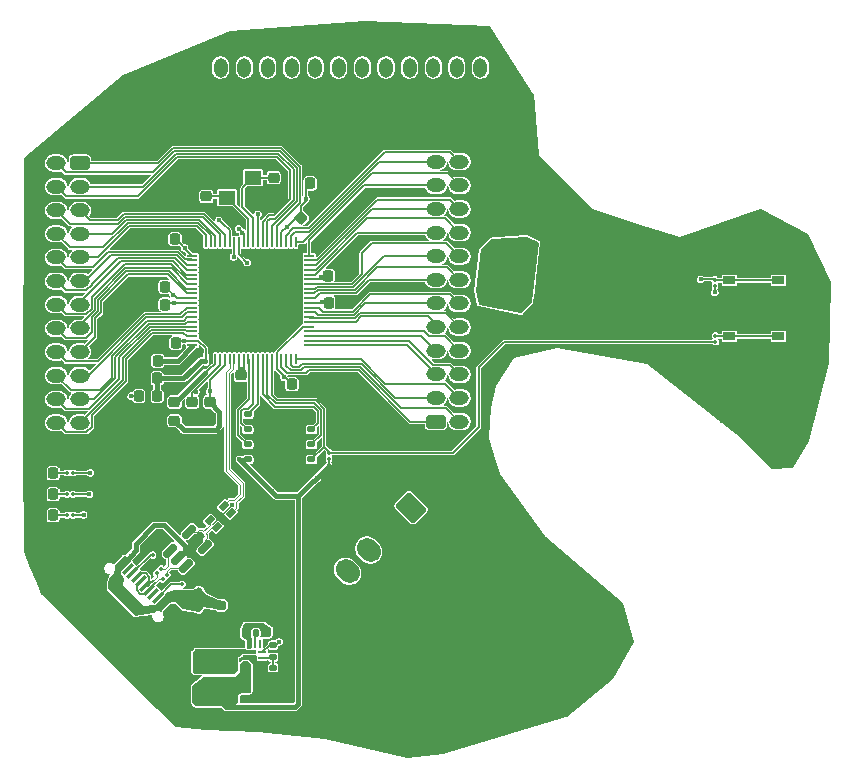
<source format=gbr>
%TF.GenerationSoftware,KiCad,Pcbnew,9.0.0*%
%TF.CreationDate,2025-08-18T13:12:07+03:00*%
%TF.ProjectId,RP2350A_Dev_board,52503233-3530-4415-9f44-65765f626f61,rev?*%
%TF.SameCoordinates,Original*%
%TF.FileFunction,Copper,L1,Top*%
%TF.FilePolarity,Positive*%
%FSLAX46Y46*%
G04 Gerber Fmt 4.6, Leading zero omitted, Abs format (unit mm)*
G04 Created by KiCad (PCBNEW 9.0.0) date 2025-08-18 13:12:07*
%MOMM*%
%LPD*%
G01*
G04 APERTURE LIST*
G04 Aperture macros list*
%AMRoundRect*
0 Rectangle with rounded corners*
0 $1 Rounding radius*
0 $2 $3 $4 $5 $6 $7 $8 $9 X,Y pos of 4 corners*
0 Add a 4 corners polygon primitive as box body*
4,1,4,$2,$3,$4,$5,$6,$7,$8,$9,$2,$3,0*
0 Add four circle primitives for the rounded corners*
1,1,$1+$1,$2,$3*
1,1,$1+$1,$4,$5*
1,1,$1+$1,$6,$7*
1,1,$1+$1,$8,$9*
0 Add four rect primitives between the rounded corners*
20,1,$1+$1,$2,$3,$4,$5,0*
20,1,$1+$1,$4,$5,$6,$7,0*
20,1,$1+$1,$6,$7,$8,$9,0*
20,1,$1+$1,$8,$9,$2,$3,0*%
%AMHorizOval*
0 Thick line with rounded ends*
0 $1 width*
0 $2 $3 position (X,Y) of the first rounded end (center of the circle)*
0 $4 $5 position (X,Y) of the second rounded end (center of the circle)*
0 Add line between two ends*
20,1,$1,$2,$3,$4,$5,0*
0 Add two circle primitives to create the rounded ends*
1,1,$1,$2,$3*
1,1,$1,$4,$5*%
G04 Aperture macros list end*
%TA.AperFunction,SMDPad,CuDef*%
%ADD10RoundRect,0.225000X0.225000X0.250000X-0.225000X0.250000X-0.225000X-0.250000X0.225000X-0.250000X0*%
%TD*%
%TA.AperFunction,SMDPad,CuDef*%
%ADD11R,0.850000X0.200000*%
%TD*%
%TA.AperFunction,SMDPad,CuDef*%
%ADD12R,0.200000X0.850000*%
%TD*%
%TA.AperFunction,SMDPad,CuDef*%
%ADD13R,3.450000X3.450000*%
%TD*%
%TA.AperFunction,ComponentPad*%
%ADD14RoundRect,0.250000X0.575000X-0.350000X0.575000X0.350000X-0.575000X0.350000X-0.575000X-0.350000X0*%
%TD*%
%TA.AperFunction,ComponentPad*%
%ADD15O,1.650000X1.200000*%
%TD*%
%TA.AperFunction,SMDPad,CuDef*%
%ADD16RoundRect,0.075000X0.100000X0.075000X-0.100000X0.075000X-0.100000X-0.075000X0.100000X-0.075000X0*%
%TD*%
%TA.AperFunction,SMDPad,CuDef*%
%ADD17RoundRect,0.140000X-0.206244X-0.077224X0.036244X-0.217224X0.206244X0.077224X-0.036244X0.217224X0*%
%TD*%
%TA.AperFunction,SMDPad,CuDef*%
%ADD18RoundRect,0.225000X-0.225000X-0.250000X0.225000X-0.250000X0.225000X0.250000X-0.225000X0.250000X0*%
%TD*%
%TA.AperFunction,SMDPad,CuDef*%
%ADD19RoundRect,0.218750X-0.218750X-0.256250X0.218750X-0.256250X0.218750X0.256250X-0.218750X0.256250X0*%
%TD*%
%TA.AperFunction,SMDPad,CuDef*%
%ADD20R,0.700000X0.250000*%
%TD*%
%TA.AperFunction,SMDPad,CuDef*%
%ADD21R,0.250000X0.700000*%
%TD*%
%TA.AperFunction,SMDPad,CuDef*%
%ADD22R,1.100000X0.250000*%
%TD*%
%TA.AperFunction,SMDPad,CuDef*%
%ADD23RoundRect,0.135000X0.185000X-0.135000X0.185000X0.135000X-0.185000X0.135000X-0.185000X-0.135000X0*%
%TD*%
%TA.AperFunction,SMDPad,CuDef*%
%ADD24R,1.050000X0.650000*%
%TD*%
%TA.AperFunction,SMDPad,CuDef*%
%ADD25RoundRect,0.075000X0.075000X-0.100000X0.075000X0.100000X-0.075000X0.100000X-0.075000X-0.100000X0*%
%TD*%
%TA.AperFunction,SMDPad,CuDef*%
%ADD26R,1.400000X1.200000*%
%TD*%
%TA.AperFunction,ComponentPad*%
%ADD27RoundRect,0.250000X-0.575000X0.350000X-0.575000X-0.350000X0.575000X-0.350000X0.575000X0.350000X0*%
%TD*%
%TA.AperFunction,SMDPad,CuDef*%
%ADD28RoundRect,0.225000X0.250000X-0.225000X0.250000X0.225000X-0.250000X0.225000X-0.250000X-0.225000X0*%
%TD*%
%TA.AperFunction,SMDPad,CuDef*%
%ADD29RoundRect,0.140000X-0.036244X-0.217224X0.206244X-0.077224X0.036244X0.217224X-0.206244X0.077224X0*%
%TD*%
%TA.AperFunction,ComponentPad*%
%ADD30RoundRect,0.250000X-0.159099X1.035911X-1.035911X0.159099X0.159099X-1.035911X1.035911X-0.159099X0*%
%TD*%
%TA.AperFunction,ComponentPad*%
%ADD31HorizOval,1.740000X-0.159099X0.159099X0.159099X-0.159099X0*%
%TD*%
%TA.AperFunction,SMDPad,CuDef*%
%ADD32RoundRect,0.075000X0.017678X0.123744X-0.123744X-0.017678X-0.017678X-0.123744X0.123744X0.017678X0*%
%TD*%
%TA.AperFunction,SMDPad,CuDef*%
%ADD33RoundRect,0.140000X0.140000X0.170000X-0.140000X0.170000X-0.140000X-0.170000X0.140000X-0.170000X0*%
%TD*%
%TA.AperFunction,SMDPad,CuDef*%
%ADD34RoundRect,0.140000X0.170000X-0.140000X0.170000X0.140000X-0.170000X0.140000X-0.170000X-0.140000X0*%
%TD*%
%TA.AperFunction,SMDPad,CuDef*%
%ADD35RoundRect,0.218750X-0.256250X0.218750X-0.256250X-0.218750X0.256250X-0.218750X0.256250X0.218750X0*%
%TD*%
%TA.AperFunction,SMDPad,CuDef*%
%ADD36RoundRect,0.075000X-0.075000X0.100000X-0.075000X-0.100000X0.075000X-0.100000X0.075000X0.100000X0*%
%TD*%
%TA.AperFunction,SMDPad,CuDef*%
%ADD37RoundRect,0.025500X0.412950X0.088388X0.088388X0.412950X-0.412950X-0.088388X-0.088388X-0.412950X0*%
%TD*%
%TA.AperFunction,SMDPad,CuDef*%
%ADD38RoundRect,0.225000X-0.017678X0.335876X-0.335876X0.017678X0.017678X-0.335876X0.335876X-0.017678X0*%
%TD*%
%TA.AperFunction,SMDPad,CuDef*%
%ADD39RoundRect,0.140000X-0.140000X-0.170000X0.140000X-0.170000X0.140000X0.170000X-0.140000X0.170000X0*%
%TD*%
%TA.AperFunction,SMDPad,CuDef*%
%ADD40RoundRect,0.135000X-0.135000X-0.185000X0.135000X-0.185000X0.135000X0.185000X-0.135000X0.185000X0*%
%TD*%
%TA.AperFunction,SMDPad,CuDef*%
%ADD41RoundRect,0.150000X0.256326X0.468458X-0.468458X-0.256326X-0.256326X-0.468458X0.468458X0.256326X0*%
%TD*%
%TA.AperFunction,SMDPad,CuDef*%
%ADD42RoundRect,0.250000X-1.600000X0.600000X-1.600000X-0.600000X1.600000X-0.600000X1.600000X0.600000X0*%
%TD*%
%TA.AperFunction,SMDPad,CuDef*%
%ADD43RoundRect,0.125000X0.250000X0.125000X-0.250000X0.125000X-0.250000X-0.125000X0.250000X-0.125000X0*%
%TD*%
%TA.AperFunction,HeatsinkPad*%
%ADD44R,3.400000X4.300000*%
%TD*%
%TA.AperFunction,SMDPad,CuDef*%
%ADD45RoundRect,0.150000X-0.406586X-0.194454X-0.194454X-0.406586X0.406586X0.194454X0.194454X0.406586X0*%
%TD*%
%TA.AperFunction,SMDPad,CuDef*%
%ADD46RoundRect,0.075000X-0.406586X-0.300520X-0.300520X-0.406586X0.406586X0.300520X0.300520X0.406586X0*%
%TD*%
%TA.AperFunction,HeatsinkPad*%
%ADD47HorizOval,1.000000X-0.388909X-0.388909X0.388909X0.388909X0*%
%TD*%
%TA.AperFunction,HeatsinkPad*%
%ADD48HorizOval,1.000000X-0.282843X-0.282843X0.282843X0.282843X0*%
%TD*%
%TA.AperFunction,ComponentPad*%
%ADD49RoundRect,0.250000X0.350000X0.575000X-0.350000X0.575000X-0.350000X-0.575000X0.350000X-0.575000X0*%
%TD*%
%TA.AperFunction,ComponentPad*%
%ADD50O,1.200000X1.650000*%
%TD*%
%TA.AperFunction,SMDPad,CuDef*%
%ADD51RoundRect,0.225000X-0.250000X0.225000X-0.250000X-0.225000X0.250000X-0.225000X0.250000X0.225000X0*%
%TD*%
%TA.AperFunction,ViaPad*%
%ADD52C,0.400000*%
%TD*%
%TA.AperFunction,Conductor*%
%ADD53C,0.127000*%
%TD*%
%TA.AperFunction,Conductor*%
%ADD54C,0.400000*%
%TD*%
%TA.AperFunction,Conductor*%
%ADD55C,0.120100*%
%TD*%
G04 APERTURE END LIST*
D10*
%TO.P,C16,1*%
%TO.N,Earth*%
X124700000Y-93550000D03*
%TO.P,C16,2*%
%TO.N,+3V3*%
X123150000Y-93550000D03*
%TD*%
D11*
%TO.P,DD1,1,GPIO4*%
%TO.N,IO4*%
X124610000Y-90260000D03*
%TO.P,DD1,2,GPIO5*%
%TO.N,IO5*%
X124610000Y-89860000D03*
%TO.P,DD1,3,GPIO6*%
%TO.N,IO6*%
X124610000Y-89460000D03*
%TO.P,DD1,4,GPIO7*%
%TO.N,IO7*%
X124610000Y-89060000D03*
%TO.P,DD1,5,IOVDD_1*%
%TO.N,+3V3*%
X124610000Y-88660000D03*
%TO.P,DD1,6,GPIO8*%
%TO.N,IO8*%
X124610000Y-88260000D03*
%TO.P,DD1,7,GPIO9*%
%TO.N,IO9*%
X124610000Y-87860000D03*
%TO.P,DD1,8,GPIO10*%
%TO.N,IO10*%
X124610000Y-87460000D03*
%TO.P,DD1,9,GPIO11*%
%TO.N,IO11*%
X124610000Y-87060000D03*
%TO.P,DD1,10,DVDD_1*%
%TO.N,Net-(DD1-DVDD_1)*%
X124610000Y-86660000D03*
%TO.P,DD1,11,GPIO12*%
%TO.N,IO12*%
X124610000Y-86260000D03*
%TO.P,DD1,12,GPIO13*%
%TO.N,IO13*%
X124610000Y-85860000D03*
%TO.P,DD1,13,GPIO14*%
%TO.N,IO14*%
X124610000Y-85460000D03*
%TO.P,DD1,14,GPIO15*%
%TO.N,IO15*%
X124610000Y-85060000D03*
%TO.P,DD1,15,IOVDD_2*%
%TO.N,+3V3*%
X124610000Y-84660000D03*
%TO.P,DD1,16,GPIO16*%
%TO.N,IO16*%
X124610000Y-84260000D03*
%TO.P,DD1,17,GPIO17*%
%TO.N,IO17*%
X124610000Y-83860000D03*
%TO.P,DD1,18,GPIO18*%
%TO.N,IO18*%
X124610000Y-83460000D03*
%TO.P,DD1,19,GPIO19*%
%TO.N,IO19*%
X124610000Y-83060000D03*
%TO.P,DD1,20,GPIO20*%
%TO.N,IO20*%
X124610000Y-82660000D03*
D12*
%TO.P,DD1,21,GPIO21*%
%TO.N,IO21*%
X123460000Y-81510000D03*
%TO.P,DD1,22,GPIO22*%
%TO.N,IO22*%
X123060000Y-81510000D03*
%TO.P,DD1,23,GPIO23*%
%TO.N,IO23*%
X122660000Y-81510000D03*
%TO.P,DD1,24,IOVDD_3*%
%TO.N,+3V3*%
X122260000Y-81510000D03*
%TO.P,DD1,25,GPIO24*%
%TO.N,IO24*%
X121860000Y-81510000D03*
%TO.P,DD1,26,GPIO25*%
%TO.N,IO25*%
X121460000Y-81510000D03*
%TO.P,DD1,27,GPIO26*%
%TO.N,IO26*%
X121060000Y-81510000D03*
%TO.P,DD1,28,GPIO27*%
%TO.N,IO27*%
X120660000Y-81510000D03*
%TO.P,DD1,29,IOVDD_4*%
%TO.N,+3V3*%
X120260000Y-81510000D03*
%TO.P,DD1,30,XIN*%
%TO.N,Net-(DD1-XIN)*%
X119860000Y-81510000D03*
%TO.P,DD1,31,XOUT*%
%TO.N,Net-(DD1-XOUT)*%
X119460000Y-81510000D03*
%TO.P,DD1,32,DVDD_2*%
%TO.N,Net-(DD1-DVDD_1)*%
X119060000Y-81510000D03*
%TO.P,DD1,33,SWCLK*%
%TO.N,SWCLK*%
X118660000Y-81510000D03*
%TO.P,DD1,34,SWDIO*%
%TO.N,SWDIO*%
X118260000Y-81510000D03*
%TO.P,DD1,35,RUN*%
%TO.N,RUN*%
X117860000Y-81510000D03*
%TO.P,DD1,36,GPIO28*%
%TO.N,IO28*%
X117460000Y-81510000D03*
%TO.P,DD1,37,GPIO29*%
%TO.N,IO29*%
X117060000Y-81510000D03*
%TO.P,DD1,38,GPIO30*%
%TO.N,IO30*%
X116660000Y-81510000D03*
%TO.P,DD1,39,GPIO31*%
%TO.N,IO31*%
X116260000Y-81510000D03*
%TO.P,DD1,40,GPIO32*%
%TO.N,IO32*%
X115860000Y-81510000D03*
D11*
%TO.P,DD1,41,IOVDD_5*%
%TO.N,+3V3*%
X114710000Y-82660000D03*
%TO.P,DD1,42,GPIO33*%
%TO.N,IO33*%
X114710000Y-83060000D03*
%TO.P,DD1,43,GPIO34*%
%TO.N,IO34*%
X114710000Y-83460000D03*
%TO.P,DD1,44,GPIO35*%
%TO.N,IO35*%
X114710000Y-83860000D03*
%TO.P,DD1,45,GPIO36*%
%TO.N,IO36*%
X114710000Y-84260000D03*
%TO.P,DD1,46,GPIO37*%
%TO.N,IO37*%
X114710000Y-84660000D03*
%TO.P,DD1,47,GPIO38*%
%TO.N,IO38*%
X114710000Y-85060000D03*
%TO.P,DD1,48,GPIO39*%
%TO.N,IO39*%
X114710000Y-85460000D03*
%TO.P,DD1,49,GPIO40_ADC0*%
%TO.N,IO40*%
X114710000Y-85860000D03*
%TO.P,DD1,50,IOVDD_6*%
%TO.N,+3V3*%
X114710000Y-86260000D03*
%TO.P,DD1,51,DVDD_3*%
%TO.N,Net-(DD1-DVDD_1)*%
X114710000Y-86660000D03*
%TO.P,DD1,52,GPIO41_ADC1*%
%TO.N,IO41*%
X114710000Y-87060000D03*
%TO.P,DD1,53,GPIO42_ADC2*%
%TO.N,IO42*%
X114710000Y-87460000D03*
%TO.P,DD1,54,GPIO43_ADC3*%
%TO.N,IO43*%
X114710000Y-87860000D03*
%TO.P,DD1,55,GPIO44_ADC4*%
%TO.N,IO44*%
X114710000Y-88260000D03*
%TO.P,DD1,56,GPIO45_ADC5*%
%TO.N,IO45*%
X114710000Y-88660000D03*
%TO.P,DD1,57,GPIO46_ADC6*%
%TO.N,IO46*%
X114710000Y-89060000D03*
%TO.P,DD1,58,GPIO47_ADC7*%
%TO.N,IO47*%
X114710000Y-89460000D03*
%TO.P,DD1,59,ADC_AVDD*%
%TO.N,Net-(DD1-ADC_AVDD)*%
X114710000Y-89860000D03*
%TO.P,DD1,60,IOVDD_7*%
%TO.N,+3V3*%
X114710000Y-90260000D03*
D12*
%TO.P,DD1,61,VREG_AVDD*%
%TO.N,Net-(DD1-ADC_AVDD)*%
X115860000Y-91410000D03*
%TO.P,DD1,62,VREG_PGND*%
%TO.N,Earth*%
X116260000Y-91410000D03*
%TO.P,DD1,63,VREG_LX*%
%TO.N,Net-(DD1-VREG_LX)*%
X116660000Y-91410000D03*
%TO.P,DD1,64,VREG_VIN*%
%TO.N,+3V3*%
X117060000Y-91410000D03*
%TO.P,DD1,65,VREG_FB*%
%TO.N,Net-(DD1-DVDD_1)*%
X117460000Y-91410000D03*
%TO.P,DD1,66,USB_DM*%
%TO.N,USB_mcu-*%
X117860000Y-91410000D03*
%TO.P,DD1,67,USB_DP*%
%TO.N,USB_mcu+*%
X118260000Y-91410000D03*
%TO.P,DD1,68,USB_OTP_VDD*%
%TO.N,+3V3*%
X118660000Y-91410000D03*
%TO.P,DD1,69,QSPI_IOVDD*%
X119060000Y-91410000D03*
%TO.P,DD1,70,QSPI_SD3*%
%TO.N,QSPI_SD3*%
X119460000Y-91410000D03*
%TO.P,DD1,71,QSPI_SCLK*%
%TO.N,QSPI_CLK*%
X119860000Y-91410000D03*
%TO.P,DD1,72,QSPI_SD0*%
%TO.N,QSPI_SD0*%
X120260000Y-91410000D03*
%TO.P,DD1,73,QSPI_SD2*%
%TO.N,QSPI_SD2*%
X120660000Y-91410000D03*
%TO.P,DD1,74,QSPI_SD1*%
%TO.N,QSPI_SD1*%
X121060000Y-91410000D03*
%TO.P,DD1,75,QSPI_SS*%
%TO.N,QSPI_SS*%
X121460000Y-91410000D03*
%TO.P,DD1,76,IOVDD_8*%
%TO.N,+3V3*%
X121860000Y-91410000D03*
%TO.P,DD1,77,GPIO0*%
%TO.N,IO0*%
X122260000Y-91410000D03*
%TO.P,DD1,78,GPIO1*%
%TO.N,IO1*%
X122660000Y-91410000D03*
%TO.P,DD1,79,GPIO2*%
%TO.N,IO2*%
X123060000Y-91410000D03*
%TO.P,DD1,80,GPIO3*%
%TO.N,IO3*%
X123460000Y-91410000D03*
D13*
%TO.P,DD1,81,GND*%
%TO.N,Earth*%
X119660000Y-86460000D03*
%TD*%
D14*
%TO.P,J1,1,Pin_1*%
%TO.N,IO0*%
X135330000Y-96705000D03*
D15*
%TO.P,J1,2,Pin_2*%
%TO.N,IO1*%
X137330000Y-96705000D03*
%TO.P,J1,3,Pin_3*%
%TO.N,IO2*%
X135330000Y-94705000D03*
%TO.P,J1,4,Pin_4*%
%TO.N,IO3*%
X137330000Y-94705000D03*
%TO.P,J1,5,Pin_5*%
%TO.N,IO4*%
X135330000Y-92705000D03*
%TO.P,J1,6,Pin_6*%
%TO.N,IO5*%
X137330000Y-92705000D03*
%TO.P,J1,7,Pin_7*%
%TO.N,IO6*%
X135330000Y-90705000D03*
%TO.P,J1,8,Pin_8*%
%TO.N,IO7*%
X137330000Y-90705000D03*
%TO.P,J1,9,Pin_9*%
%TO.N,IO8*%
X135330000Y-88705000D03*
%TO.P,J1,10,Pin_10*%
%TO.N,IO9*%
X137330000Y-88705000D03*
%TO.P,J1,11,Pin_11*%
%TO.N,IO10*%
X135330000Y-86705000D03*
%TO.P,J1,12,Pin_12*%
%TO.N,IO11*%
X137330000Y-86705000D03*
%TO.P,J1,13,Pin_13*%
%TO.N,IO12*%
X135330000Y-84705000D03*
%TO.P,J1,14,Pin_14*%
%TO.N,IO13*%
X137330000Y-84705000D03*
%TO.P,J1,15,Pin_15*%
%TO.N,IO14*%
X135330000Y-82705000D03*
%TO.P,J1,16,Pin_16*%
%TO.N,IO15*%
X137330000Y-82705000D03*
%TO.P,J1,17,Pin_17*%
%TO.N,IO16*%
X135330000Y-80705000D03*
%TO.P,J1,18,Pin_18*%
%TO.N,IO17*%
X137330000Y-80705000D03*
%TO.P,J1,19,Pin_19*%
%TO.N,IO18*%
X135330000Y-78705000D03*
%TO.P,J1,20,Pin_20*%
%TO.N,IO19*%
X137330000Y-78705000D03*
%TO.P,J1,21,Pin_21*%
%TO.N,IO20*%
X135330000Y-76705000D03*
%TO.P,J1,22,Pin_22*%
%TO.N,IO21*%
X137330000Y-76705000D03*
%TO.P,J1,23,Pin_23*%
%TO.N,IO22*%
X135330000Y-74705000D03*
%TO.P,J1,24,Pin_24*%
%TO.N,IO23*%
X137330000Y-74705000D03*
%TD*%
D16*
%TO.P,R3,1*%
%TO.N,Earth*%
X114340000Y-110470000D03*
%TO.P,R3,2*%
%TO.N,Net-(J5-CC2)*%
X113840000Y-110470000D03*
%TD*%
D17*
%TO.P,C21,1*%
%TO.N,VCC-5V*%
X115268616Y-112470000D03*
%TO.P,C21,2*%
%TO.N,Earth*%
X116100000Y-112950000D03*
%TD*%
D10*
%TO.P,C14,1*%
%TO.N,Net-(DD1-ADC_AVDD)*%
X113300000Y-90050000D03*
%TO.P,C14,2*%
%TO.N,Earth*%
X111750000Y-90050000D03*
%TD*%
D18*
%TO.P,C3,1*%
%TO.N,Earth*%
X110875000Y-86800000D03*
%TO.P,C3,2*%
%TO.N,Net-(DD1-DVDD_1)*%
X112425000Y-86800000D03*
%TD*%
D19*
%TO.P,D3,1,K*%
%TO.N,Earth*%
X101375000Y-104640000D03*
%TO.P,D3,2,A*%
%TO.N,Net-(D3-A)*%
X102950000Y-104640000D03*
%TD*%
D20*
%TO.P,DD5,1,FB*%
%TO.N,Net-(DD5-FB)*%
X120640000Y-116700100D03*
%TO.P,DD5,2,OUT*%
%TO.N,+3V3*%
X120640000Y-116250000D03*
D21*
%TO.P,DD5,3,PG*%
%TO.N,unconnected-(DD5-PG-Pad3)*%
X120440100Y-115574900D03*
%TO.P,DD5,4,EN*%
%TO.N,Net-(DD5-EN)*%
X119990100Y-115574900D03*
%TO.P,DD5,5,IN*%
%TO.N,VCC-5V*%
X119540000Y-115574900D03*
D22*
%TO.P,DD5,6,LX*%
%TO.N,Net-(DD5-LX)*%
X119540000Y-116250000D03*
%TO.P,DD5,7,GND*%
%TO.N,Earth*%
X119540000Y-116700100D03*
%TD*%
D23*
%TO.P,R14,1*%
%TO.N,Earth*%
X121550000Y-118570000D03*
%TO.P,R14,2*%
%TO.N,Net-(DD5-FB)*%
X121550000Y-117550000D03*
%TD*%
D24*
%TO.P,SW2,1,1*%
%TO.N,Net-(R8-Pad2)*%
X160175000Y-89495000D03*
X164325000Y-89495000D03*
%TO.P,SW2,2,2*%
%TO.N,Earth*%
X160175000Y-91645000D03*
X164325000Y-91645000D03*
%TD*%
D25*
%TO.P,R8,1*%
%TO.N,QSPI_SS*%
X159000000Y-89950000D03*
%TO.P,R8,2*%
%TO.N,Net-(R8-Pad2)*%
X159000000Y-89450000D03*
%TD*%
D26*
%TO.P,Y1,1,1*%
%TO.N,Net-(DD1-XOUT)*%
X117650000Y-77750000D03*
%TO.P,Y1,2,2*%
%TO.N,Earth*%
X119850000Y-77750000D03*
%TO.P,Y1,3,3*%
%TO.N,Net-(DD1-XIN)*%
X119850000Y-76050000D03*
%TO.P,Y1,4,4*%
%TO.N,Earth*%
X117650000Y-76050000D03*
%TD*%
D27*
%TO.P,J2,1,Pin_1*%
%TO.N,IO24*%
X105190000Y-74815000D03*
D15*
%TO.P,J2,2,Pin_2*%
%TO.N,IO25*%
X103190000Y-74815000D03*
%TO.P,J2,3,Pin_3*%
%TO.N,IO26*%
X105190000Y-76815000D03*
%TO.P,J2,4,Pin_4*%
%TO.N,IO27*%
X103190000Y-76815000D03*
%TO.P,J2,5,Pin_5*%
%TO.N,IO28*%
X105190000Y-78815000D03*
%TO.P,J2,6,Pin_6*%
%TO.N,IO29*%
X103190000Y-78815000D03*
%TO.P,J2,7,Pin_7*%
%TO.N,IO30*%
X105190000Y-80815000D03*
%TO.P,J2,8,Pin_8*%
%TO.N,IO31*%
X103190000Y-80815000D03*
%TO.P,J2,9,Pin_9*%
%TO.N,IO32*%
X105190000Y-82815000D03*
%TO.P,J2,10,Pin_10*%
%TO.N,IO33*%
X103190000Y-82815000D03*
%TO.P,J2,11,Pin_11*%
%TO.N,IO34*%
X105190000Y-84815000D03*
%TO.P,J2,12,Pin_12*%
%TO.N,IO35*%
X103190000Y-84815000D03*
%TO.P,J2,13,Pin_13*%
%TO.N,IO36*%
X105190000Y-86815000D03*
%TO.P,J2,14,Pin_14*%
%TO.N,IO37*%
X103190000Y-86815000D03*
%TO.P,J2,15,Pin_15*%
%TO.N,IO38*%
X105190000Y-88815000D03*
%TO.P,J2,16,Pin_16*%
%TO.N,IO39*%
X103190000Y-88815000D03*
%TO.P,J2,17,Pin_17*%
%TO.N,IO40*%
X105190000Y-90815000D03*
%TO.P,J2,18,Pin_18*%
%TO.N,IO41*%
X103190000Y-90815000D03*
%TO.P,J2,19,Pin_19*%
%TO.N,IO42*%
X105190000Y-92815000D03*
%TO.P,J2,20,Pin_20*%
%TO.N,IO43*%
X103190000Y-92815000D03*
%TO.P,J2,21,Pin_21*%
%TO.N,IO44*%
X105190000Y-94815000D03*
%TO.P,J2,22,Pin_22*%
%TO.N,IO45*%
X103190000Y-94815000D03*
%TO.P,J2,23,Pin_23*%
%TO.N,IO46*%
X105190000Y-96815000D03*
%TO.P,J2,24,Pin_24*%
%TO.N,IO47*%
X103190000Y-96815000D03*
%TD*%
D19*
%TO.P,L2,1,1*%
%TO.N,+3V3*%
X110162500Y-94550000D03*
%TO.P,L2,2,2*%
%TO.N,Net-(DD1-ADC_AVDD)*%
X111737500Y-94550000D03*
%TD*%
D28*
%TO.P,C8,1*%
%TO.N,Earth*%
X118850000Y-94350000D03*
%TO.P,C8,2*%
%TO.N,+3V3*%
X118850000Y-92800000D03*
%TD*%
D23*
%TO.P,R13,1*%
%TO.N,Net-(DD5-FB)*%
X121550000Y-116660000D03*
%TO.P,R13,2*%
%TO.N,+3V3*%
X121550000Y-115640000D03*
%TD*%
D18*
%TO.P,C12,1*%
%TO.N,Earth*%
X110875000Y-85300000D03*
%TO.P,C12,2*%
%TO.N,+3V3*%
X112425000Y-85300000D03*
%TD*%
D28*
%TO.P,C2,1*%
%TO.N,Earth*%
X121600000Y-77600000D03*
%TO.P,C2,2*%
%TO.N,Net-(DD1-XIN)*%
X121600000Y-76050000D03*
%TD*%
D10*
%TO.P,C5,1*%
%TO.N,Earth*%
X127750000Y-84350000D03*
%TO.P,C5,2*%
%TO.N,+3V3*%
X126200000Y-84350000D03*
%TD*%
D29*
%TO.P,C23,1*%
%TO.N,VCC-5V*%
X115234308Y-111240000D03*
%TO.P,C23,2*%
%TO.N,Earth*%
X116065692Y-110760000D03*
%TD*%
D10*
%TO.P,C13,1*%
%TO.N,Net-(DD1-ADC_AVDD)*%
X111750000Y-93050000D03*
%TO.P,C13,2*%
%TO.N,Earth*%
X110200000Y-93050000D03*
%TD*%
D28*
%TO.P,C9,1*%
%TO.N,Earth*%
X114699998Y-96612501D03*
%TO.P,C9,2*%
%TO.N,+3V3*%
X114699998Y-95062501D03*
%TD*%
D30*
%TO.P,J3,1,Pin_1*%
%TO.N,VCC-5V*%
X133239935Y-103991781D03*
D31*
%TO.P,J3,2,Pin_2*%
%TO.N,Earth*%
X131443884Y-105787832D03*
%TO.P,J3,3,Pin_3*%
%TO.N,SWCLK*%
X129647833Y-107583883D03*
%TO.P,J3,4,Pin_4*%
%TO.N,SWDIO*%
X127851781Y-109379935D03*
%TD*%
D18*
%TO.P,C10,1*%
%TO.N,Earth*%
X111700000Y-81250000D03*
%TO.P,C10,2*%
%TO.N,+3V3*%
X113250000Y-81250000D03*
%TD*%
D32*
%TO.P,R2,1*%
%TO.N,USB_res-*%
X112046777Y-109173223D03*
%TO.P,R2,2*%
%TO.N,USB_con-*%
X111693223Y-109526777D03*
%TD*%
%TO.P,R1,1*%
%TO.N,USB_res+*%
X112566777Y-109693223D03*
%TO.P,R1,2*%
%TO.N,USB_con+*%
X112213223Y-110046777D03*
%TD*%
D33*
%TO.P,C17,1*%
%TO.N,VCC-5V*%
X119190000Y-114620000D03*
%TO.P,C17,2*%
%TO.N,Earth*%
X118230000Y-114620000D03*
%TD*%
D34*
%TO.P,C20,1*%
%TO.N,VCC-5V*%
X117150000Y-112330000D03*
%TO.P,C20,2*%
%TO.N,Earth*%
X117150000Y-111370000D03*
%TD*%
D35*
%TO.P,L1,1,1*%
%TO.N,Net-(DD1-VREG_LX)*%
X113200000Y-95050000D03*
%TO.P,L1,2,2*%
%TO.N,Net-(DD1-DVDD_1)*%
X113200002Y-96625002D03*
%TD*%
D36*
%TO.P,R6,1*%
%TO.N,RUN*%
X158950000Y-84700000D03*
%TO.P,R6,2*%
%TO.N,+3V3*%
X158950000Y-85200000D03*
%TD*%
D37*
%TO.P,FL1,1,1*%
%TO.N,USB_mcu+*%
X117980869Y-104464308D03*
%TO.P,FL1,2,2*%
%TO.N,USB_filter+*%
X116800000Y-105645177D03*
%TO.P,FL1,3,3*%
%TO.N,USB_mcu-*%
X117365686Y-103849125D03*
%TO.P,FL1,4,4*%
%TO.N,USB_filter-*%
X116184817Y-105029994D03*
%TD*%
D10*
%TO.P,C4,1*%
%TO.N,Earth*%
X127800000Y-86650000D03*
%TO.P,C4,2*%
%TO.N,Net-(DD1-DVDD_1)*%
X126250000Y-86650000D03*
%TD*%
%TO.P,C11,1*%
%TO.N,Earth*%
X126250000Y-76550000D03*
%TO.P,C11,2*%
%TO.N,+3V3*%
X124700000Y-76550000D03*
%TD*%
D38*
%TO.P,C6,1*%
%TO.N,Earth*%
X124998008Y-78351992D03*
%TO.P,C6,2*%
%TO.N,+3V3*%
X123901992Y-79448008D03*
%TD*%
D39*
%TO.P,C19,1*%
%TO.N,+3V3*%
X119350000Y-117450000D03*
%TO.P,C19,2*%
%TO.N,Earth*%
X120310000Y-117450000D03*
%TD*%
D40*
%TO.P,R5,1*%
%TO.N,Net-(DD5-EN)*%
X120090000Y-114620000D03*
%TO.P,R5,2*%
%TO.N,VCC-5V*%
X121110000Y-114620000D03*
%TD*%
D39*
%TO.P,C22,1*%
%TO.N,+3V3*%
X119350000Y-119350000D03*
%TO.P,C22,2*%
%TO.N,Earth*%
X120310000Y-119350000D03*
%TD*%
D16*
%TO.P,R9,1*%
%TO.N,VCC-5V*%
X104615000Y-101050000D03*
%TO.P,R9,2*%
%TO.N,Net-(D1-A)*%
X104115000Y-101050000D03*
%TD*%
D41*
%TO.P,U2,1,I/O1*%
%TO.N,USB_filter+*%
X115810419Y-107363083D03*
%TO.P,U2,2,GND*%
%TO.N,Earth*%
X115138668Y-106691332D03*
%TO.P,U2,3,I/O2*%
%TO.N,USB_filter-*%
X114466917Y-106019581D03*
%TO.P,U2,4,I/O2*%
%TO.N,USB_res-*%
X112858249Y-107628249D03*
%TO.P,U2,5,VBUS*%
%TO.N,VCC-5V*%
X113530000Y-108300000D03*
%TO.P,U2,6,I/O1*%
%TO.N,USB_res+*%
X114201751Y-108971751D03*
%TD*%
D16*
%TO.P,R10,1*%
%TO.N,+3V3*%
X104615000Y-102870000D03*
%TO.P,R10,2*%
%TO.N,Net-(D2-A)*%
X104115000Y-102870000D03*
%TD*%
D28*
%TO.P,C1,1*%
%TO.N,Earth*%
X116199998Y-96612501D03*
%TO.P,C1,2*%
%TO.N,Net-(DD1-DVDD_1)*%
X116199998Y-95062501D03*
%TD*%
D42*
%TO.P,L4,1,1*%
%TO.N,Net-(DD5-LX)*%
X116600000Y-117200000D03*
%TO.P,L4,2,2*%
%TO.N,+3V3*%
X116600000Y-119900000D03*
%TD*%
D19*
%TO.P,D1,1,K*%
%TO.N,Earth*%
X101375000Y-101080000D03*
%TO.P,D1,2,A*%
%TO.N,Net-(D1-A)*%
X102950000Y-101080000D03*
%TD*%
D16*
%TO.P,R11,1*%
%TO.N,IO9*%
X104615000Y-104640000D03*
%TO.P,R11,2*%
%TO.N,Net-(D3-A)*%
X104115000Y-104640000D03*
%TD*%
D39*
%TO.P,C18,1*%
%TO.N,+3V3*%
X119350000Y-118400000D03*
%TO.P,C18,2*%
%TO.N,Earth*%
X120310000Y-118400000D03*
%TD*%
D43*
%TO.P,U1,1,~{CS}*%
%TO.N,QSPI_SS*%
X124800000Y-99905000D03*
%TO.P,U1,2,DO/IO_{1}*%
%TO.N,QSPI_SD1*%
X124800000Y-98635000D03*
%TO.P,U1,3,~{WP}/IO_{2}*%
%TO.N,QSPI_SD2*%
X124800000Y-97365000D03*
%TO.P,U1,4,GND*%
%TO.N,Earth*%
X124800000Y-96095000D03*
%TO.P,U1,5,DI/IO_{0}*%
%TO.N,QSPI_SD0*%
X119400000Y-96095000D03*
%TO.P,U1,6,CLK*%
%TO.N,QSPI_CLK*%
X119400000Y-97365000D03*
%TO.P,U1,7,~{HOLD}/~{RESET}/IO_{3}*%
%TO.N,QSPI_SD3*%
X119400000Y-98635000D03*
%TO.P,U1,8,VCC*%
%TO.N,+3V3*%
X119400000Y-99905000D03*
D44*
%TO.P,U1,9,EP*%
%TO.N,Earth*%
X122100000Y-98000000D03*
%TD*%
D45*
%TO.P,J5,A1,GND*%
%TO.N,Earth*%
X108264350Y-108150166D03*
%TO.P,J5,A4,VBUS*%
%TO.N,VCC-5V*%
X108830036Y-108715852D03*
D46*
%TO.P,J5,A5,CC1*%
%TO.N,Net-(J5-CC1)*%
X109643208Y-109529025D03*
%TO.P,J5,A6,D+*%
%TO.N,USB_con+*%
X110350315Y-110236131D03*
%TO.P,J5,A7,D-*%
%TO.N,USB_con-*%
X110703869Y-110589685D03*
%TO.P,J5,A8*%
%TO.N,N/C*%
X111410975Y-111296792D03*
D45*
%TO.P,J5,A9,VBUS*%
%TO.N,VCC-5V*%
X112224148Y-112109964D03*
%TO.P,J5,A12,GND*%
%TO.N,Earth*%
X112789834Y-112675650D03*
%TO.P,J5,B1,GND*%
X112789834Y-112675650D03*
%TO.P,J5,B4,VBUS*%
%TO.N,VCC-5V*%
X112224148Y-112109964D03*
D46*
%TO.P,J5,B5,CC2*%
%TO.N,Net-(J5-CC2)*%
X111764529Y-111650345D03*
%TO.P,J5,B6,D+*%
%TO.N,USB_con+*%
X111057422Y-110943238D03*
%TO.P,J5,B7,D-*%
%TO.N,USB_con-*%
X109996762Y-109882578D03*
%TO.P,J5,B8*%
%TO.N,N/C*%
X109289655Y-109175471D03*
D45*
%TO.P,J5,B9,VBUS*%
%TO.N,VCC-5V*%
X108830036Y-108715852D03*
%TO.P,J5,B12,GND*%
%TO.N,Earth*%
X108264350Y-108150166D03*
D47*
%TO.P,J5,S1,SHIELD*%
X107065804Y-107764793D03*
D48*
X104110098Y-110720499D03*
D47*
X113175207Y-113874196D03*
D48*
X110219501Y-116829902D03*
%TD*%
D36*
%TO.P,R4,1*%
%TO.N,Earth*%
X111370000Y-107500000D03*
%TO.P,R4,2*%
%TO.N,Net-(J5-CC1)*%
X111370000Y-108000000D03*
%TD*%
D19*
%TO.P,D2,1,K*%
%TO.N,Earth*%
X101375000Y-102870000D03*
%TO.P,D2,2,A*%
%TO.N,Net-(D2-A)*%
X102950000Y-102870000D03*
%TD*%
D36*
%TO.P,R7,1*%
%TO.N,QSPI_SS*%
X126300000Y-99350000D03*
%TO.P,R7,2*%
%TO.N,+3V3*%
X126300000Y-99850000D03*
%TD*%
D49*
%TO.P,J4,1,Pin_1*%
%TO.N,Earth*%
X139110000Y-68730000D03*
D50*
%TO.P,J4,2,Pin_2*%
%TO.N,VCC-5V*%
X139110000Y-66730000D03*
%TO.P,J4,3,Pin_3*%
%TO.N,Earth*%
X137110000Y-68730000D03*
%TO.P,J4,4,Pin_4*%
%TO.N,VCC-5V*%
X137110000Y-66730000D03*
%TO.P,J4,5,Pin_5*%
%TO.N,Earth*%
X135110000Y-68730000D03*
%TO.P,J4,6,Pin_6*%
%TO.N,VCC-5V*%
X135110000Y-66730000D03*
%TO.P,J4,7,Pin_7*%
%TO.N,Earth*%
X133110000Y-68730000D03*
%TO.P,J4,8,Pin_8*%
%TO.N,VCC-5V*%
X133110000Y-66730000D03*
%TO.P,J4,9,Pin_9*%
%TO.N,Earth*%
X131110000Y-68730000D03*
%TO.P,J4,10,Pin_10*%
%TO.N,VCC-5V*%
X131110000Y-66730000D03*
%TO.P,J4,11,Pin_11*%
%TO.N,Earth*%
X129110000Y-68730000D03*
%TO.P,J4,12,Pin_12*%
%TO.N,VCC-5V*%
X129110000Y-66730000D03*
%TO.P,J4,13,Pin_13*%
%TO.N,Earth*%
X127110000Y-68730000D03*
%TO.P,J4,14,Pin_14*%
%TO.N,+3V3*%
X127110000Y-66730000D03*
%TO.P,J4,15,Pin_15*%
%TO.N,Earth*%
X125110000Y-68730000D03*
%TO.P,J4,16,Pin_16*%
%TO.N,+3V3*%
X125110000Y-66730000D03*
%TO.P,J4,17,Pin_17*%
%TO.N,Earth*%
X123110000Y-68730000D03*
%TO.P,J4,18,Pin_18*%
%TO.N,+3V3*%
X123110000Y-66730000D03*
%TO.P,J4,19,Pin_19*%
%TO.N,Earth*%
X121110000Y-68730000D03*
%TO.P,J4,20,Pin_20*%
%TO.N,+3V3*%
X121110000Y-66730000D03*
%TO.P,J4,21,Pin_21*%
%TO.N,Earth*%
X119110000Y-68730000D03*
%TO.P,J4,22,Pin_22*%
%TO.N,+3V3*%
X119110000Y-66730000D03*
%TO.P,J4,23,Pin_23*%
%TO.N,Earth*%
X117110000Y-68730000D03*
%TO.P,J4,24,Pin_24*%
%TO.N,+3V3*%
X117110000Y-66730000D03*
%TD*%
D24*
%TO.P,SW1,1,1*%
%TO.N,RUN*%
X160175000Y-84745000D03*
X164325000Y-84745000D03*
%TO.P,SW1,2,2*%
%TO.N,Earth*%
X160175000Y-86895000D03*
X164325000Y-86895000D03*
%TD*%
D51*
%TO.P,C15,1*%
%TO.N,Earth*%
X115900000Y-76100000D03*
%TO.P,C15,2*%
%TO.N,Net-(DD1-XOUT)*%
X115900000Y-77650000D03*
%TD*%
D18*
%TO.P,C7,1*%
%TO.N,Earth*%
X110225000Y-91550000D03*
%TO.P,C7,2*%
%TO.N,+3V3*%
X111775000Y-91550000D03*
%TD*%
D52*
%TO.N,Earth*%
X114400000Y-71900000D03*
X116050000Y-87250000D03*
X120800000Y-99800000D03*
X130600000Y-98250000D03*
X121700000Y-110850000D03*
X128400000Y-70850000D03*
X124500000Y-71300000D03*
X128700000Y-81450000D03*
X115200000Y-98050000D03*
X111150000Y-109050000D03*
X158300000Y-82050000D03*
X121600000Y-75100000D03*
X115350000Y-104600000D03*
X105450000Y-99800000D03*
X110750000Y-107400000D03*
X114750000Y-75900000D03*
X114700000Y-107150000D03*
X125100000Y-109950000D03*
X130600000Y-95350000D03*
X118400000Y-64400000D03*
X139200000Y-99850000D03*
X109850000Y-87100000D03*
X143500000Y-74700000D03*
X115200000Y-65500000D03*
X116500000Y-90300000D03*
X128350000Y-122100000D03*
X118500000Y-86850000D03*
X167100000Y-92900000D03*
X122350000Y-88950000D03*
X165600000Y-81950000D03*
X143000000Y-106000000D03*
X120650000Y-122100000D03*
X136300000Y-64100000D03*
X148150000Y-118050000D03*
X106600000Y-110600000D03*
X140650000Y-122300000D03*
X132150000Y-123050000D03*
X110300000Y-71550000D03*
X127550000Y-79700000D03*
X120100000Y-85800000D03*
X121300000Y-108400000D03*
X128700000Y-98200000D03*
X118250000Y-87850000D03*
X125850000Y-77600000D03*
X114150000Y-102400000D03*
X145300000Y-120050000D03*
X114300000Y-67250000D03*
X139200000Y-98300000D03*
X130350000Y-110600000D03*
X128750000Y-86300000D03*
X123350000Y-96200000D03*
X120750000Y-96150000D03*
X146900000Y-118950000D03*
X119800000Y-87450000D03*
X111800000Y-106600000D03*
X149850000Y-115500000D03*
X117400000Y-102000000D03*
X111150000Y-97850000D03*
X157100000Y-92350000D03*
X109150000Y-113800000D03*
X154750000Y-90950000D03*
X118450000Y-98500000D03*
X111950000Y-119450000D03*
X114100000Y-77750000D03*
X113050000Y-77850000D03*
X125400000Y-106400000D03*
X114250000Y-76250000D03*
X114350000Y-121500000D03*
X164200000Y-99800000D03*
X110750000Y-114050000D03*
X167650000Y-90300000D03*
X110700000Y-100450000D03*
X142950000Y-72650000D03*
X108600000Y-71150000D03*
X113200000Y-76550000D03*
X144550000Y-107550000D03*
X119500000Y-109300000D03*
X113650000Y-74950000D03*
X121450000Y-107500000D03*
X119600000Y-106000000D03*
X128700000Y-78600000D03*
X116500000Y-109100000D03*
X109600000Y-102250000D03*
X115100000Y-100750000D03*
X120300000Y-102550000D03*
X138800000Y-64000000D03*
X139850000Y-93750000D03*
X110700000Y-96050000D03*
X107250000Y-100650000D03*
X123300000Y-71200000D03*
X126850000Y-64100000D03*
X142650000Y-70300000D03*
X108900000Y-96850000D03*
X119550000Y-85350000D03*
X115200000Y-65500000D03*
X102450000Y-100000000D03*
X102250000Y-107500000D03*
X147100000Y-110050000D03*
X109050000Y-95450000D03*
X107800000Y-95700000D03*
X122150000Y-105700000D03*
X101750000Y-88600000D03*
X107450000Y-78650000D03*
X127600000Y-82700000D03*
X110850000Y-102700000D03*
X126350000Y-111350000D03*
X155150000Y-82350000D03*
X116550000Y-100150000D03*
X114850000Y-108100000D03*
X110900000Y-78300000D03*
X109500000Y-76150000D03*
X127850000Y-75400000D03*
X136800000Y-71200000D03*
X123750000Y-101300000D03*
X120950000Y-86600000D03*
X108350000Y-101900000D03*
X139950000Y-65050000D03*
X107650000Y-72650000D03*
X128800000Y-95100000D03*
X117250000Y-122150000D03*
X113950000Y-99400000D03*
X109800000Y-85750000D03*
X120700000Y-89850000D03*
X109850000Y-84750000D03*
X114800000Y-109600000D03*
X160800000Y-81000000D03*
X133350000Y-63900000D03*
X109000000Y-78550000D03*
X122100000Y-101400000D03*
X112250000Y-78350000D03*
X131650000Y-107800000D03*
X149900000Y-113900000D03*
X109200000Y-86800000D03*
X163400000Y-81250000D03*
X161100000Y-97250000D03*
X119150000Y-87150000D03*
X110800000Y-81500000D03*
X165750000Y-98850000D03*
X150550000Y-81350000D03*
X146150000Y-77800000D03*
X122200000Y-98050000D03*
X139500000Y-96050000D03*
X111400000Y-99600000D03*
X127400000Y-76350000D03*
X108100000Y-97550000D03*
X116200000Y-75000000D03*
X143300000Y-120950000D03*
X118250000Y-106150000D03*
X158400000Y-94150000D03*
X120950000Y-87850000D03*
X112050000Y-117700000D03*
X115750000Y-108800000D03*
X116400000Y-84850000D03*
X113400000Y-69100000D03*
X128050000Y-73100000D03*
X167650000Y-87500000D03*
X140650000Y-103100000D03*
X108200000Y-88050000D03*
X149750000Y-112550000D03*
X102000000Y-94650000D03*
X101450000Y-76350000D03*
X114000000Y-70400000D03*
X124100000Y-122700000D03*
X114250000Y-78550000D03*
X128600000Y-97100000D03*
X148850000Y-111550000D03*
X118400000Y-74900000D03*
X124650000Y-73600000D03*
X140450000Y-92050000D03*
X141000000Y-66450000D03*
X116100000Y-102600000D03*
X118400000Y-85150000D03*
X116650000Y-101550000D03*
X118700000Y-71500000D03*
X119450000Y-104800000D03*
X111800000Y-95750000D03*
X115850000Y-69250000D03*
X113100000Y-98250000D03*
X119600000Y-86550000D03*
X162700000Y-98900000D03*
X121000000Y-76900000D03*
X116550000Y-98950000D03*
X122150000Y-108400000D03*
X145750000Y-108950000D03*
X113200000Y-120550000D03*
X123450000Y-99750000D03*
X111650000Y-77200000D03*
X125400000Y-75150000D03*
X107750000Y-76200000D03*
X117450000Y-89500000D03*
X110950000Y-98700000D03*
X110650000Y-96850000D03*
X107450000Y-89050000D03*
X115250000Y-78550000D03*
X108400000Y-102900000D03*
X121450000Y-64100000D03*
X166400000Y-96150000D03*
X120550000Y-87250000D03*
X112050000Y-98350000D03*
X112750000Y-101200000D03*
X110050000Y-81050000D03*
X107400000Y-112850000D03*
X111550000Y-96900000D03*
X148350000Y-90550000D03*
X118900000Y-107500000D03*
X147500000Y-79550000D03*
X109600000Y-69100000D03*
X118900000Y-86000000D03*
X109050000Y-73400000D03*
X104650000Y-108600000D03*
X129650000Y-77850000D03*
X132350000Y-71550000D03*
X109850000Y-81500000D03*
X141850000Y-68050000D03*
X120650000Y-74900000D03*
X108650000Y-98800000D03*
X130500000Y-96950000D03*
X101500000Y-81500000D03*
X130000000Y-63800000D03*
X115300000Y-108400000D03*
X110700000Y-80800000D03*
X159550000Y-96650000D03*
X111750000Y-115800000D03*
X149250000Y-116950000D03*
X112650000Y-100200000D03*
X124250000Y-64500000D03*
X141750000Y-91000000D03*
X111800000Y-108500000D03*
X126600000Y-105200000D03*
X109100000Y-81550000D03*
X143200000Y-90450000D03*
X151800000Y-90850000D03*
X144350000Y-76100000D03*
X166600000Y-84350000D03*
%TO.N,+3V3*%
X106000000Y-102850000D03*
X158950000Y-85750000D03*
X118700000Y-99900000D03*
X114050000Y-82000000D03*
X122050000Y-115350000D03*
X126250000Y-100450000D03*
X121450000Y-102600000D03*
X125600000Y-84450000D03*
X116850000Y-118700000D03*
X109550000Y-94550000D03*
X124500000Y-102250000D03*
X118750000Y-119400000D03*
X112650000Y-91550000D03*
X118700000Y-118850000D03*
X124325000Y-77825000D03*
X122700000Y-80200000D03*
X122450000Y-92950000D03*
X120260000Y-79160000D03*
X113100000Y-85950000D03*
X118250000Y-118600000D03*
X118700000Y-118350000D03*
X118850000Y-92250000D03*
X113500000Y-91550000D03*
X125300000Y-101500000D03*
X117450000Y-118650000D03*
X115000000Y-94200000D03*
X115600000Y-118800000D03*
X119950000Y-101150000D03*
X120700000Y-101900000D03*
X116050000Y-118650000D03*
%TO.N,Net-(DD1-ADC_AVDD)*%
X114000000Y-89850000D03*
X112500000Y-93050000D03*
%TO.N,VCC-5V*%
X109500000Y-108050000D03*
X140800000Y-85400000D03*
X108400000Y-110850000D03*
X140600000Y-82500000D03*
X115900000Y-111850000D03*
X140250000Y-82050000D03*
X139800000Y-86050000D03*
X113500000Y-111600000D03*
X143200000Y-82100000D03*
X141500000Y-85300000D03*
X142500000Y-87150000D03*
X139250000Y-86450000D03*
X143500000Y-81700000D03*
X114300000Y-112300000D03*
X120850000Y-114100000D03*
X141150000Y-82700000D03*
X111100000Y-112600000D03*
X109500000Y-112050000D03*
X142200000Y-86600000D03*
X108350000Y-109950000D03*
X142750000Y-82400000D03*
X114350000Y-111500000D03*
X110150000Y-112600000D03*
X119900000Y-113950000D03*
X119400000Y-113950000D03*
X120350000Y-113950000D03*
X142250000Y-82700000D03*
X141750000Y-85750000D03*
X116400000Y-112050000D03*
X140200000Y-85700000D03*
X141700000Y-82700000D03*
X142000000Y-86200000D03*
X108950000Y-111450000D03*
X106050000Y-101050000D03*
X114050000Y-107800000D03*
%TO.N,SWDIO*%
X118200000Y-82750000D03*
%TO.N,RUN*%
X157750000Y-84650000D03*
X116950000Y-79650000D03*
%TO.N,IO9*%
X105500000Y-104600000D03*
%TO.N,SWCLK*%
X119350000Y-83250000D03*
%TO.N,Net-(DD1-DVDD_1)*%
X116200000Y-94150000D03*
X118650000Y-80400000D03*
X118950000Y-80700000D03*
X125650000Y-86600000D03*
X113200000Y-86650000D03*
%TD*%
D53*
%TO.N,Earth*%
X116260000Y-91410000D02*
X116260000Y-90540000D01*
X116260000Y-90540000D02*
X116500000Y-90300000D01*
%TO.N,Net-(DD1-XIN)*%
X121600000Y-76050000D02*
X119850000Y-76050000D01*
X118958500Y-76941500D02*
X119850000Y-76050000D01*
X118958500Y-78541500D02*
X118958500Y-76941500D01*
X119860000Y-81510000D02*
X119860000Y-79443000D01*
X119860000Y-79443000D02*
X118958500Y-78541500D01*
%TO.N,+3V3*%
X114699998Y-95062501D02*
X114699998Y-94289378D01*
X118660000Y-92610000D02*
X118850000Y-92800000D01*
X122700000Y-80200000D02*
X122700000Y-80150000D01*
X123901992Y-79448008D02*
X123451992Y-79448008D01*
X113385000Y-86260000D02*
X112425000Y-85300000D01*
X124058000Y-88660000D02*
X121860000Y-90858000D01*
X123901992Y-78440504D02*
X123901992Y-79448008D01*
X121550000Y-115640000D02*
X121250000Y-115640000D01*
D54*
X123700000Y-103000000D02*
X126250000Y-100450000D01*
D53*
X124610000Y-84660000D02*
X125890000Y-84660000D01*
D54*
X116600000Y-119900000D02*
X117600000Y-120900000D01*
D53*
X105980000Y-102870000D02*
X106000000Y-102850000D01*
D54*
X117600000Y-120900000D02*
X123400000Y-120900000D01*
D53*
X124396248Y-77896248D02*
X124325000Y-77825000D01*
X117060000Y-91929376D02*
X117060000Y-91410000D01*
X113250000Y-81250000D02*
X113300000Y-81250000D01*
X113300000Y-81250000D02*
X114710000Y-82660000D01*
X121760000Y-115640000D02*
X122050000Y-115350000D01*
D54*
X114710000Y-90340000D02*
X114710000Y-90288000D01*
D53*
X126300000Y-99850000D02*
X126300000Y-100400000D01*
X119060000Y-91410000D02*
X119060000Y-92590000D01*
X120260000Y-81510000D02*
X120260000Y-79160000D01*
X122260000Y-80640000D02*
X122700000Y-80200000D01*
X125890000Y-84660000D02*
X126200000Y-84350000D01*
X119400000Y-99905000D02*
X118705000Y-99905000D01*
X124300000Y-77800000D02*
X124325000Y-77825000D01*
X126300000Y-100400000D02*
X126250000Y-100450000D01*
X124700000Y-76550000D02*
X124300000Y-76950000D01*
X114699998Y-94289378D02*
X117060000Y-91929376D01*
X114710000Y-86260000D02*
X113385000Y-86260000D01*
X123150000Y-93550000D02*
X121860000Y-92260000D01*
D54*
X123700000Y-120600000D02*
X123700000Y-103000000D01*
D53*
X124610000Y-88660000D02*
X124058000Y-88660000D01*
X104615000Y-102870000D02*
X105980000Y-102870000D01*
X124396248Y-77946248D02*
X123901992Y-78440504D01*
X121860000Y-92260000D02*
X121860000Y-91410000D01*
D54*
X113500000Y-91550000D02*
X114710000Y-90340000D01*
D53*
X118705000Y-99905000D02*
X118700000Y-99900000D01*
X123451992Y-79448008D02*
X122700000Y-80200000D01*
X118660000Y-91410000D02*
X118660000Y-92610000D01*
X124300000Y-77850000D02*
X124396248Y-77946248D01*
X158950000Y-85750000D02*
X158950000Y-85850000D01*
X121550000Y-115640000D02*
X121760000Y-115640000D01*
D54*
X123700000Y-103000000D02*
X121800000Y-103000000D01*
D53*
X158950000Y-85200000D02*
X158950000Y-85750000D01*
D54*
X121800000Y-103000000D02*
X118700000Y-99900000D01*
D53*
X121250000Y-115640000D02*
X120640000Y-116250000D01*
X124396248Y-77946248D02*
X124396248Y-77896248D01*
D54*
X111775000Y-91550000D02*
X113500000Y-91550000D01*
D53*
X122260000Y-81510000D02*
X122260000Y-80640000D01*
X121860000Y-90858000D02*
X121860000Y-91410000D01*
X124300000Y-76950000D02*
X124300000Y-77850000D01*
X110162500Y-94550000D02*
X109600000Y-94550000D01*
X119060000Y-92590000D02*
X118850000Y-92800000D01*
X120250000Y-79150000D02*
X120260000Y-79160000D01*
D54*
X123400000Y-120900000D02*
X123700000Y-120600000D01*
D53*
%TO.N,Net-(DD1-ADC_AVDD)*%
X111750000Y-93050000D02*
X114220000Y-93050000D01*
X114220000Y-93050000D02*
X115860000Y-91410000D01*
X113300000Y-90050000D02*
X113490000Y-89860000D01*
X113490000Y-89860000D02*
X114710000Y-89860000D01*
D54*
X111750000Y-93050000D02*
X113950000Y-93050000D01*
X111737500Y-93062500D02*
X111750000Y-93050000D01*
D53*
X115218000Y-89860000D02*
X114710000Y-89860000D01*
X115860000Y-90502000D02*
X115218000Y-89860000D01*
X115860000Y-91410000D02*
X115860000Y-90502000D01*
D54*
X113950000Y-93050000D02*
X115450000Y-91550000D01*
X115450000Y-91550000D02*
X115750000Y-91550000D01*
X111737500Y-94550000D02*
X111737500Y-93062500D01*
D53*
%TO.N,Net-(DD1-XOUT)*%
X117550000Y-77650000D02*
X117650000Y-77750000D01*
X119460000Y-81510000D02*
X119460000Y-79560000D01*
X119460000Y-79560000D02*
X117650000Y-77750000D01*
X115900000Y-77650000D02*
X117550000Y-77650000D01*
D54*
%TO.N,VCC-5V*%
X114050000Y-107200000D02*
X112350000Y-105500000D01*
X114050000Y-107800000D02*
X114050000Y-107200000D01*
X109950000Y-107050000D02*
X109950000Y-107600000D01*
X111500000Y-105500000D02*
X109950000Y-107050000D01*
X109950000Y-107600000D02*
X109500000Y-108050000D01*
X108834148Y-108715852D02*
X109500000Y-108050000D01*
D53*
X104615000Y-101050000D02*
X106050000Y-101050000D01*
D54*
X108830036Y-108715852D02*
X108834148Y-108715852D01*
X112350000Y-105500000D02*
X111500000Y-105500000D01*
D53*
%TO.N,IO29*%
X108389376Y-80000000D02*
X109004374Y-79385002D01*
X109004374Y-79385002D02*
X115585002Y-79385002D01*
X117060000Y-80860000D02*
X117060000Y-81510000D01*
X103190000Y-78815000D02*
X104375000Y-80000000D01*
X104375000Y-80000000D02*
X108389376Y-80000000D01*
X115585002Y-79385002D02*
X117060000Y-80860000D01*
%TO.N,IO3*%
X136121500Y-93496500D02*
X131046500Y-93496500D01*
X137330000Y-94705000D02*
X136121500Y-93496500D01*
X131046500Y-93496500D02*
X128960000Y-91410000D01*
X128960000Y-91410000D02*
X123460000Y-91410000D01*
%TO.N,SWDIO*%
X118260000Y-82590000D02*
X118250000Y-82600000D01*
X118200000Y-82650000D02*
X118200000Y-82750000D01*
X118250000Y-82600000D02*
X118200000Y-82650000D01*
X118260000Y-81510000D02*
X118260000Y-82590000D01*
%TO.N,IO20*%
X129276872Y-76705000D02*
X124610000Y-81371872D01*
X124610000Y-81371872D02*
X124610000Y-82660000D01*
X135330000Y-76705000D02*
X129276872Y-76705000D01*
%TO.N,IO24*%
X111813752Y-74815000D02*
X113093751Y-73535001D01*
X122216874Y-73535002D02*
X123809998Y-75128126D01*
X121860000Y-80121872D02*
X121860000Y-81510000D01*
X113093751Y-73535001D02*
X122216874Y-73535002D01*
X105190000Y-74815000D02*
X111813752Y-74815000D01*
X123809998Y-75128126D02*
X123809998Y-78171874D01*
X123809998Y-78171874D02*
X121860000Y-80121872D01*
%TO.N,IO40*%
X114241376Y-85860000D02*
X114710000Y-85860000D01*
X109231248Y-84240000D02*
X112621376Y-84240000D01*
X106461500Y-87969722D02*
X106971500Y-87459722D01*
X105190000Y-90815000D02*
X106461500Y-89543500D01*
X106971500Y-87459722D02*
X106971500Y-86499748D01*
X106971500Y-86499748D02*
X109231248Y-84240000D01*
X106461500Y-89543500D02*
X106461500Y-87969722D01*
X112621376Y-84240000D02*
X114241376Y-85860000D01*
%TO.N,QSPI_SD2*%
X121700000Y-95450000D02*
X120660000Y-94410000D01*
X125366500Y-95835438D02*
X124981062Y-95450000D01*
X124981062Y-95450000D02*
X121700000Y-95450000D01*
X124800000Y-97365000D02*
X125366500Y-96798500D01*
X120660000Y-94410000D02*
X120660000Y-91410000D01*
X125366500Y-96798500D02*
X125366500Y-95835438D01*
%TO.N,IO19*%
X136538500Y-77913500D02*
X137330000Y-78705000D01*
X130386500Y-77913500D02*
X136538500Y-77913500D01*
X124610000Y-83060000D02*
X125240000Y-83060000D01*
X125240000Y-83060000D02*
X130386500Y-77913500D01*
%TO.N,IO1*%
X128933752Y-92105000D02*
X132378752Y-95550000D01*
X122660000Y-91410000D02*
X122660000Y-91962000D01*
X132378752Y-95550000D02*
X136175000Y-95550000D01*
X122660000Y-91962000D02*
X123053000Y-92355000D01*
X136175000Y-95550000D02*
X137330000Y-96705000D01*
X123900000Y-92355000D02*
X124150000Y-92105000D01*
X124150000Y-92105000D02*
X128933752Y-92105000D01*
X123053000Y-92355000D02*
X123900000Y-92355000D01*
%TO.N,IO11*%
X125750000Y-87400000D02*
X125410000Y-87060000D01*
X128300000Y-87400000D02*
X125750000Y-87400000D01*
X137330000Y-86705000D02*
X136538500Y-85913500D01*
X136538500Y-85913500D02*
X129786500Y-85913500D01*
X129786500Y-85913500D02*
X128300000Y-87400000D01*
X125410000Y-87060000D02*
X124610000Y-87060000D01*
%TO.N,IO39*%
X105742850Y-89606500D02*
X106206500Y-89142850D01*
X109125624Y-83985000D02*
X112727000Y-83985000D01*
X106716500Y-87354098D02*
X106716500Y-86394124D01*
X106206500Y-89142850D02*
X106206500Y-87864098D01*
X106716500Y-86394124D02*
X109125624Y-83985000D01*
X112727000Y-83985000D02*
X114202000Y-85460000D01*
X103981500Y-89606500D02*
X105742850Y-89606500D01*
X114202000Y-85460000D02*
X114710000Y-85460000D01*
X106206500Y-87864098D02*
X106716500Y-87354098D01*
X103190000Y-88815000D02*
X103981500Y-89606500D01*
%TO.N,IO22*%
X123060000Y-81002000D02*
X123060000Y-81510000D01*
X123412000Y-80650000D02*
X123060000Y-81002000D01*
X135330000Y-74705000D02*
X130555624Y-74705000D01*
X124610624Y-80650000D02*
X123412000Y-80650000D01*
X130555624Y-74705000D02*
X124610624Y-80650000D01*
%TO.N,IO23*%
X136538500Y-73913500D02*
X137330000Y-74705000D01*
X123268000Y-80350000D02*
X124550000Y-80350000D01*
X122660000Y-81510000D02*
X122660000Y-80958000D01*
X122660000Y-80958000D02*
X123268000Y-80350000D01*
X124550000Y-80350000D02*
X130986500Y-73913500D01*
X130986500Y-73913500D02*
X136538500Y-73913500D01*
%TO.N,IO17*%
X137330000Y-80705000D02*
X136125000Y-79500000D01*
X129521248Y-79500000D02*
X125161248Y-83860000D01*
X125161248Y-83860000D02*
X124610000Y-83860000D01*
X136125000Y-79500000D02*
X129521248Y-79500000D01*
%TO.N,IO34*%
X114238500Y-83460000D02*
X114710000Y-83460000D01*
X105190000Y-84815000D02*
X105585000Y-84815000D01*
X113373500Y-82595000D02*
X114238500Y-83460000D01*
X107805000Y-82595000D02*
X113373500Y-82595000D01*
X105585000Y-84815000D02*
X107805000Y-82595000D01*
%TO.N,IO15*%
X136225000Y-81600000D02*
X129900000Y-81600000D01*
X128240000Y-85060000D02*
X124610000Y-85060000D01*
X129050000Y-82450000D02*
X129050000Y-84250000D01*
X129900000Y-81600000D02*
X129050000Y-82450000D01*
X137330000Y-82705000D02*
X136225000Y-81600000D01*
X129050000Y-84250000D02*
X128240000Y-85060000D01*
%TO.N,IO18*%
X125200624Y-83460000D02*
X124610000Y-83460000D01*
X135330000Y-78705000D02*
X129955624Y-78705000D01*
X129955624Y-78705000D02*
X125200624Y-83460000D01*
%TO.N,IO43*%
X113987876Y-88150000D02*
X114277876Y-87860000D01*
X114277876Y-87860000D02*
X114710000Y-87860000D01*
X110907504Y-88150000D02*
X113987876Y-88150000D01*
X104398500Y-94023500D02*
X106855252Y-94023500D01*
X106855252Y-94023500D02*
X107900000Y-92978752D01*
X107900000Y-91157504D02*
X110907504Y-88150000D01*
X107900000Y-92978752D02*
X107900000Y-91157504D01*
X103190000Y-92815000D02*
X104398500Y-94023500D01*
%TO.N,IO27*%
X120660000Y-79790000D02*
X120660000Y-81510000D01*
X121900000Y-74300000D02*
X123000000Y-75400000D01*
X113450000Y-74300000D02*
X121900000Y-74300000D01*
X104025000Y-77650000D02*
X110100000Y-77650000D01*
X103190000Y-76815000D02*
X104025000Y-77650000D01*
X121650000Y-79250000D02*
X121200000Y-79250000D01*
X123000000Y-75400000D02*
X123000000Y-77900000D01*
X123000000Y-77900000D02*
X121650000Y-79250000D01*
X110100000Y-77650000D02*
X113450000Y-74300000D01*
X121200000Y-79250000D02*
X120660000Y-79790000D01*
%TO.N,IO33*%
X106343500Y-83606500D02*
X107610000Y-82340000D01*
X114601500Y-82951500D02*
X114710000Y-83060000D01*
X114090624Y-82951500D02*
X114601500Y-82951500D01*
X113479125Y-82340001D02*
X114090624Y-82951500D01*
X107610000Y-82340000D02*
X113479125Y-82340001D01*
X103190000Y-82815000D02*
X103981500Y-83606500D01*
X103981500Y-83606500D02*
X106343500Y-83606500D01*
%TO.N,IO45*%
X111118752Y-88660000D02*
X108505312Y-91273440D01*
X103981500Y-95606500D02*
X103190000Y-94815000D01*
X105993500Y-95606500D02*
X103981500Y-95606500D01*
X108505312Y-91273440D02*
X108505312Y-93094688D01*
X114710000Y-88660000D02*
X111118752Y-88660000D01*
X108505312Y-93094688D02*
X105993500Y-95606500D01*
%TO.N,IO36*%
X105190000Y-86815000D02*
X105190000Y-86560000D01*
X108645000Y-83105000D02*
X113047000Y-83105000D01*
X114202000Y-84260000D02*
X114710000Y-84260000D01*
X105190000Y-86560000D02*
X108645000Y-83105000D01*
X113047000Y-83105000D02*
X114202000Y-84260000D01*
%TO.N,QSPI_SD1*%
X121060000Y-94449376D02*
X121760624Y-95150000D01*
X125621500Y-95729814D02*
X125621500Y-97813500D01*
X121060000Y-91410000D02*
X121060000Y-94449376D01*
X125041686Y-95150000D02*
X125621500Y-95729814D01*
X125621500Y-97813500D02*
X124800000Y-98635000D01*
X121760624Y-95150000D02*
X125041686Y-95150000D01*
%TO.N,QSPI_CLK*%
X119015438Y-95653500D02*
X118833500Y-95835438D01*
X119446500Y-95653500D02*
X119015438Y-95653500D01*
X119860000Y-91410000D02*
X119860000Y-95240000D01*
X119860000Y-95240000D02*
X119446500Y-95653500D01*
X118833500Y-95835438D02*
X118833500Y-96798500D01*
X118833500Y-96798500D02*
X119400000Y-97365000D01*
%TO.N,IO28*%
X108898750Y-79130002D02*
X115690627Y-79130003D01*
X108378752Y-79650000D02*
X108898750Y-79130002D01*
X115690627Y-79130003D02*
X117460000Y-80899376D01*
X117460000Y-80899376D02*
X117460000Y-81510000D01*
X106025000Y-79650000D02*
X108378752Y-79650000D01*
X105190000Y-78815000D02*
X106025000Y-79650000D01*
%TO.N,RUN*%
X117000000Y-79650000D02*
X116950000Y-79650000D01*
X158900000Y-84650000D02*
X158950000Y-84700000D01*
X117860000Y-81510000D02*
X117860000Y-80510000D01*
X157750000Y-84650000D02*
X158900000Y-84650000D01*
X158995000Y-84745000D02*
X158950000Y-84700000D01*
X164325000Y-84745000D02*
X160175000Y-84745000D01*
X117300000Y-79950000D02*
X117000000Y-79650000D01*
X117860000Y-80510000D02*
X117300000Y-79950000D01*
X160175000Y-84745000D02*
X158995000Y-84745000D01*
%TO.N,IO9*%
X128871248Y-87550000D02*
X128511248Y-87910000D01*
X128511248Y-87910000D02*
X124660000Y-87910000D01*
X105500000Y-104600000D02*
X105460000Y-104640000D01*
X137330000Y-88705000D02*
X136175000Y-87550000D01*
X105460000Y-104640000D02*
X104615000Y-104640000D01*
X136175000Y-87550000D02*
X128871248Y-87550000D01*
X124660000Y-87910000D02*
X124610000Y-87860000D01*
%TO.N,IO7*%
X137330000Y-90705000D02*
X136121500Y-89496500D01*
X134340650Y-89060000D02*
X124610000Y-89060000D01*
X134777150Y-89496500D02*
X134340650Y-89060000D01*
X136121500Y-89496500D02*
X134777150Y-89496500D01*
%TO.N,IO21*%
X129921248Y-75700000D02*
X136325000Y-75700000D01*
X123460000Y-81510000D02*
X124111248Y-81510000D01*
X136325000Y-75700000D02*
X137330000Y-76705000D01*
X124111248Y-81510000D02*
X129921248Y-75700000D01*
%TO.N,IO37*%
X114241376Y-84660000D02*
X114710000Y-84660000D01*
X106206500Y-87142850D02*
X106206500Y-86143500D01*
X103981500Y-87606500D02*
X105742850Y-87606500D01*
X112941376Y-83360000D02*
X114241376Y-84660000D01*
X106206500Y-86143500D02*
X108990000Y-83360000D01*
X105742850Y-87606500D02*
X106206500Y-87142850D01*
X103190000Y-86815000D02*
X103981500Y-87606500D01*
X108990000Y-83360000D02*
X112941376Y-83360000D01*
%TO.N,QSPI_SD0*%
X120260000Y-91410000D02*
X120260000Y-95235000D01*
X120260000Y-95235000D02*
X119400000Y-96095000D01*
%TO.N,IO31*%
X107189376Y-81950000D02*
X109244376Y-79895000D01*
X103190000Y-80815000D02*
X104325000Y-81950000D01*
X109244376Y-79895000D02*
X115205625Y-79895001D01*
X116260000Y-80949376D02*
X116260000Y-81510000D01*
X104325000Y-81950000D02*
X107189376Y-81950000D01*
X115205625Y-79895001D02*
X116260000Y-80949376D01*
%TO.N,IO25*%
X111382876Y-75606500D02*
X113199375Y-73790001D01*
X123555000Y-75233752D02*
X123555000Y-77750000D01*
X103190000Y-74815000D02*
X103981500Y-75606500D01*
X121460000Y-80161248D02*
X121460000Y-81510000D01*
X123554999Y-78066249D02*
X121460000Y-80161248D01*
X122111250Y-73790002D02*
X123555000Y-75233752D01*
X123555000Y-77750000D02*
X123554999Y-78066249D01*
X113199375Y-73790001D02*
X122111250Y-73790002D01*
X103981500Y-75606500D02*
X111382876Y-75606500D01*
%TO.N,QSPI_SS*%
X136750000Y-99350000D02*
X126300000Y-99350000D01*
X125147310Y-94895000D02*
X124854999Y-94895001D01*
X126300000Y-99252000D02*
X125876500Y-98828500D01*
X124854999Y-94895001D02*
X121866248Y-94895000D01*
X159000000Y-89950000D02*
X141100000Y-89950000D01*
X138950000Y-92100000D02*
X138950000Y-97150000D01*
X126300000Y-99350000D02*
X126300000Y-99252000D01*
X141100000Y-89950000D02*
X138950000Y-92100000D01*
X138950000Y-97150000D02*
X136750000Y-99350000D01*
X121460000Y-94488752D02*
X121460000Y-91410000D01*
X121866248Y-94895000D02*
X121460000Y-94488752D01*
X124800000Y-99905000D02*
X125876500Y-98828500D01*
X125876500Y-98828500D02*
X125876500Y-95624190D01*
X125876500Y-95624190D02*
X125147310Y-94895000D01*
%TO.N,IO38*%
X105190000Y-88815000D02*
X105190000Y-88519974D01*
X109020000Y-83730000D02*
X112950752Y-83730000D01*
X112950752Y-83730000D02*
X114280752Y-85060000D01*
X106461500Y-87248474D02*
X106461500Y-86288500D01*
X114280752Y-85060000D02*
X114710000Y-85060000D01*
X105190000Y-88519974D02*
X106461500Y-87248474D01*
X106461500Y-86288500D02*
X109020000Y-83730000D01*
%TO.N,IO8*%
X135330000Y-88480000D02*
X135330000Y-88705000D01*
X134655000Y-87805000D02*
X135330000Y-88480000D01*
X124610000Y-88260000D02*
X128540000Y-88260000D01*
X128540000Y-88260000D02*
X128995000Y-87805000D01*
X128995000Y-87805000D02*
X134655000Y-87805000D01*
%TO.N,IO30*%
X109109998Y-79640002D02*
X115311250Y-79640002D01*
X115311250Y-79640002D02*
X116660000Y-80988752D01*
X116660000Y-80988752D02*
X116660000Y-81510000D01*
X105190000Y-80815000D02*
X107935000Y-80815000D01*
X107935000Y-80815000D02*
X109109998Y-79640002D01*
%TO.N,IO16*%
X135330000Y-80705000D02*
X128676872Y-80705000D01*
X125121872Y-84260000D02*
X124610000Y-84260000D01*
X128676872Y-80705000D02*
X125121872Y-84260000D01*
%TO.N,IO41*%
X113658500Y-87640000D02*
X114238500Y-87060000D01*
X110696256Y-87640000D02*
X113658500Y-87640000D01*
X103981500Y-91606500D02*
X106729756Y-91606500D01*
X114238500Y-87060000D02*
X114710000Y-87060000D01*
X103190000Y-90815000D02*
X103981500Y-91606500D01*
X106729756Y-91606500D02*
X110696256Y-87640000D01*
%TO.N,IO10*%
X129355624Y-86705000D02*
X128405624Y-87655000D01*
X128405624Y-87655000D02*
X125313000Y-87655000D01*
X125313000Y-87655000D02*
X125118000Y-87460000D01*
X135330000Y-86705000D02*
X129355624Y-86705000D01*
X125118000Y-87460000D02*
X124610000Y-87460000D01*
%TO.N,IO44*%
X108200000Y-93039376D02*
X108200000Y-91218128D01*
X111013128Y-88405000D02*
X114093500Y-88405000D01*
X114238500Y-88260000D02*
X114710000Y-88260000D01*
X105190000Y-94815000D02*
X106424376Y-94815000D01*
X108200000Y-91218128D02*
X111013128Y-88405000D01*
X106424376Y-94815000D02*
X108200000Y-93039376D01*
X114093500Y-88405000D02*
X114238500Y-88260000D01*
%TO.N,IO6*%
X135330000Y-90705000D02*
X134085000Y-89460000D01*
X134085000Y-89460000D02*
X124610000Y-89460000D01*
%TO.N,IO26*%
X113304999Y-74045001D02*
X122005625Y-74045001D01*
X121260624Y-79550000D02*
X121060000Y-79750624D01*
X122005625Y-74045001D02*
X123300000Y-75339376D01*
X121060000Y-79750624D02*
X121060000Y-81510000D01*
X110535000Y-76815000D02*
X113304999Y-74045001D01*
X121710624Y-79550000D02*
X121260624Y-79550000D01*
X123300000Y-75339376D02*
X123300000Y-77960624D01*
X105190000Y-76815000D02*
X110535000Y-76815000D01*
X123300000Y-77960624D02*
X121710624Y-79550000D01*
%TO.N,IO42*%
X110801880Y-87895000D02*
X113803500Y-87895000D01*
X105881880Y-92815000D02*
X110801880Y-87895000D01*
X113803500Y-87895000D02*
X114238500Y-87460000D01*
X105190000Y-92815000D02*
X105881880Y-92815000D01*
X114238500Y-87460000D02*
X114710000Y-87460000D01*
%TO.N,IO12*%
X129695000Y-84705000D02*
X128575001Y-85824999D01*
X125081500Y-86260000D02*
X124610000Y-86260000D01*
X128575001Y-85824999D02*
X125516501Y-85824999D01*
X125516501Y-85824999D02*
X125081500Y-86260000D01*
X135330000Y-84705000D02*
X129695000Y-84705000D01*
%TO.N,SWCLK*%
X118660000Y-81510000D02*
X118660000Y-82560000D01*
X118660000Y-82560000D02*
X119350000Y-83250000D01*
%TO.N,IO46*%
X114093500Y-88915000D02*
X111224376Y-88915000D01*
X111224376Y-88915000D02*
X108800312Y-91339064D01*
X114710000Y-89060000D02*
X114238500Y-89060000D01*
X108800312Y-93204688D02*
X105190000Y-96815000D01*
X108800312Y-91339064D02*
X108800312Y-93204688D01*
X114238500Y-89060000D02*
X114093500Y-88915000D01*
%TO.N,IO4*%
X132885000Y-90260000D02*
X135330000Y-92705000D01*
X124610000Y-90260000D02*
X132885000Y-90260000D01*
%TO.N,IO47*%
X109055312Y-93310312D02*
X106206500Y-96159124D01*
X114238500Y-89460000D02*
X113948500Y-89170000D01*
X111330000Y-89170000D02*
X109055312Y-91444688D01*
X106206500Y-96159124D02*
X106206500Y-97142850D01*
X114710000Y-89460000D02*
X114238500Y-89460000D01*
X105742850Y-97606500D02*
X103981500Y-97606500D01*
X113948500Y-89170000D02*
X111330000Y-89170000D01*
X109055312Y-91444688D02*
X109055312Y-93310312D01*
X106206500Y-97142850D02*
X105742850Y-97606500D01*
X103981500Y-97606500D02*
X103190000Y-96815000D01*
%TO.N,IO32*%
X115860000Y-80910000D02*
X115860000Y-81510000D01*
X106685000Y-82815000D02*
X109350000Y-80150000D01*
X115100000Y-80150000D02*
X115860000Y-80910000D01*
X109350000Y-80150000D02*
X115100000Y-80150000D01*
X105190000Y-82815000D02*
X106685000Y-82815000D01*
%TO.N,IO2*%
X131894376Y-94705000D02*
X129039376Y-91850000D01*
X124000000Y-91850000D02*
X123750000Y-92100000D01*
X129039376Y-91850000D02*
X124000000Y-91850000D01*
X123750000Y-92100000D02*
X123242000Y-92100000D01*
X123060000Y-91918000D02*
X123060000Y-91410000D01*
X135330000Y-94705000D02*
X131894376Y-94705000D01*
X123242000Y-92100000D02*
X123060000Y-91918000D01*
%TO.N,IO13*%
X136275000Y-83650000D02*
X137330000Y-84705000D01*
X125042124Y-85860000D02*
X125332124Y-85570000D01*
X124610000Y-85860000D02*
X125042124Y-85860000D01*
X130371248Y-83650000D02*
X136275000Y-83650000D01*
X125332124Y-85570000D02*
X128451249Y-85569999D01*
X128451249Y-85569999D02*
X130371248Y-83650000D01*
%TO.N,IO35*%
X105742850Y-85606500D02*
X106206500Y-85142850D01*
X103981500Y-85606500D02*
X105742850Y-85606500D01*
X106206500Y-85093500D02*
X108450000Y-82850000D01*
X113267876Y-82850000D02*
X114277876Y-83860000D01*
X106206500Y-85142850D02*
X106206500Y-85093500D01*
X103190000Y-84815000D02*
X103981500Y-85606500D01*
X114277876Y-83860000D02*
X114710000Y-83860000D01*
X108450000Y-82850000D02*
X113267876Y-82850000D01*
%TO.N,IO5*%
X133061942Y-89860000D02*
X124610000Y-89860000D01*
X137330000Y-92705000D02*
X136538500Y-91913500D01*
X135115442Y-91913500D02*
X133061942Y-89860000D01*
X136538500Y-91913500D02*
X135115442Y-91913500D01*
%TO.N,IO14*%
X135330000Y-82705000D02*
X130955624Y-82705000D01*
X128345624Y-85315000D02*
X125226500Y-85315000D01*
X125081500Y-85460000D02*
X124610000Y-85460000D01*
X125226500Y-85315000D02*
X125081500Y-85460000D01*
X130955624Y-82705000D02*
X128345624Y-85315000D01*
%TO.N,QSPI_SD3*%
X118578500Y-97813500D02*
X119400000Y-98635000D01*
X119550000Y-94758314D02*
X118578500Y-95729814D01*
X119460000Y-91410000D02*
X119550000Y-91500000D01*
X119550000Y-91500000D02*
X119550000Y-94758314D01*
X118578500Y-95729814D02*
X118578500Y-97813500D01*
%TO.N,IO0*%
X135330000Y-96705000D02*
X133173128Y-96705000D01*
X124350000Y-92610000D02*
X122760000Y-92610000D01*
X128828128Y-92360000D02*
X124600000Y-92360000D01*
X122260000Y-92110000D02*
X122260000Y-91410000D01*
X124600000Y-92360000D02*
X124350000Y-92610000D01*
X133173128Y-96705000D02*
X128828128Y-92360000D01*
X122760000Y-92610000D02*
X122260000Y-92110000D01*
%TO.N,Net-(DD5-FB)*%
X121509900Y-116700100D02*
X121550000Y-116660000D01*
X120640000Y-116700100D02*
X121509900Y-116700100D01*
X121550000Y-117550000D02*
X121550000Y-116660000D01*
%TO.N,Net-(DD5-EN)*%
X119990100Y-115574900D02*
X119990100Y-114719900D01*
X119990100Y-114719900D02*
X120090000Y-114620000D01*
%TO.N,Net-(R8-Pad2)*%
X159045000Y-89495000D02*
X159000000Y-89450000D01*
X164325000Y-89495000D02*
X160175000Y-89495000D01*
X160175000Y-89495000D02*
X159045000Y-89495000D01*
%TO.N,Net-(D1-A)*%
X102980000Y-101050000D02*
X102950000Y-101080000D01*
X104115000Y-101050000D02*
X102980000Y-101050000D01*
%TO.N,Net-(D2-A)*%
X104115000Y-102870000D02*
X102950000Y-102870000D01*
%TO.N,Net-(D3-A)*%
X104115000Y-104640000D02*
X102950000Y-104640000D01*
%TO.N,Net-(DD1-DVDD_1)*%
X119060000Y-81510000D02*
X119060000Y-80810000D01*
D54*
X117002998Y-95865501D02*
X116199998Y-95062501D01*
X116685292Y-97390501D02*
X117002998Y-97072795D01*
D53*
X114710000Y-86660000D02*
X112565000Y-86660000D01*
X119060000Y-80810000D02*
X118650000Y-80400000D01*
X126240000Y-86660000D02*
X126250000Y-86650000D01*
X117460000Y-91410000D02*
X117460000Y-91890000D01*
X116199998Y-93150002D02*
X116199998Y-95062501D01*
D54*
X117002998Y-97072795D02*
X117002998Y-95865501D01*
X113200002Y-96625002D02*
X113965501Y-97390501D01*
X113965501Y-97390501D02*
X116685292Y-97390501D01*
D53*
X112565000Y-86660000D02*
X112425000Y-86800000D01*
X117460000Y-91890000D02*
X116199998Y-93150002D01*
X124610000Y-86660000D02*
X126240000Y-86660000D01*
%TO.N,Net-(J5-CC2)*%
X112944874Y-110470000D02*
X111764529Y-111650345D01*
X113840000Y-110470000D02*
X112944874Y-110470000D01*
%TO.N,Net-(J5-CC1)*%
X111172233Y-108000000D02*
X109643208Y-109529025D01*
X111370000Y-108000000D02*
X111172233Y-108000000D01*
D55*
%TO.N,USB_mcu+*%
X117823550Y-92628524D02*
X117823550Y-100748824D01*
X118260000Y-91410000D02*
X118260000Y-91735000D01*
X117823550Y-100748824D02*
X119023550Y-101948824D01*
X118260000Y-91735000D02*
X118183550Y-91811450D01*
X118183550Y-92268524D02*
X117823550Y-92628524D01*
X119023550Y-101948824D02*
X119023550Y-102981169D01*
X119023550Y-102981169D02*
X118446448Y-103558271D01*
X118446448Y-103558271D02*
X118446448Y-103998729D01*
X118446448Y-103998729D02*
X117980869Y-104464308D01*
X118183550Y-91811450D02*
X118183550Y-92268524D01*
%TO.N,USB_mcu-*%
X117860000Y-91735000D02*
X117936450Y-91811450D01*
X117831265Y-103383546D02*
X117365686Y-103849125D01*
X118776450Y-102051176D02*
X118776450Y-102878819D01*
X117576450Y-100851176D02*
X118776450Y-102051176D01*
X117860000Y-91410000D02*
X117860000Y-91735000D01*
X118776450Y-102878819D02*
X118271723Y-103383546D01*
X117576450Y-92526172D02*
X117576450Y-100851176D01*
X117936450Y-91811450D02*
X117936450Y-92166172D01*
X117936450Y-92166172D02*
X117576450Y-92526172D01*
X118271723Y-103383546D02*
X117831265Y-103383546D01*
%TO.N,USB_filter-*%
X115532081Y-105881885D02*
X115257907Y-105881885D01*
X116035173Y-105620101D02*
X115652735Y-106002539D01*
X115120211Y-106019581D02*
X114466917Y-106019581D01*
X115257907Y-105881885D02*
X115120211Y-106019581D01*
X116184817Y-105029994D02*
X116184817Y-105470452D01*
X115652735Y-106002539D02*
X115532081Y-105881885D01*
X116035173Y-105620096D02*
X116035173Y-105620101D01*
X116184817Y-105470452D02*
X116035173Y-105620096D01*
%TO.N,USB_filter+*%
X116359544Y-105645177D02*
X116209899Y-105794822D01*
X115948115Y-106297919D02*
X115948115Y-106572093D01*
X115948115Y-106572093D02*
X115810419Y-106709789D01*
X116209899Y-105794822D02*
X116209899Y-105794827D01*
X116209899Y-105794827D02*
X115827461Y-106177265D01*
X115810419Y-106709789D02*
X115810419Y-107363083D01*
X115827461Y-106177265D02*
X115948115Y-106297919D01*
X116800000Y-105645177D02*
X116359544Y-105645177D01*
D53*
%TO.N,USB_con-*%
X111024871Y-110268683D02*
X110703869Y-110589685D01*
X110928021Y-110589685D02*
X111249024Y-110268682D01*
X110317765Y-109561575D02*
X110759755Y-109561575D01*
X111427032Y-110133361D02*
X111427032Y-110131950D01*
X110703869Y-110589685D02*
X110928021Y-110589685D01*
X109996762Y-109882578D02*
X110317765Y-109561575D01*
X111291711Y-110268682D02*
X111427032Y-110133361D01*
D55*
X111693223Y-109526777D02*
X111693223Y-109872050D01*
D53*
X111024871Y-109826691D02*
X111024871Y-110268683D01*
D55*
X111693223Y-109872050D02*
X111430178Y-110135096D01*
D53*
X110759755Y-109561575D02*
X111024871Y-109826691D01*
X111249024Y-110268682D02*
X111291711Y-110268682D01*
%TO.N,USB_con+*%
X110029313Y-110557133D02*
X110029313Y-110999125D01*
X111057422Y-110943238D02*
X111057422Y-110863597D01*
D55*
X112213223Y-110046777D02*
X111867950Y-110046777D01*
X111867950Y-110046777D02*
X111604904Y-110309822D01*
D53*
X110736419Y-111264241D02*
X111057422Y-110943238D01*
X110294429Y-111264241D02*
X110736419Y-111264241D01*
X110029313Y-110999125D02*
X110294429Y-111264241D01*
X111057422Y-110863597D02*
X111608050Y-110312968D01*
X110350315Y-110236131D02*
X110029313Y-110557133D01*
D55*
%TO.N,USB_res+*%
X112806692Y-109109447D02*
X112566777Y-109349362D01*
X114201751Y-108971751D02*
X114064055Y-109109447D01*
X112566777Y-109349362D02*
X112566777Y-109693223D01*
X114064055Y-109109447D02*
X112806692Y-109109447D01*
%TO.N,USB_res-*%
X112046777Y-109173223D02*
X112392050Y-109173223D01*
X112392050Y-109173223D02*
X112650000Y-108915273D01*
X112650000Y-108915273D02*
X112650000Y-107836498D01*
X112650000Y-107836498D02*
X112858249Y-107628249D01*
D54*
%TO.N,Net-(DD1-VREG_LX)*%
X115750000Y-92600000D02*
X113300000Y-95050000D01*
D53*
X116473500Y-92026500D02*
X116373500Y-92026500D01*
X115800000Y-92600000D02*
X115750000Y-92600000D01*
X116660000Y-91840000D02*
X116473500Y-92026500D01*
X116660000Y-91410000D02*
X116660000Y-91840000D01*
X116373500Y-92026500D02*
X115800000Y-92600000D01*
D54*
X113300000Y-95050000D02*
X113200000Y-95050000D01*
%TD*%
%TA.AperFunction,Conductor*%
%TO.N,+3V3*%
G36*
X119413851Y-117011542D02*
G01*
X119682081Y-117235067D01*
X119699795Y-117268815D01*
X119700000Y-117273324D01*
X119700000Y-119529372D01*
X119685414Y-119564586D01*
X119564586Y-119685414D01*
X119529372Y-119700000D01*
X118899997Y-119700000D01*
X118600001Y-119849998D01*
X118600000Y-119850000D01*
X118600000Y-120475100D01*
X118585414Y-120510314D01*
X118580080Y-120514940D01*
X118213280Y-120790040D01*
X118183400Y-120800000D01*
X115020628Y-120800000D01*
X114985414Y-120785414D01*
X114714586Y-120514586D01*
X114700000Y-120479372D01*
X114700000Y-119123935D01*
X114714586Y-119088721D01*
X114718690Y-119085048D01*
X115686359Y-118310913D01*
X115717469Y-118300000D01*
X118300000Y-118300000D01*
X118750000Y-117950000D01*
X118750000Y-117273324D01*
X118764586Y-117238110D01*
X118767912Y-117235072D01*
X119036148Y-117011542D01*
X119068029Y-117000000D01*
X119381971Y-117000000D01*
X119413851Y-117011542D01*
G37*
%TD.AperFunction*%
%TD*%
%TA.AperFunction,Conductor*%
%TO.N,VCC-5V*%
G36*
X120812546Y-113808364D02*
G01*
X121377824Y-114185216D01*
X121399033Y-114216885D01*
X121400000Y-114226652D01*
X121400000Y-114779372D01*
X121385414Y-114814586D01*
X121264586Y-114935414D01*
X121229372Y-114950000D01*
X120524482Y-114950000D01*
X120489268Y-114935414D01*
X120474682Y-114900200D01*
X120475639Y-114890485D01*
X120487500Y-114830856D01*
X120487500Y-114409144D01*
X120472270Y-114332577D01*
X120414252Y-114245748D01*
X120327423Y-114187730D01*
X120327422Y-114187729D01*
X120250858Y-114172500D01*
X120250856Y-114172500D01*
X119929144Y-114172500D01*
X119929141Y-114172500D01*
X119852577Y-114187729D01*
X119765748Y-114245748D01*
X119707729Y-114332577D01*
X119692500Y-114409141D01*
X119692500Y-114830858D01*
X119707729Y-114907422D01*
X119765748Y-114994252D01*
X119765749Y-114994253D01*
X119767181Y-114995210D01*
X119768137Y-114996641D01*
X119769216Y-114997720D01*
X119769001Y-114997934D01*
X119773326Y-115004408D01*
X119782215Y-115010994D01*
X119783501Y-115019636D01*
X119788356Y-115026903D01*
X119787825Y-115048694D01*
X119765013Y-115139941D01*
X119758109Y-115155528D01*
X119744998Y-115175151D01*
X119744998Y-115175152D01*
X119737600Y-115212341D01*
X119737600Y-115803522D01*
X119729236Y-115831146D01*
X119664784Y-115927824D01*
X119633115Y-115949033D01*
X119623348Y-115950000D01*
X119420628Y-115950000D01*
X119385414Y-115935414D01*
X119314586Y-115864586D01*
X119300000Y-115829372D01*
X119300000Y-115200000D01*
X119299999Y-115199999D01*
X118923406Y-114964628D01*
X118901275Y-114933596D01*
X118900000Y-114922398D01*
X118900000Y-114358774D01*
X118902998Y-114341755D01*
X118906336Y-114332577D01*
X119088080Y-113832781D01*
X119113822Y-113804672D01*
X119134882Y-113800000D01*
X120784922Y-113800000D01*
X120812546Y-113808364D01*
G37*
%TD.AperFunction*%
%TD*%
%TA.AperFunction,Conductor*%
%TO.N,VCC-5V*%
G36*
X143011799Y-81055618D02*
G01*
X144017705Y-81534621D01*
X144043226Y-81562928D01*
X144045738Y-81585515D01*
X143451879Y-86534341D01*
X143439450Y-86561722D01*
X142569149Y-87528722D01*
X142534750Y-87545139D01*
X142521976Y-87544161D01*
X138981640Y-86806591D01*
X138950141Y-86785130D01*
X138943134Y-86768417D01*
X138701817Y-85658359D01*
X138701075Y-85641517D01*
X139147661Y-82118446D01*
X139163859Y-82087599D01*
X140087267Y-81261392D01*
X140117044Y-81248824D01*
X142986963Y-81050899D01*
X143011799Y-81055618D01*
G37*
%TD.AperFunction*%
%TD*%
%TA.AperFunction,Conductor*%
%TO.N,Earth*%
G36*
X120104883Y-116502270D02*
G01*
X120104988Y-116502260D01*
X120104991Y-116502291D01*
X120141678Y-116509580D01*
X120162862Y-116541266D01*
X120162866Y-116560701D01*
X120162500Y-116562539D01*
X120162500Y-116837658D01*
X120169898Y-116874848D01*
X120198076Y-116917020D01*
X120198078Y-116917022D01*
X120240252Y-116945202D01*
X120277442Y-116952600D01*
X120277447Y-116952600D01*
X120364450Y-116952600D01*
X120400000Y-117000000D01*
X120700000Y-117000000D01*
X121050000Y-117350000D01*
X121050000Y-117900000D01*
X121550000Y-118060000D01*
X121750000Y-118100000D01*
X122100000Y-118350000D01*
X122100000Y-118950000D01*
X121450000Y-120000000D01*
X119950000Y-120000000D01*
X119800000Y-119900000D01*
X119800000Y-119627006D01*
X119807828Y-119615291D01*
X119822414Y-119580077D01*
X119832500Y-119529372D01*
X119832500Y-117273324D01*
X119832363Y-117267306D01*
X119832158Y-117262797D01*
X119817116Y-117207235D01*
X119800000Y-117174626D01*
X119800000Y-117122425D01*
X119700000Y-116900000D01*
X119481683Y-116900000D01*
X119458959Y-116886957D01*
X119458958Y-116886956D01*
X119458957Y-116886956D01*
X119443017Y-116881185D01*
X119427075Y-116875413D01*
X119381974Y-116867500D01*
X119381971Y-116867500D01*
X119068029Y-116867500D01*
X119068025Y-116867500D01*
X119043578Y-116871789D01*
X119000000Y-116850000D01*
X119000000Y-116502500D01*
X120102551Y-116502500D01*
X120102558Y-116502500D01*
X120104297Y-116502153D01*
X120104883Y-116502270D01*
G37*
%TD.AperFunction*%
%TD*%
%TA.AperFunction,Conductor*%
%TO.N,VCC-5V*%
G36*
X108972462Y-108105740D02*
G01*
X109496504Y-108508849D01*
X109515522Y-108541881D01*
X109505613Y-108578686D01*
X109493809Y-108589728D01*
X109461091Y-108611591D01*
X109461090Y-108611592D01*
X108725776Y-109346905D01*
X108692316Y-109396980D01*
X108676602Y-109475989D01*
X108676602Y-109475992D01*
X108685761Y-109522045D01*
X108684163Y-109547506D01*
X108650000Y-109649999D01*
X108650000Y-109650000D01*
X108840404Y-109840404D01*
X108932155Y-109932155D01*
X108946741Y-109967369D01*
X108946162Y-109974941D01*
X108850000Y-110600000D01*
X108849999Y-110600000D01*
X109662482Y-111367344D01*
X110650000Y-112300000D01*
X110650000Y-112299999D01*
X110650001Y-112300000D01*
X110717928Y-112292452D01*
X111329277Y-112224524D01*
X111362441Y-112232611D01*
X111384997Y-112247683D01*
X111464008Y-112263398D01*
X111464009Y-112263398D01*
X111464010Y-112263398D01*
X111503514Y-112255540D01*
X111543020Y-112247683D01*
X111593095Y-112214223D01*
X112328407Y-111478911D01*
X112361867Y-111428836D01*
X112369026Y-111392840D01*
X112382651Y-111367348D01*
X112591689Y-111158310D01*
X112611151Y-111146282D01*
X113191549Y-110952816D01*
X113208901Y-110950287D01*
X114309684Y-110985796D01*
X114749998Y-111000000D01*
X114749998Y-110999999D01*
X114750000Y-111000000D01*
X115184000Y-110758888D01*
X115217946Y-110753589D01*
X115428399Y-110795679D01*
X115460067Y-110816888D01*
X115461334Y-110818890D01*
X115569999Y-110999999D01*
X115750001Y-111300001D01*
X115750002Y-111300002D01*
X116849998Y-111849999D01*
X116850000Y-111850000D01*
X117431821Y-111898485D01*
X117462899Y-111912899D01*
X117585414Y-112035414D01*
X117600000Y-112070628D01*
X117600000Y-112476065D01*
X117585414Y-112511279D01*
X117581310Y-112514952D01*
X117363641Y-112689087D01*
X117332531Y-112700000D01*
X116920628Y-112700000D01*
X116885414Y-112685414D01*
X116750000Y-112550000D01*
X115649999Y-112399999D01*
X115368088Y-112822867D01*
X115336419Y-112844076D01*
X115317898Y-112844267D01*
X113965399Y-112602749D01*
X113938939Y-112588939D01*
X113649999Y-112299999D01*
X113350000Y-112000000D01*
X113349999Y-112000000D01*
X113067249Y-112000000D01*
X113049259Y-111996637D01*
X113036162Y-111991563D01*
X112932414Y-111991563D01*
X112932413Y-111991563D01*
X112835677Y-112029039D01*
X112835672Y-112029042D01*
X112817360Y-112043547D01*
X112157731Y-112703176D01*
X112143226Y-112721488D01*
X112143224Y-112721491D01*
X112120488Y-112780179D01*
X112094165Y-112807745D01*
X112056060Y-112808625D01*
X112049152Y-112805316D01*
X111994034Y-112773494D01*
X111994028Y-112773491D01*
X111994027Y-112773491D01*
X111994025Y-112773490D01*
X111994024Y-112773490D01*
X111873092Y-112741086D01*
X111747890Y-112741086D01*
X111626957Y-112773490D01*
X111626950Y-112773493D01*
X111518527Y-112836090D01*
X111429991Y-112924627D01*
X111429938Y-112924697D01*
X111429900Y-112924718D01*
X111427689Y-112926930D01*
X111427098Y-112926339D01*
X111397022Y-112943729D01*
X109874394Y-113146747D01*
X109837561Y-113136943D01*
X109832598Y-113132598D01*
X107614586Y-110914586D01*
X107600000Y-110879372D01*
X107600000Y-110357310D01*
X107602100Y-110343000D01*
X107745694Y-109864350D01*
X107761510Y-109840408D01*
X108050000Y-109600000D01*
X108115569Y-109403290D01*
X108119674Y-109394165D01*
X108166509Y-109313045D01*
X108198914Y-109192110D01*
X108198914Y-109160707D01*
X108199557Y-109152731D01*
X108200000Y-109150000D01*
X108200000Y-108835519D01*
X108214586Y-108800305D01*
X108218862Y-108796495D01*
X108236821Y-108782271D01*
X108896455Y-108122637D01*
X108903062Y-108114294D01*
X108936360Y-108095746D01*
X108972462Y-108105740D01*
G37*
%TD.AperFunction*%
%TD*%
%TA.AperFunction,Conductor*%
%TO.N,Net-(DD5-LX)*%
G36*
X119277202Y-116014586D02*
G01*
X119291722Y-116029106D01*
X119302871Y-116036555D01*
X119334703Y-116057825D01*
X119334706Y-116057826D01*
X119334709Y-116057828D01*
X119369923Y-116072414D01*
X119369930Y-116072415D01*
X119369932Y-116072416D01*
X119384190Y-116075252D01*
X119420628Y-116082500D01*
X119420633Y-116082500D01*
X119623360Y-116082500D01*
X119636386Y-116081856D01*
X119636388Y-116081855D01*
X119636403Y-116081855D01*
X119646170Y-116080888D01*
X119706844Y-116059125D01*
X119738513Y-116037916D01*
X119738527Y-116037901D01*
X119739626Y-116036998D01*
X119740102Y-116036852D01*
X119740547Y-116036555D01*
X119740637Y-116036689D01*
X119776084Y-116025878D01*
X119798943Y-116034038D01*
X119815352Y-116045002D01*
X119852542Y-116052400D01*
X119852547Y-116052400D01*
X120050200Y-116052400D01*
X120085414Y-116066986D01*
X120100000Y-116102200D01*
X120100000Y-116320200D01*
X120085414Y-116355414D01*
X120050200Y-116370000D01*
X119000000Y-116370000D01*
X118963305Y-116377982D01*
X118944957Y-116381974D01*
X118944954Y-116381976D01*
X118888536Y-116430862D01*
X118888534Y-116430864D01*
X118888534Y-116430865D01*
X118873174Y-116483178D01*
X118871837Y-116487730D01*
X118847920Y-116517408D01*
X118844280Y-116519207D01*
X118550000Y-116650000D01*
X118550000Y-117782531D01*
X118539087Y-117813641D01*
X118364952Y-118031310D01*
X118331565Y-118049695D01*
X118326065Y-118050000D01*
X114876652Y-118050000D01*
X114841438Y-118035414D01*
X114835216Y-118027824D01*
X114758364Y-117912546D01*
X114750000Y-117884922D01*
X114750000Y-116220628D01*
X114764586Y-116185414D01*
X114935414Y-116014586D01*
X114970628Y-116000000D01*
X119241988Y-116000000D01*
X119277202Y-116014586D01*
G37*
%TD.AperFunction*%
%TD*%
%TA.AperFunction,Conductor*%
%TO.N,Earth*%
G36*
X119800000Y-117122425D02*
G01*
X119800000Y-117174626D01*
X119799402Y-117173487D01*
X119794749Y-117167730D01*
X119766905Y-117133278D01*
X119766901Y-117133274D01*
X119498680Y-116909756D01*
X119498674Y-116909752D01*
X119481683Y-116900000D01*
X119700000Y-116900000D01*
X119800000Y-117122425D01*
G37*
%TD.AperFunction*%
%TA.AperFunction,Conductor*%
G36*
X119000000Y-116850000D02*
G01*
X119043578Y-116871789D01*
X119022924Y-116875413D01*
X118991043Y-116886955D01*
X118951323Y-116909753D01*
X118764181Y-117065705D01*
X118727791Y-117077043D01*
X118694043Y-117059329D01*
X118682500Y-117027448D01*
X118682500Y-116768470D01*
X118697086Y-116733256D01*
X118712070Y-116722964D01*
X118898094Y-116640287D01*
X118902987Y-116637991D01*
X118902996Y-116637987D01*
X118904145Y-116637418D01*
X118906627Y-116636192D01*
X118951088Y-116600550D01*
X118975005Y-116570872D01*
X118991348Y-116539630D01*
X118996796Y-116529216D01*
X119000000Y-116526538D01*
X119000000Y-116850000D01*
G37*
%TD.AperFunction*%
%TA.AperFunction,Conductor*%
G36*
X112556847Y-84445586D02*
G01*
X112724002Y-84612741D01*
X112738588Y-84647955D01*
X112724002Y-84683169D01*
X112688788Y-84697755D01*
X112685203Y-84697626D01*
X112683457Y-84697500D01*
X112166547Y-84697500D01*
X112098025Y-84707483D01*
X111992336Y-84759153D01*
X111909153Y-84842336D01*
X111909152Y-84842337D01*
X111909152Y-84842338D01*
X111857770Y-84947442D01*
X111857483Y-84948029D01*
X111847500Y-85016545D01*
X111847500Y-85583452D01*
X111857483Y-85651974D01*
X111885975Y-85710253D01*
X111909152Y-85757662D01*
X111992338Y-85840848D01*
X112098028Y-85892517D01*
X112166547Y-85902500D01*
X112683452Y-85902499D01*
X112715520Y-85897827D01*
X112752469Y-85907184D01*
X112771980Y-85939927D01*
X112772500Y-85947107D01*
X112772500Y-85993116D01*
X112794818Y-86076407D01*
X112794821Y-86076414D01*
X112835523Y-86146913D01*
X112840498Y-86184703D01*
X112817295Y-86214941D01*
X112779505Y-86219916D01*
X112770530Y-86216555D01*
X112751972Y-86207483D01*
X112706292Y-86200827D01*
X112683454Y-86197500D01*
X112166547Y-86197500D01*
X112098025Y-86207483D01*
X111992336Y-86259153D01*
X111909153Y-86342336D01*
X111909152Y-86342337D01*
X111909152Y-86342338D01*
X111858284Y-86446391D01*
X111857483Y-86448029D01*
X111847500Y-86516545D01*
X111847500Y-87083452D01*
X111857483Y-87151974D01*
X111885362Y-87209000D01*
X111909152Y-87257662D01*
X111992338Y-87340848D01*
X112020184Y-87354461D01*
X112045413Y-87383030D01*
X112043051Y-87421072D01*
X112014481Y-87446302D01*
X111998311Y-87449000D01*
X110658263Y-87449000D01*
X110588062Y-87478078D01*
X106665227Y-91400914D01*
X106630013Y-91415500D01*
X105963568Y-91415500D01*
X105928354Y-91400914D01*
X105913768Y-91365700D01*
X105928354Y-91330486D01*
X105980087Y-91278753D01*
X105980089Y-91278750D01*
X106021872Y-91216216D01*
X106059702Y-91159600D01*
X106114543Y-91027204D01*
X106142500Y-90886652D01*
X106142500Y-90743348D01*
X106120620Y-90633348D01*
X106114545Y-90602805D01*
X106114544Y-90602802D01*
X106114543Y-90602796D01*
X106059702Y-90470400D01*
X106033508Y-90431198D01*
X105980274Y-90351527D01*
X105972838Y-90314144D01*
X105986465Y-90288648D01*
X106623422Y-89651693D01*
X106652500Y-89581492D01*
X106652500Y-89505508D01*
X106652500Y-88069465D01*
X106667086Y-88034251D01*
X106889251Y-87812086D01*
X107133422Y-87567915D01*
X107162500Y-87497714D01*
X107162500Y-87421730D01*
X107162500Y-86599491D01*
X107177086Y-86564277D01*
X109295777Y-84445586D01*
X109330991Y-84431000D01*
X112521633Y-84431000D01*
X112556847Y-84445586D01*
G37*
%TD.AperFunction*%
%TA.AperFunction,Conductor*%
G36*
X134398613Y-80910586D02*
G01*
X134409408Y-80926742D01*
X134460297Y-81049599D01*
X134539910Y-81168750D01*
X134641249Y-81270089D01*
X134712644Y-81317793D01*
X134733820Y-81349484D01*
X134726384Y-81386867D01*
X134694693Y-81408043D01*
X134684977Y-81409000D01*
X129862007Y-81409000D01*
X129791806Y-81438078D01*
X128888078Y-82341806D01*
X128859000Y-82412007D01*
X128859000Y-84150257D01*
X128844414Y-84185471D01*
X128175471Y-84854414D01*
X128140257Y-84869000D01*
X126765639Y-84869000D01*
X126730425Y-84854414D01*
X126715839Y-84819200D01*
X126720898Y-84797331D01*
X126767517Y-84701972D01*
X126777500Y-84633453D01*
X126777499Y-84066548D01*
X126776588Y-84060298D01*
X126775130Y-84050285D01*
X126767517Y-83998028D01*
X126757481Y-83977500D01*
X126751322Y-83964901D01*
X126715848Y-83892338D01*
X126632662Y-83809152D01*
X126526972Y-83757483D01*
X126481292Y-83750827D01*
X126458454Y-83747500D01*
X126024713Y-83747500D01*
X125989499Y-83732914D01*
X125974913Y-83697700D01*
X125989498Y-83662487D01*
X128741401Y-80910586D01*
X128776615Y-80896000D01*
X134363399Y-80896000D01*
X134398613Y-80910586D01*
G37*
%TD.AperFunction*%
%TA.AperFunction,Conductor*%
G36*
X112228931Y-105842086D02*
G01*
X113184121Y-106797276D01*
X113198707Y-106832490D01*
X113184121Y-106867704D01*
X113148907Y-106882290D01*
X113062700Y-106882290D01*
X112965964Y-106919766D01*
X112965959Y-106919769D01*
X112947647Y-106934274D01*
X112164274Y-107717647D01*
X112149769Y-107735959D01*
X112149766Y-107735964D01*
X112112290Y-107832700D01*
X112112290Y-107936449D01*
X112149769Y-108033191D01*
X112149768Y-108033191D01*
X112152305Y-108036393D01*
X112164272Y-108051500D01*
X112434998Y-108322226D01*
X112443571Y-108329017D01*
X112462118Y-108362315D01*
X112462450Y-108368054D01*
X112462450Y-108816959D01*
X112447864Y-108852173D01*
X112335909Y-108964128D01*
X112300695Y-108978714D01*
X112265481Y-108964128D01*
X112193540Y-108892187D01*
X112155471Y-108866750D01*
X112143466Y-108858728D01*
X112143465Y-108858727D01*
X112064456Y-108843013D01*
X112064454Y-108843013D01*
X111985443Y-108858727D01*
X111935368Y-108892187D01*
X111765741Y-109061814D01*
X111732281Y-109111889D01*
X111722118Y-109162990D01*
X111700943Y-109194682D01*
X111682990Y-109202118D01*
X111631889Y-109212281D01*
X111581814Y-109245741D01*
X111412187Y-109415368D01*
X111378727Y-109465443D01*
X111363013Y-109544454D01*
X111363013Y-109544456D01*
X111378727Y-109623465D01*
X111412187Y-109673540D01*
X111484128Y-109745481D01*
X111498714Y-109780695D01*
X111484128Y-109815909D01*
X111344912Y-109955124D01*
X111339484Y-109959820D01*
X111334498Y-109963540D01*
X111318839Y-109970028D01*
X111298342Y-109990524D01*
X111295457Y-109992678D01*
X111280207Y-109996546D01*
X111265671Y-110002568D01*
X111262177Y-110001121D01*
X111258512Y-110002051D01*
X111244992Y-109994002D01*
X111230457Y-109987982D01*
X111229009Y-109984488D01*
X111225761Y-109982554D01*
X111221892Y-109967304D01*
X111215871Y-109952768D01*
X111215871Y-109788700D01*
X111215871Y-109788699D01*
X111186793Y-109718498D01*
X111133064Y-109664769D01*
X110867948Y-109399653D01*
X110797747Y-109370575D01*
X110498872Y-109370575D01*
X110463658Y-109355989D01*
X110426368Y-109318699D01*
X110393889Y-109296997D01*
X110376294Y-109285240D01*
X110376293Y-109285239D01*
X110295703Y-109269210D01*
X110287467Y-109263707D01*
X110277752Y-109261775D01*
X110272248Y-109253538D01*
X110264011Y-109248035D01*
X110256575Y-109230084D01*
X110254416Y-109219232D01*
X110261851Y-109181849D01*
X110268040Y-109174306D01*
X111148489Y-108293857D01*
X111183702Y-108279272D01*
X111211367Y-108287663D01*
X111215988Y-108290751D01*
X111275056Y-108302500D01*
X111275060Y-108302500D01*
X111464940Y-108302500D01*
X111464944Y-108302500D01*
X111524012Y-108290751D01*
X111590994Y-108245994D01*
X111635751Y-108179012D01*
X111647500Y-108119944D01*
X111647500Y-107880056D01*
X111635751Y-107820988D01*
X111590994Y-107754006D01*
X111524012Y-107709249D01*
X111524011Y-107709248D01*
X111464946Y-107697500D01*
X111464944Y-107697500D01*
X111275056Y-107697500D01*
X111275053Y-107697500D01*
X111215989Y-107709248D01*
X111149005Y-107754006D01*
X111112239Y-107809029D01*
X111089891Y-107827370D01*
X111064039Y-107838078D01*
X109997929Y-108904187D01*
X109993213Y-108906140D01*
X109990379Y-108910382D01*
X109976135Y-108913214D01*
X109962715Y-108918773D01*
X109952996Y-108917815D01*
X109942146Y-108915656D01*
X109910456Y-108894478D01*
X109903022Y-108876529D01*
X109886993Y-108795939D01*
X109853533Y-108745864D01*
X109719261Y-108611592D01*
X109668512Y-108577682D01*
X109647771Y-108547959D01*
X109630350Y-108475769D01*
X109615424Y-108449845D01*
X109610495Y-108412052D01*
X109623369Y-108389785D01*
X109684139Y-108329016D01*
X109762065Y-108251090D01*
X110212065Y-107801090D01*
X110255181Y-107726410D01*
X110277500Y-107643116D01*
X110277500Y-107556884D01*
X110277500Y-107206283D01*
X110292086Y-107171069D01*
X111621069Y-105842086D01*
X111656283Y-105827500D01*
X112193717Y-105827500D01*
X112228931Y-105842086D01*
G37*
%TD.AperFunction*%
%TA.AperFunction,Conductor*%
G36*
X139874052Y-63199020D02*
G01*
X139908690Y-63214924D01*
X139914049Y-63221834D01*
X140159440Y-63603184D01*
X143593476Y-68939862D01*
X143601164Y-68961998D01*
X144099999Y-74099999D01*
X144100000Y-74100001D01*
X148457553Y-78602805D01*
X148600000Y-78750000D01*
X152134681Y-79872500D01*
X155999998Y-81100000D01*
X155999998Y-81099999D01*
X156000000Y-81100000D01*
X162779387Y-78707275D01*
X162817444Y-78709310D01*
X162819291Y-78710241D01*
X166835338Y-80842216D01*
X166857059Y-80865023D01*
X168747217Y-84887668D01*
X168795024Y-84989410D01*
X168799740Y-85011695D01*
X168650127Y-91744252D01*
X168648565Y-91755568D01*
X166951843Y-98342843D01*
X166946156Y-98356314D01*
X165563620Y-100627623D01*
X165532851Y-100650119D01*
X165523843Y-100651453D01*
X163772516Y-100748749D01*
X163736548Y-100736139D01*
X163734217Y-100733913D01*
X161150000Y-98100000D01*
X153200000Y-91800000D01*
X153199999Y-91799999D01*
X153199998Y-91799999D01*
X145550003Y-90499999D01*
X145549999Y-90500000D01*
X141950000Y-91349999D01*
X140399999Y-93700000D01*
X139999999Y-95600003D01*
X139850000Y-98099999D01*
X139850000Y-98100000D01*
X140289779Y-99511921D01*
X140800000Y-101150001D01*
X144585363Y-106361019D01*
X144650000Y-106450000D01*
X151139040Y-112040558D01*
X151154195Y-112063844D01*
X152143677Y-115329136D01*
X152139930Y-115367066D01*
X152138959Y-115368798D01*
X150304393Y-118492519D01*
X150293332Y-118505556D01*
X146407883Y-121743430D01*
X146390165Y-121752917D01*
X135954162Y-124848765D01*
X135945676Y-124850496D01*
X132908508Y-125199023D01*
X132891659Y-125198079D01*
X125950000Y-123600000D01*
X120300000Y-122950000D01*
X115851639Y-122800055D01*
X115848362Y-122799836D01*
X113366370Y-122551637D01*
X113337826Y-122538933D01*
X111700835Y-121050759D01*
X111699210Y-121049214D01*
X101907249Y-111307212D01*
X101896179Y-111290514D01*
X101794116Y-111037117D01*
X101473573Y-110241285D01*
X101006740Y-109082250D01*
X101000560Y-109066907D01*
X107247914Y-109066907D01*
X107247914Y-109192110D01*
X107280318Y-109313042D01*
X107280321Y-109313049D01*
X107317065Y-109376693D01*
X107342919Y-109421473D01*
X107431450Y-109510004D01*
X107539878Y-109572604D01*
X107660813Y-109605009D01*
X107699467Y-109605009D01*
X107734681Y-109619595D01*
X107749267Y-109654809D01*
X107734681Y-109690023D01*
X107731348Y-109693066D01*
X107676691Y-109738613D01*
X107650954Y-109767376D01*
X107650951Y-109767380D01*
X107635141Y-109791311D01*
X107618782Y-109826275D01*
X107475187Y-110304930D01*
X107471003Y-110323763D01*
X107468903Y-110338078D01*
X107467500Y-110357310D01*
X107467500Y-110879374D01*
X107477583Y-110930067D01*
X107477585Y-110930072D01*
X107477586Y-110930077D01*
X107490450Y-110961133D01*
X107492174Y-110965296D01*
X107520893Y-111008276D01*
X107520894Y-111008278D01*
X109738907Y-113226291D01*
X109745321Y-113232293D01*
X109750283Y-113236637D01*
X109803480Y-113264985D01*
X109803482Y-113264986D01*
X109829220Y-113271836D01*
X109840313Y-113274789D01*
X109891906Y-113278085D01*
X111279965Y-113093008D01*
X111316796Y-113102812D01*
X111335908Y-113135789D01*
X111334948Y-113150687D01*
X111335417Y-113150749D01*
X111334991Y-113153984D01*
X111334991Y-113153985D01*
X111334991Y-113279187D01*
X111367396Y-113400122D01*
X111429996Y-113508550D01*
X111518527Y-113597081D01*
X111626955Y-113659681D01*
X111747890Y-113692086D01*
X111873092Y-113692086D01*
X111994027Y-113659681D01*
X112102455Y-113597081D01*
X112190986Y-113508550D01*
X112253586Y-113400122D01*
X112285991Y-113279187D01*
X112285991Y-113153985D01*
X112285107Y-113150687D01*
X112267008Y-113083141D01*
X112253586Y-113033050D01*
X112200135Y-112940470D01*
X112195161Y-112902682D01*
X112207245Y-112881182D01*
X112216315Y-112871685D01*
X112244040Y-112828044D01*
X112255292Y-112798996D01*
X112266511Y-112781778D01*
X112895962Y-112152327D01*
X112913178Y-112141109D01*
X112948504Y-112127424D01*
X112966489Y-112124063D01*
X113008060Y-112124063D01*
X113021689Y-112125964D01*
X113024919Y-112126883D01*
X113041345Y-112129953D01*
X113042902Y-112130244D01*
X113067239Y-112132499D01*
X113067244Y-112132500D01*
X113067249Y-112132500D01*
X113274488Y-112132500D01*
X113309702Y-112147086D01*
X113845247Y-112682631D01*
X113877632Y-112706403D01*
X113877636Y-112706405D01*
X113904092Y-112720213D01*
X113904091Y-112720213D01*
X113916763Y-112724537D01*
X113942107Y-112733186D01*
X114652365Y-112860018D01*
X115294599Y-112974703D01*
X115294601Y-112974703D01*
X115294606Y-112974704D01*
X115319264Y-112976760D01*
X115337785Y-112976569D01*
X115338924Y-112976552D01*
X115410148Y-112954168D01*
X115441817Y-112932959D01*
X115478335Y-112896365D01*
X115479970Y-112893911D01*
X115483963Y-112888699D01*
X115523347Y-112843792D01*
X115586964Y-112733603D01*
X115588637Y-112730908D01*
X115696966Y-112568414D01*
X115728634Y-112547207D01*
X115745126Y-112546697D01*
X116671247Y-112672987D01*
X116699732Y-112687116D01*
X116791722Y-112779106D01*
X116806835Y-112789204D01*
X116834703Y-112807825D01*
X116834706Y-112807826D01*
X116834709Y-112807828D01*
X116869923Y-112822414D01*
X116869930Y-112822415D01*
X116869932Y-112822416D01*
X116883074Y-112825030D01*
X116920628Y-112832500D01*
X116920633Y-112832500D01*
X117332531Y-112832500D01*
X117376390Y-112825030D01*
X117407500Y-112814117D01*
X117446413Y-112792552D01*
X117664082Y-112618417D01*
X117669674Y-112613685D01*
X117673778Y-112610012D01*
X117707828Y-112561984D01*
X117722414Y-112526770D01*
X117732500Y-112476065D01*
X117732500Y-112070628D01*
X117722414Y-112019923D01*
X117707828Y-111984709D01*
X117707826Y-111984706D01*
X117707825Y-111984703D01*
X117685215Y-111950865D01*
X117679106Y-111941722D01*
X117556591Y-111819207D01*
X117556589Y-111819205D01*
X117518649Y-111792699D01*
X117518648Y-111792698D01*
X117487573Y-111778285D01*
X117487572Y-111778284D01*
X117455368Y-111769762D01*
X117442825Y-111766443D01*
X117131110Y-111740466D01*
X116895989Y-111720873D01*
X116877854Y-111715787D01*
X115856739Y-111205230D01*
X115836307Y-111186310D01*
X115574935Y-110750690D01*
X115573314Y-110748062D01*
X115573296Y-110748033D01*
X115572029Y-110746031D01*
X115572025Y-110746027D01*
X115572021Y-110746022D01*
X115533797Y-110706796D01*
X115502132Y-110685589D01*
X115496220Y-110683133D01*
X115454384Y-110665752D01*
X115243931Y-110623662D01*
X115197510Y-110622674D01*
X115197509Y-110622674D01*
X115197505Y-110622674D01*
X115197500Y-110622674D01*
X115163566Y-110627972D01*
X115119649Y-110643062D01*
X114729698Y-110859703D01*
X114703907Y-110865944D01*
X113984967Y-110842752D01*
X113950242Y-110827038D01*
X113936799Y-110791372D01*
X113952513Y-110756647D01*
X113976855Y-110744136D01*
X114019012Y-110735751D01*
X114085994Y-110690994D01*
X114130751Y-110624012D01*
X114142500Y-110564944D01*
X114142500Y-110375056D01*
X114130751Y-110315988D01*
X114085994Y-110249006D01*
X114019012Y-110204249D01*
X114019011Y-110204248D01*
X113959946Y-110192500D01*
X113959944Y-110192500D01*
X113720056Y-110192500D01*
X113720053Y-110192500D01*
X113660989Y-110204248D01*
X113594005Y-110249006D01*
X113594004Y-110249007D01*
X113588753Y-110256867D01*
X113557062Y-110278043D01*
X113547346Y-110279000D01*
X112906881Y-110279000D01*
X112836680Y-110308078D01*
X112119250Y-111025507D01*
X112114536Y-111027459D01*
X112111702Y-111031701D01*
X112097455Y-111034534D01*
X112084036Y-111040093D01*
X112074321Y-111039136D01*
X112070102Y-111038297D01*
X112063467Y-111036977D01*
X112031776Y-111015800D01*
X112024341Y-110997848D01*
X112019399Y-110973002D01*
X112008313Y-110917260D01*
X111974853Y-110867185D01*
X111840582Y-110732914D01*
X111790507Y-110699454D01*
X111790506Y-110699453D01*
X111709917Y-110683424D01*
X111701680Y-110677920D01*
X111691964Y-110675988D01*
X111686461Y-110667751D01*
X111678225Y-110662249D01*
X111670789Y-110644296D01*
X111665094Y-110615663D01*
X111655417Y-110567011D01*
X111662853Y-110529631D01*
X111669040Y-110522091D01*
X111769972Y-110421161D01*
X111774080Y-110411241D01*
X111784873Y-110395087D01*
X111924091Y-110255870D01*
X111959304Y-110241285D01*
X111994518Y-110255871D01*
X112066459Y-110327812D01*
X112116534Y-110361272D01*
X112195544Y-110376987D01*
X112195545Y-110376987D01*
X112195546Y-110376987D01*
X112235051Y-110369129D01*
X112274557Y-110361272D01*
X112324632Y-110327812D01*
X112494258Y-110158186D01*
X112527718Y-110108111D01*
X112537881Y-110057008D01*
X112559055Y-110025318D01*
X112577006Y-110017882D01*
X112628111Y-110007718D01*
X112678186Y-109974258D01*
X112847812Y-109804632D01*
X112881272Y-109754557D01*
X112896987Y-109675545D01*
X112896588Y-109673541D01*
X112881272Y-109596534D01*
X112847812Y-109546459D01*
X112776578Y-109475225D01*
X112761992Y-109440011D01*
X112776578Y-109404797D01*
X112869792Y-109311583D01*
X112905006Y-109296997D01*
X113428282Y-109296997D01*
X113463496Y-109311583D01*
X113474719Y-109328807D01*
X113493271Y-109376693D01*
X113493270Y-109376693D01*
X113507774Y-109395002D01*
X113778500Y-109665728D01*
X113796809Y-109680231D01*
X113893551Y-109717710D01*
X113893552Y-109717710D01*
X113997298Y-109717710D01*
X113997299Y-109717710D01*
X114094040Y-109680231D01*
X114112350Y-109665728D01*
X114895728Y-108882350D01*
X114910231Y-108864040D01*
X114947710Y-108767299D01*
X114947710Y-108663551D01*
X114910231Y-108566809D01*
X114910230Y-108566808D01*
X114910231Y-108566808D01*
X114895727Y-108548499D01*
X114625002Y-108277774D01*
X114606693Y-108263271D01*
X114509951Y-108225792D01*
X114406203Y-108225792D01*
X114406202Y-108225792D01*
X114309466Y-108263268D01*
X114309458Y-108263273D01*
X114304536Y-108267172D01*
X114267875Y-108277600D01*
X114234578Y-108259050D01*
X114224150Y-108222389D01*
X114234580Y-108197211D01*
X114238480Y-108192289D01*
X114275959Y-108095548D01*
X114275959Y-108057824D01*
X114290545Y-108022610D01*
X114298143Y-108015012D01*
X114312065Y-108001090D01*
X114355181Y-107926410D01*
X114377500Y-107843116D01*
X114377500Y-107756884D01*
X114377500Y-107156884D01*
X114355181Y-107073590D01*
X114312065Y-106998910D01*
X114251090Y-106937935D01*
X114163709Y-106850554D01*
X114149123Y-106815340D01*
X114163709Y-106780126D01*
X114198923Y-106765540D01*
X114262464Y-106765540D01*
X114262465Y-106765540D01*
X114359206Y-106728061D01*
X114377516Y-106713558D01*
X114869357Y-106221717D01*
X114904571Y-106207131D01*
X115157515Y-106207131D01*
X115157517Y-106207131D01*
X115213584Y-106183907D01*
X115226450Y-106178578D01*
X115321007Y-106084021D01*
X115356221Y-106069435D01*
X115433767Y-106069435D01*
X115468981Y-106084021D01*
X115546497Y-106161537D01*
X115613683Y-106189366D01*
X115640635Y-106216317D01*
X115640635Y-106216318D01*
X115668463Y-106283503D01*
X115745979Y-106361019D01*
X115760565Y-106396233D01*
X115760565Y-106473779D01*
X115745979Y-106508993D01*
X115651422Y-106603550D01*
X115651420Y-106603553D01*
X115645801Y-106617122D01*
X115645800Y-106617124D01*
X115622869Y-106672482D01*
X115622869Y-106925429D01*
X115608283Y-106960643D01*
X115116444Y-107452481D01*
X115101939Y-107470793D01*
X115101936Y-107470798D01*
X115064460Y-107567534D01*
X115064460Y-107671283D01*
X115101939Y-107768025D01*
X115101938Y-107768025D01*
X115116442Y-107786334D01*
X115387168Y-108057060D01*
X115405477Y-108071563D01*
X115502219Y-108109042D01*
X115502220Y-108109042D01*
X115605966Y-108109042D01*
X115605967Y-108109042D01*
X115702708Y-108071563D01*
X115721018Y-108057060D01*
X116504396Y-107273682D01*
X116518899Y-107255372D01*
X116556378Y-107158631D01*
X116556378Y-107054883D01*
X116518899Y-106958141D01*
X116518898Y-106958140D01*
X116518899Y-106958140D01*
X116504395Y-106939831D01*
X116233670Y-106669106D01*
X116215361Y-106654602D01*
X116167475Y-106636051D01*
X116139908Y-106609729D01*
X116135665Y-106589614D01*
X116135665Y-106260614D01*
X116135665Y-106260613D01*
X116116743Y-106214931D01*
X116111401Y-106202033D01*
X116111402Y-106183907D01*
X116111401Y-106163921D01*
X116122194Y-106147767D01*
X116318322Y-105951640D01*
X116353536Y-105937054D01*
X116388750Y-105951640D01*
X116614078Y-106176968D01*
X116616488Y-106178578D01*
X116651913Y-106202249D01*
X116663789Y-106204611D01*
X116711612Y-106214125D01*
X116771309Y-106202249D01*
X116809146Y-106176968D01*
X117331791Y-105654323D01*
X117357072Y-105616486D01*
X117368948Y-105556789D01*
X117357072Y-105497091D01*
X117357072Y-105497090D01*
X117343274Y-105476441D01*
X117331791Y-105459255D01*
X116985922Y-105113386D01*
X116976397Y-105107022D01*
X116948086Y-105088104D01*
X116888388Y-105076229D01*
X116828692Y-105088104D01*
X116790851Y-105113388D01*
X116461199Y-105443041D01*
X116425985Y-105457627D01*
X116422167Y-105457627D01*
X116386953Y-105443041D01*
X116372367Y-105407827D01*
X116372367Y-105404009D01*
X116386953Y-105368795D01*
X116539834Y-105215914D01*
X116716608Y-105039140D01*
X116741889Y-105001303D01*
X116753765Y-104941606D01*
X116741889Y-104881908D01*
X116741889Y-104881907D01*
X116722662Y-104853133D01*
X116716608Y-104844072D01*
X116370739Y-104498203D01*
X116361214Y-104491839D01*
X116332903Y-104472921D01*
X116273205Y-104461046D01*
X116213509Y-104472921D01*
X116175668Y-104498205D01*
X115653028Y-105020845D01*
X115627744Y-105058686D01*
X115615869Y-105118382D01*
X115627744Y-105178080D01*
X115653025Y-105215914D01*
X115653026Y-105215916D01*
X115878357Y-105441247D01*
X115885606Y-105458748D01*
X115892943Y-105476441D01*
X115892938Y-105476451D01*
X115892943Y-105476461D01*
X115878371Y-105511661D01*
X115877145Y-105512887D01*
X115876176Y-105513857D01*
X115876175Y-105513858D01*
X115873340Y-105516696D01*
X115873337Y-105516697D01*
X115873326Y-105516710D01*
X115682234Y-105707803D01*
X115647020Y-105722389D01*
X115627963Y-105718598D01*
X115610539Y-105711381D01*
X115601901Y-105707803D01*
X115569387Y-105694335D01*
X115295214Y-105694335D01*
X115240385Y-105694335D01*
X115205171Y-105679749D01*
X115193948Y-105662525D01*
X115175397Y-105614639D01*
X115160894Y-105596330D01*
X114890168Y-105325604D01*
X114871859Y-105311101D01*
X114775117Y-105273622D01*
X114671369Y-105273622D01*
X114671368Y-105273622D01*
X114574632Y-105311098D01*
X114574627Y-105311101D01*
X114556315Y-105325606D01*
X113772942Y-106108979D01*
X113758437Y-106127291D01*
X113758434Y-106127296D01*
X113720958Y-106224032D01*
X113720958Y-106287575D01*
X113706372Y-106322789D01*
X113671158Y-106337375D01*
X113635944Y-106322789D01*
X112551089Y-105237934D01*
X112476414Y-105194821D01*
X112476411Y-105194820D01*
X112476410Y-105194819D01*
X112476408Y-105194818D01*
X112476407Y-105194818D01*
X112393116Y-105172500D01*
X111543116Y-105172500D01*
X111456884Y-105172500D01*
X111373592Y-105194818D01*
X111373585Y-105194821D01*
X111298910Y-105237934D01*
X109687934Y-106848910D01*
X109644821Y-106923585D01*
X109644818Y-106923592D01*
X109622500Y-107006883D01*
X109622500Y-107443717D01*
X109607914Y-107478931D01*
X109298910Y-107787935D01*
X109100541Y-107986302D01*
X109065327Y-108000888D01*
X109043092Y-107995648D01*
X109007813Y-107978043D01*
X108985423Y-107971845D01*
X108971710Y-107968049D01*
X108962759Y-107966544D01*
X108944699Y-107963508D01*
X108871886Y-107979991D01*
X108871882Y-107979993D01*
X108838583Y-107998541D01*
X108816785Y-108017073D01*
X108802789Y-108028971D01*
X108802763Y-108028945D01*
X108802430Y-108029276D01*
X108800929Y-108030553D01*
X108800927Y-108030556D01*
X108799196Y-108032028D01*
X108799179Y-108032045D01*
X108799120Y-108032121D01*
X108795313Y-108036393D01*
X108151906Y-108679799D01*
X108151893Y-108679813D01*
X108148544Y-108683163D01*
X108136596Y-108692627D01*
X108130716Y-108697568D01*
X108126440Y-108701378D01*
X108093328Y-108747973D01*
X108091828Y-108749719D01*
X108076712Y-108757364D01*
X108062362Y-108766366D01*
X108059988Y-108765822D01*
X108057815Y-108766922D01*
X108041717Y-108761638D01*
X108025208Y-108757858D01*
X108022038Y-108755179D01*
X108021601Y-108755036D01*
X108021401Y-108754640D01*
X108018842Y-108752478D01*
X108015377Y-108749013D01*
X107906954Y-108686416D01*
X107906951Y-108686415D01*
X107906950Y-108686414D01*
X107906948Y-108686413D01*
X107906947Y-108686413D01*
X107786015Y-108654009D01*
X107660813Y-108654009D01*
X107539880Y-108686413D01*
X107539873Y-108686416D01*
X107431450Y-108749013D01*
X107342918Y-108837545D01*
X107280321Y-108945968D01*
X107280318Y-108945975D01*
X107247914Y-109066907D01*
X101000560Y-109066907D01*
X100453525Y-107708751D01*
X100449921Y-107690562D01*
X100449538Y-107644741D01*
X100421909Y-104343173D01*
X102385000Y-104343173D01*
X102385000Y-104936812D01*
X102385001Y-104936827D01*
X102391638Y-104987246D01*
X102443242Y-105097912D01*
X102529587Y-105184257D01*
X102552236Y-105194818D01*
X102640252Y-105235861D01*
X102690681Y-105242500D01*
X103209318Y-105242499D01*
X103209324Y-105242498D01*
X103209327Y-105242498D01*
X103243991Y-105237935D01*
X103259748Y-105235861D01*
X103370414Y-105184256D01*
X103456756Y-105097914D01*
X103508361Y-104987248D01*
X103515000Y-104936819D01*
X103515000Y-104880800D01*
X103529586Y-104845586D01*
X103564800Y-104831000D01*
X103822346Y-104831000D01*
X103857560Y-104845586D01*
X103863753Y-104853133D01*
X103869004Y-104860992D01*
X103869005Y-104860993D01*
X103869006Y-104860994D01*
X103935988Y-104905751D01*
X103995056Y-104917500D01*
X103995060Y-104917500D01*
X104234940Y-104917500D01*
X104234944Y-104917500D01*
X104294012Y-104905751D01*
X104337333Y-104876803D01*
X104374715Y-104869368D01*
X104392664Y-104876802D01*
X104435988Y-104905751D01*
X104495056Y-104917500D01*
X104495060Y-104917500D01*
X104734940Y-104917500D01*
X104734944Y-104917500D01*
X104794012Y-104905751D01*
X104860994Y-104860994D01*
X104866247Y-104853133D01*
X104897938Y-104831957D01*
X104907654Y-104831000D01*
X105247217Y-104831000D01*
X105282431Y-104845586D01*
X105298910Y-104862065D01*
X105373590Y-104905181D01*
X105456884Y-104927500D01*
X105543116Y-104927500D01*
X105626410Y-104905181D01*
X105701090Y-104862065D01*
X105762065Y-104801090D01*
X105805181Y-104726410D01*
X105827500Y-104643116D01*
X105827500Y-104556884D01*
X105805181Y-104473590D01*
X105762065Y-104398910D01*
X105701090Y-104337935D01*
X105701089Y-104337934D01*
X105626414Y-104294821D01*
X105626411Y-104294820D01*
X105626410Y-104294819D01*
X105626408Y-104294818D01*
X105626407Y-104294818D01*
X105543116Y-104272500D01*
X105456884Y-104272500D01*
X105373592Y-104294818D01*
X105373585Y-104294821D01*
X105298910Y-104337934D01*
X105237933Y-104398911D01*
X105223392Y-104424099D01*
X105193154Y-104447303D01*
X105180264Y-104449000D01*
X104907654Y-104449000D01*
X104872440Y-104434414D01*
X104866247Y-104426867D01*
X104860995Y-104419007D01*
X104860994Y-104419006D01*
X104821294Y-104392479D01*
X104794012Y-104374249D01*
X104794011Y-104374248D01*
X104734946Y-104362500D01*
X104734944Y-104362500D01*
X104495056Y-104362500D01*
X104495053Y-104362500D01*
X104435988Y-104374248D01*
X104435986Y-104374249D01*
X104392667Y-104403195D01*
X104355285Y-104410631D01*
X104337333Y-104403195D01*
X104294013Y-104374249D01*
X104294011Y-104374248D01*
X104234946Y-104362500D01*
X104234944Y-104362500D01*
X103995056Y-104362500D01*
X103995053Y-104362500D01*
X103935989Y-104374248D01*
X103869005Y-104419006D01*
X103869004Y-104419007D01*
X103863753Y-104426867D01*
X103832062Y-104448043D01*
X103822346Y-104449000D01*
X103564799Y-104449000D01*
X103529585Y-104434414D01*
X103514999Y-104399200D01*
X103514999Y-104343187D01*
X103514998Y-104343172D01*
X103508361Y-104292753D01*
X103456757Y-104182087D01*
X103370412Y-104095742D01*
X103293394Y-104059828D01*
X103259748Y-104044139D01*
X103259746Y-104044138D01*
X103259745Y-104044138D01*
X103209320Y-104037500D01*
X102690687Y-104037500D01*
X102690672Y-104037501D01*
X102640253Y-104044138D01*
X102529587Y-104095742D01*
X102529586Y-104095744D01*
X102443244Y-104182086D01*
X102443242Y-104182087D01*
X102391639Y-104292752D01*
X102391638Y-104292754D01*
X102385000Y-104343173D01*
X100421909Y-104343173D01*
X100407097Y-102573173D01*
X102385000Y-102573173D01*
X102385000Y-103166812D01*
X102385001Y-103166827D01*
X102391638Y-103217246D01*
X102443242Y-103327912D01*
X102529587Y-103414257D01*
X102568095Y-103432213D01*
X102640252Y-103465861D01*
X102690681Y-103472500D01*
X103209318Y-103472499D01*
X103209324Y-103472498D01*
X103209327Y-103472498D01*
X103230112Y-103469761D01*
X103259748Y-103465861D01*
X103370414Y-103414256D01*
X103456756Y-103327914D01*
X103508361Y-103217248D01*
X103515000Y-103166819D01*
X103515000Y-103110800D01*
X103529586Y-103075586D01*
X103564800Y-103061000D01*
X103822346Y-103061000D01*
X103857560Y-103075586D01*
X103863753Y-103083133D01*
X103869004Y-103090992D01*
X103869005Y-103090993D01*
X103869006Y-103090994D01*
X103935988Y-103135751D01*
X103995056Y-103147500D01*
X103995060Y-103147500D01*
X104234940Y-103147500D01*
X104234944Y-103147500D01*
X104294012Y-103135751D01*
X104337333Y-103106803D01*
X104374715Y-103099368D01*
X104392664Y-103106802D01*
X104435988Y-103135751D01*
X104495056Y-103147500D01*
X104495060Y-103147500D01*
X104734940Y-103147500D01*
X104734944Y-103147500D01*
X104794012Y-103135751D01*
X104860994Y-103090994D01*
X104866247Y-103083133D01*
X104897938Y-103061957D01*
X104907654Y-103061000D01*
X105727217Y-103061000D01*
X105762431Y-103075586D01*
X105798910Y-103112065D01*
X105873590Y-103155181D01*
X105956884Y-103177500D01*
X106043116Y-103177500D01*
X106126410Y-103155181D01*
X106201090Y-103112065D01*
X106262065Y-103051090D01*
X106305181Y-102976410D01*
X106327500Y-102893116D01*
X106327500Y-102806884D01*
X106305181Y-102723590D01*
X106262065Y-102648910D01*
X106201090Y-102587935D01*
X106201089Y-102587934D01*
X106126414Y-102544821D01*
X106126411Y-102544820D01*
X106126410Y-102544819D01*
X106126408Y-102544818D01*
X106126407Y-102544818D01*
X106043116Y-102522500D01*
X105956884Y-102522500D01*
X105873592Y-102544818D01*
X105873585Y-102544821D01*
X105798910Y-102587934D01*
X105737938Y-102648907D01*
X105737934Y-102648911D01*
X105734939Y-102654100D01*
X105704700Y-102677303D01*
X105691811Y-102679000D01*
X104907654Y-102679000D01*
X104872440Y-102664414D01*
X104866247Y-102656867D01*
X104860995Y-102649007D01*
X104860994Y-102649006D01*
X104816502Y-102619277D01*
X104794012Y-102604249D01*
X104794011Y-102604248D01*
X104734946Y-102592500D01*
X104734944Y-102592500D01*
X104495056Y-102592500D01*
X104495053Y-102592500D01*
X104435988Y-102604248D01*
X104435986Y-102604249D01*
X104392667Y-102633195D01*
X104355285Y-102640631D01*
X104337333Y-102633195D01*
X104294013Y-102604249D01*
X104294011Y-102604248D01*
X104234946Y-102592500D01*
X104234944Y-102592500D01*
X103995056Y-102592500D01*
X103995053Y-102592500D01*
X103935989Y-102604248D01*
X103869005Y-102649006D01*
X103869004Y-102649007D01*
X103863753Y-102656867D01*
X103832062Y-102678043D01*
X103822346Y-102679000D01*
X103564799Y-102679000D01*
X103529585Y-102664414D01*
X103514999Y-102629200D01*
X103514999Y-102573187D01*
X103514998Y-102573172D01*
X103508361Y-102522753D01*
X103503377Y-102512065D01*
X103474944Y-102451089D01*
X103456757Y-102412087D01*
X103370412Y-102325742D01*
X103269387Y-102278634D01*
X103259748Y-102274139D01*
X103259746Y-102274138D01*
X103259745Y-102274138D01*
X103209320Y-102267500D01*
X102690687Y-102267500D01*
X102690672Y-102267501D01*
X102640253Y-102274138D01*
X102529587Y-102325742D01*
X102529586Y-102325744D01*
X102443244Y-102412086D01*
X102443242Y-102412087D01*
X102391639Y-102522752D01*
X102391638Y-102522754D01*
X102385000Y-102573173D01*
X100407097Y-102573173D01*
X100392118Y-100783173D01*
X102385000Y-100783173D01*
X102385000Y-101376812D01*
X102385001Y-101376820D01*
X102391638Y-101427246D01*
X102443242Y-101537912D01*
X102529587Y-101624257D01*
X102568095Y-101642213D01*
X102640252Y-101675861D01*
X102690681Y-101682500D01*
X103209318Y-101682499D01*
X103209324Y-101682498D01*
X103209327Y-101682498D01*
X103230112Y-101679761D01*
X103259748Y-101675861D01*
X103370414Y-101624256D01*
X103456756Y-101537914D01*
X103508361Y-101427248D01*
X103515000Y-101376819D01*
X103515000Y-101290800D01*
X103529586Y-101255586D01*
X103564800Y-101241000D01*
X103822346Y-101241000D01*
X103857560Y-101255586D01*
X103863753Y-101263133D01*
X103869004Y-101270992D01*
X103869005Y-101270993D01*
X103869006Y-101270994D01*
X103935988Y-101315751D01*
X103995056Y-101327500D01*
X103995060Y-101327500D01*
X104234940Y-101327500D01*
X104234944Y-101327500D01*
X104294012Y-101315751D01*
X104337333Y-101286803D01*
X104374715Y-101279368D01*
X104392664Y-101286802D01*
X104435988Y-101315751D01*
X104495056Y-101327500D01*
X104495060Y-101327500D01*
X104734940Y-101327500D01*
X104734944Y-101327500D01*
X104794012Y-101315751D01*
X104860994Y-101270994D01*
X104866247Y-101263133D01*
X104897938Y-101241957D01*
X104907654Y-101241000D01*
X105757217Y-101241000D01*
X105792431Y-101255586D01*
X105848910Y-101312065D01*
X105923590Y-101355181D01*
X106006884Y-101377500D01*
X106093116Y-101377500D01*
X106176410Y-101355181D01*
X106251090Y-101312065D01*
X106312065Y-101251090D01*
X106355181Y-101176410D01*
X106377500Y-101093116D01*
X106377500Y-101006884D01*
X106375007Y-100997582D01*
X106365811Y-100963261D01*
X106355181Y-100923590D01*
X106312065Y-100848910D01*
X106251090Y-100787935D01*
X106251089Y-100787934D01*
X106176414Y-100744821D01*
X106176411Y-100744820D01*
X106176410Y-100744819D01*
X106176408Y-100744818D01*
X106176407Y-100744818D01*
X106093116Y-100722500D01*
X106006884Y-100722500D01*
X105923592Y-100744818D01*
X105923585Y-100744821D01*
X105848910Y-100787934D01*
X105792431Y-100844414D01*
X105757217Y-100859000D01*
X104907654Y-100859000D01*
X104872440Y-100844414D01*
X104866247Y-100836867D01*
X104860995Y-100829007D01*
X104860994Y-100829006D01*
X104831353Y-100809200D01*
X104794012Y-100784249D01*
X104794011Y-100784248D01*
X104734946Y-100772500D01*
X104734944Y-100772500D01*
X104495056Y-100772500D01*
X104495053Y-100772500D01*
X104435988Y-100784248D01*
X104435986Y-100784249D01*
X104392667Y-100813195D01*
X104355285Y-100820631D01*
X104337333Y-100813195D01*
X104294013Y-100784249D01*
X104294011Y-100784248D01*
X104234946Y-100772500D01*
X104234944Y-100772500D01*
X103995056Y-100772500D01*
X103995053Y-100772500D01*
X103935989Y-100784248D01*
X103869005Y-100829006D01*
X103869004Y-100829007D01*
X103863753Y-100836867D01*
X103832062Y-100858043D01*
X103822346Y-100859000D01*
X103564799Y-100859000D01*
X103529585Y-100844414D01*
X103514999Y-100809200D01*
X103514999Y-100783187D01*
X103514998Y-100783172D01*
X103508807Y-100736139D01*
X103508361Y-100732752D01*
X103479630Y-100671138D01*
X103456757Y-100622087D01*
X103370412Y-100535742D01*
X103278999Y-100493116D01*
X103259748Y-100484139D01*
X103259746Y-100484138D01*
X103259745Y-100484138D01*
X103209320Y-100477500D01*
X102690687Y-100477500D01*
X102690672Y-100477501D01*
X102640253Y-100484138D01*
X102529587Y-100535742D01*
X102529586Y-100535744D01*
X102443244Y-100622086D01*
X102443242Y-100622087D01*
X102391639Y-100732752D01*
X102391638Y-100732754D01*
X102385000Y-100783173D01*
X100392118Y-100783173D01*
X100350002Y-95750348D01*
X100350002Y-95749648D01*
X100350152Y-95728261D01*
X100497242Y-74743345D01*
X102237500Y-74743345D01*
X102237500Y-74886654D01*
X102265454Y-75027194D01*
X102265457Y-75027204D01*
X102320297Y-75159599D01*
X102399910Y-75278750D01*
X102501249Y-75380089D01*
X102546674Y-75410440D01*
X102620400Y-75459702D01*
X102752796Y-75514543D01*
X102752802Y-75514544D01*
X102752805Y-75514545D01*
X102800902Y-75524111D01*
X102893348Y-75542500D01*
X102893352Y-75542500D01*
X103486648Y-75542500D01*
X103486652Y-75542500D01*
X103594612Y-75521025D01*
X103631992Y-75528461D01*
X103639539Y-75534654D01*
X103819578Y-75714693D01*
X103873307Y-75768422D01*
X103943508Y-75797500D01*
X111162157Y-75797500D01*
X111197371Y-75812086D01*
X111211957Y-75847300D01*
X111197371Y-75882514D01*
X110470471Y-76609414D01*
X110435257Y-76624000D01*
X106156601Y-76624000D01*
X106121387Y-76609414D01*
X106110592Y-76593258D01*
X106099237Y-76565846D01*
X106059702Y-76470400D01*
X106010562Y-76396856D01*
X105980089Y-76351249D01*
X105878750Y-76249910D01*
X105772095Y-76178647D01*
X105759600Y-76170298D01*
X105759598Y-76170297D01*
X105759599Y-76170297D01*
X105627204Y-76115457D01*
X105627194Y-76115454D01*
X105486654Y-76087500D01*
X105486652Y-76087500D01*
X104893348Y-76087500D01*
X104893345Y-76087500D01*
X104752805Y-76115454D01*
X104752795Y-76115457D01*
X104620400Y-76170297D01*
X104501249Y-76249910D01*
X104501247Y-76249913D01*
X104399913Y-76351247D01*
X104399910Y-76351249D01*
X104320297Y-76470400D01*
X104265457Y-76602795D01*
X104265454Y-76602805D01*
X104238843Y-76736596D01*
X104217668Y-76768288D01*
X104180285Y-76775724D01*
X104148593Y-76754549D01*
X104141157Y-76736596D01*
X104114545Y-76602805D01*
X104114544Y-76602802D01*
X104114543Y-76602796D01*
X104059702Y-76470400D01*
X104010562Y-76396856D01*
X103980089Y-76351249D01*
X103878750Y-76249910D01*
X103772095Y-76178647D01*
X103759600Y-76170298D01*
X103759598Y-76170297D01*
X103759599Y-76170297D01*
X103627204Y-76115457D01*
X103627194Y-76115454D01*
X103486654Y-76087500D01*
X103486652Y-76087500D01*
X102893348Y-76087500D01*
X102893345Y-76087500D01*
X102752805Y-76115454D01*
X102752795Y-76115457D01*
X102620400Y-76170297D01*
X102501249Y-76249910D01*
X102501247Y-76249913D01*
X102399913Y-76351247D01*
X102399910Y-76351249D01*
X102320297Y-76470400D01*
X102265457Y-76602795D01*
X102265454Y-76602805D01*
X102237500Y-76743345D01*
X102237500Y-76886654D01*
X102265454Y-77027194D01*
X102265457Y-77027204D01*
X102320297Y-77159599D01*
X102399910Y-77278750D01*
X102501249Y-77380089D01*
X102554588Y-77415728D01*
X102620400Y-77459702D01*
X102752796Y-77514543D01*
X102752802Y-77514544D01*
X102752805Y-77514545D01*
X102800902Y-77524111D01*
X102893348Y-77542500D01*
X102893352Y-77542500D01*
X103486648Y-77542500D01*
X103486652Y-77542500D01*
X103594612Y-77521025D01*
X103631992Y-77528461D01*
X103639539Y-77534654D01*
X103916807Y-77811922D01*
X103987008Y-77841000D01*
X103987010Y-77841000D01*
X110137990Y-77841000D01*
X110137992Y-77841000D01*
X110208193Y-77811922D01*
X113514528Y-74505585D01*
X113549742Y-74491000D01*
X121800257Y-74491000D01*
X121835471Y-74505586D01*
X122794414Y-75464529D01*
X122809000Y-75499743D01*
X122809000Y-77800257D01*
X122794414Y-77835471D01*
X121585471Y-79044414D01*
X121550257Y-79059000D01*
X121162007Y-79059000D01*
X121091806Y-79088078D01*
X120536014Y-79643871D01*
X120500800Y-79658457D01*
X120465586Y-79643871D01*
X120451000Y-79608657D01*
X120451000Y-79452783D01*
X120465586Y-79417569D01*
X120491863Y-79391292D01*
X120522065Y-79361090D01*
X120565181Y-79286410D01*
X120587500Y-79203116D01*
X120587500Y-79116884D01*
X120584869Y-79107067D01*
X120576467Y-79075709D01*
X120565181Y-79033590D01*
X120522065Y-78958910D01*
X120461090Y-78897935D01*
X120461089Y-78897934D01*
X120386414Y-78854821D01*
X120386411Y-78854820D01*
X120386410Y-78854819D01*
X120386408Y-78854818D01*
X120386407Y-78854818D01*
X120303116Y-78832500D01*
X120216884Y-78832500D01*
X120133592Y-78854818D01*
X120133585Y-78854821D01*
X120058910Y-78897934D01*
X119997934Y-78958910D01*
X119954821Y-79033585D01*
X119954818Y-79033592D01*
X119932500Y-79116883D01*
X119932500Y-79125157D01*
X119917914Y-79160371D01*
X119882700Y-79174957D01*
X119847486Y-79160371D01*
X119164086Y-78476971D01*
X119149500Y-78441757D01*
X119149500Y-77041243D01*
X119164086Y-77006029D01*
X119378029Y-76792086D01*
X119413243Y-76777500D01*
X120562553Y-76777500D01*
X120562558Y-76777500D01*
X120599748Y-76770102D01*
X120641922Y-76741922D01*
X120670102Y-76699748D01*
X120677500Y-76662558D01*
X120677500Y-76290800D01*
X120692086Y-76255586D01*
X120727300Y-76241000D01*
X120947701Y-76241000D01*
X120982915Y-76255586D01*
X120997501Y-76290800D01*
X120997501Y-76308452D01*
X121007483Y-76376974D01*
X121032911Y-76428986D01*
X121059152Y-76482662D01*
X121142338Y-76565848D01*
X121248028Y-76617517D01*
X121316547Y-76627500D01*
X121883452Y-76627499D01*
X121951972Y-76617517D01*
X122057662Y-76565848D01*
X122140848Y-76482662D01*
X122192517Y-76376972D01*
X122202500Y-76308453D01*
X122202499Y-75791548D01*
X122192517Y-75723028D01*
X122188442Y-75714693D01*
X122176322Y-75689901D01*
X122140848Y-75617338D01*
X122057662Y-75534152D01*
X121951972Y-75482483D01*
X121906292Y-75475827D01*
X121883454Y-75472500D01*
X121316547Y-75472500D01*
X121248025Y-75482483D01*
X121142336Y-75534153D01*
X121059153Y-75617336D01*
X121059152Y-75617337D01*
X121059152Y-75617338D01*
X121007485Y-75723025D01*
X121007483Y-75723029D01*
X120997500Y-75791545D01*
X120997500Y-75809200D01*
X120982914Y-75844414D01*
X120947700Y-75859000D01*
X120727300Y-75859000D01*
X120692086Y-75844414D01*
X120677500Y-75809200D01*
X120677500Y-75437446D01*
X120677500Y-75437442D01*
X120670102Y-75400252D01*
X120641922Y-75358078D01*
X120641920Y-75358076D01*
X120599748Y-75329898D01*
X120562558Y-75322500D01*
X119137442Y-75322500D01*
X119137441Y-75322500D01*
X119100251Y-75329898D01*
X119058079Y-75358076D01*
X119058076Y-75358079D01*
X119029898Y-75400251D01*
X119022500Y-75437441D01*
X119022500Y-76586757D01*
X119007914Y-76621971D01*
X118796578Y-76833306D01*
X118767500Y-76903507D01*
X118767500Y-78477157D01*
X118752914Y-78512371D01*
X118717700Y-78526957D01*
X118682486Y-78512371D01*
X118492086Y-78321971D01*
X118477500Y-78286757D01*
X118477500Y-77137446D01*
X118477500Y-77137442D01*
X118470102Y-77100252D01*
X118441922Y-77058078D01*
X118441920Y-77058076D01*
X118399748Y-77029898D01*
X118362558Y-77022500D01*
X116937442Y-77022500D01*
X116937441Y-77022500D01*
X116900251Y-77029898D01*
X116858079Y-77058076D01*
X116858076Y-77058079D01*
X116829898Y-77100251D01*
X116822500Y-77137441D01*
X116822500Y-77409200D01*
X116807914Y-77444414D01*
X116772700Y-77459000D01*
X116552299Y-77459000D01*
X116517085Y-77444414D01*
X116502499Y-77409200D01*
X116502499Y-77391547D01*
X116496403Y-77349702D01*
X116492517Y-77323028D01*
X116484260Y-77306139D01*
X116476322Y-77289901D01*
X116440848Y-77217338D01*
X116357662Y-77134152D01*
X116251972Y-77082483D01*
X116206292Y-77075827D01*
X116183454Y-77072500D01*
X115616547Y-77072500D01*
X115548025Y-77082483D01*
X115442336Y-77134153D01*
X115359153Y-77217336D01*
X115359152Y-77217337D01*
X115359152Y-77217338D01*
X115307485Y-77323025D01*
X115307483Y-77323029D01*
X115297500Y-77391545D01*
X115297500Y-77908452D01*
X115307483Y-77976974D01*
X115334701Y-78032648D01*
X115359152Y-78082662D01*
X115442338Y-78165848D01*
X115548028Y-78217517D01*
X115616547Y-78227500D01*
X116183452Y-78227499D01*
X116251972Y-78217517D01*
X116357662Y-78165848D01*
X116440848Y-78082662D01*
X116492517Y-77976972D01*
X116502500Y-77908453D01*
X116502500Y-77890800D01*
X116517086Y-77855586D01*
X116552300Y-77841000D01*
X116772700Y-77841000D01*
X116807914Y-77855586D01*
X116822500Y-77890800D01*
X116822500Y-78362558D01*
X116829898Y-78399748D01*
X116858076Y-78441920D01*
X116858078Y-78441922D01*
X116900252Y-78470102D01*
X116937442Y-78477500D01*
X118086757Y-78477500D01*
X118121971Y-78492086D01*
X119254414Y-79624529D01*
X119269000Y-79659743D01*
X119269000Y-80435617D01*
X119254414Y-80470831D01*
X119219200Y-80485417D01*
X119183986Y-80470831D01*
X119151089Y-80437934D01*
X119076414Y-80394821D01*
X119076411Y-80394820D01*
X119076410Y-80394819D01*
X119076408Y-80394818D01*
X119076407Y-80394818D01*
X119008571Y-80376641D01*
X118978333Y-80353437D01*
X118973358Y-80341427D01*
X118973213Y-80340887D01*
X118955181Y-80273590D01*
X118912065Y-80198910D01*
X118851090Y-80137935D01*
X118851089Y-80137934D01*
X118776414Y-80094821D01*
X118776411Y-80094820D01*
X118776410Y-80094819D01*
X118776408Y-80094818D01*
X118776407Y-80094818D01*
X118693116Y-80072500D01*
X118606884Y-80072500D01*
X118523592Y-80094818D01*
X118523585Y-80094821D01*
X118448910Y-80137934D01*
X118387934Y-80198910D01*
X118344821Y-80273585D01*
X118344818Y-80273592D01*
X118322500Y-80356883D01*
X118322500Y-80443116D01*
X118344818Y-80526407D01*
X118344821Y-80526414D01*
X118379904Y-80587181D01*
X118387935Y-80601090D01*
X118448910Y-80662065D01*
X118523590Y-80705181D01*
X118591427Y-80723358D01*
X118621666Y-80746561D01*
X118626641Y-80758571D01*
X118644818Y-80826407D01*
X118644822Y-80826417D01*
X118677375Y-80882801D01*
X118682350Y-80920590D01*
X118659146Y-80950828D01*
X118634247Y-80957500D01*
X118547441Y-80957500D01*
X118510253Y-80964897D01*
X118487667Y-80979989D01*
X118450284Y-80987424D01*
X118432333Y-80979989D01*
X118430091Y-80978491D01*
X118409748Y-80964898D01*
X118409747Y-80964897D01*
X118409746Y-80964897D01*
X118372558Y-80957500D01*
X118147442Y-80957500D01*
X118147439Y-80957500D01*
X118110515Y-80964845D01*
X118073132Y-80957409D01*
X118051957Y-80925717D01*
X118051000Y-80916002D01*
X118051000Y-80472009D01*
X118051000Y-80472008D01*
X118021922Y-80401807D01*
X117968193Y-80348078D01*
X117408193Y-79788078D01*
X117292086Y-79671971D01*
X117277500Y-79636757D01*
X117277500Y-79606883D01*
X117260248Y-79542500D01*
X117255181Y-79523590D01*
X117212065Y-79448910D01*
X117151090Y-79387935D01*
X117151089Y-79387934D01*
X117076414Y-79344821D01*
X117076411Y-79344820D01*
X117076410Y-79344819D01*
X117076408Y-79344818D01*
X117076407Y-79344818D01*
X116993116Y-79322500D01*
X116906884Y-79322500D01*
X116823592Y-79344818D01*
X116823585Y-79344821D01*
X116748910Y-79387934D01*
X116687934Y-79448910D01*
X116644821Y-79523585D01*
X116644818Y-79523592D01*
X116622500Y-79606883D01*
X116622500Y-79671533D01*
X116607914Y-79706747D01*
X116572700Y-79721333D01*
X116537486Y-79706747D01*
X115798820Y-78968081D01*
X115728619Y-78939003D01*
X115728617Y-78939002D01*
X108936742Y-78939002D01*
X108860758Y-78939002D01*
X108860757Y-78939002D01*
X108790556Y-78968080D01*
X108314223Y-79444414D01*
X108279009Y-79459000D01*
X106124743Y-79459000D01*
X106089529Y-79444414D01*
X105986468Y-79341353D01*
X105971882Y-79306139D01*
X105980275Y-79278472D01*
X106028342Y-79206534D01*
X106059702Y-79159600D01*
X106114543Y-79027204D01*
X106142500Y-78886652D01*
X106142500Y-78743348D01*
X106120620Y-78633348D01*
X106114545Y-78602805D01*
X106114544Y-78602802D01*
X106114543Y-78602796D01*
X106059702Y-78470400D01*
X106040749Y-78442035D01*
X105980089Y-78351249D01*
X105878750Y-78249910D01*
X105769606Y-78176984D01*
X105759600Y-78170298D01*
X105759598Y-78170297D01*
X105759599Y-78170297D01*
X105627204Y-78115457D01*
X105627194Y-78115454D01*
X105486654Y-78087500D01*
X105486652Y-78087500D01*
X104893348Y-78087500D01*
X104893345Y-78087500D01*
X104752805Y-78115454D01*
X104752795Y-78115457D01*
X104620400Y-78170297D01*
X104501249Y-78249910D01*
X104501247Y-78249913D01*
X104399913Y-78351247D01*
X104399910Y-78351249D01*
X104320297Y-78470400D01*
X104265457Y-78602795D01*
X104265454Y-78602805D01*
X104238843Y-78736596D01*
X104217668Y-78768288D01*
X104180285Y-78775724D01*
X104148593Y-78754549D01*
X104141157Y-78736596D01*
X104114545Y-78602805D01*
X104114544Y-78602802D01*
X104114543Y-78602796D01*
X104059702Y-78470400D01*
X104040749Y-78442035D01*
X103980089Y-78351249D01*
X103878750Y-78249910D01*
X103769606Y-78176984D01*
X103759600Y-78170298D01*
X103759598Y-78170297D01*
X103759599Y-78170297D01*
X103627204Y-78115457D01*
X103627194Y-78115454D01*
X103486654Y-78087500D01*
X103486652Y-78087500D01*
X102893348Y-78087500D01*
X102893345Y-78087500D01*
X102752805Y-78115454D01*
X102752795Y-78115457D01*
X102620400Y-78170297D01*
X102501249Y-78249910D01*
X102501247Y-78249913D01*
X102399913Y-78351247D01*
X102399910Y-78351249D01*
X102320297Y-78470400D01*
X102265457Y-78602795D01*
X102265454Y-78602805D01*
X102237500Y-78743345D01*
X102237500Y-78886654D01*
X102265454Y-79027194D01*
X102265457Y-79027204D01*
X102320297Y-79159599D01*
X102399910Y-79278750D01*
X102501249Y-79380089D01*
X102557343Y-79417569D01*
X102620400Y-79459702D01*
X102752796Y-79514543D01*
X102752802Y-79514544D01*
X102752805Y-79514545D01*
X102790326Y-79522008D01*
X102893348Y-79542500D01*
X102893352Y-79542500D01*
X103486648Y-79542500D01*
X103486652Y-79542500D01*
X103594612Y-79521025D01*
X103631992Y-79528461D01*
X103639539Y-79534654D01*
X104213078Y-80108193D01*
X104266807Y-80161922D01*
X104337008Y-80191000D01*
X104439932Y-80191000D01*
X104475146Y-80205586D01*
X104489732Y-80240800D01*
X104475146Y-80276014D01*
X104399913Y-80351247D01*
X104399910Y-80351249D01*
X104320297Y-80470400D01*
X104265457Y-80602795D01*
X104265454Y-80602805D01*
X104238843Y-80736596D01*
X104217668Y-80768288D01*
X104180285Y-80775724D01*
X104148593Y-80754549D01*
X104141157Y-80736596D01*
X104114545Y-80602805D01*
X104114544Y-80602802D01*
X104114543Y-80602796D01*
X104059702Y-80470400D01*
X104051856Y-80458657D01*
X103980089Y-80351249D01*
X103878750Y-80249910D01*
X103783688Y-80186393D01*
X103759600Y-80170298D01*
X103759598Y-80170297D01*
X103759599Y-80170297D01*
X103627204Y-80115457D01*
X103627194Y-80115454D01*
X103486654Y-80087500D01*
X103486652Y-80087500D01*
X102893348Y-80087500D01*
X102893345Y-80087500D01*
X102752805Y-80115454D01*
X102752795Y-80115457D01*
X102620400Y-80170297D01*
X102501249Y-80249910D01*
X102501247Y-80249913D01*
X102399913Y-80351247D01*
X102399910Y-80351249D01*
X102320297Y-80470400D01*
X102265457Y-80602795D01*
X102265454Y-80602805D01*
X102237500Y-80743345D01*
X102237500Y-80886654D01*
X102265454Y-81027194D01*
X102265457Y-81027204D01*
X102320297Y-81159599D01*
X102399910Y-81278750D01*
X102501249Y-81380089D01*
X102553488Y-81414993D01*
X102620400Y-81459702D01*
X102752796Y-81514543D01*
X102752802Y-81514544D01*
X102752805Y-81514545D01*
X102790135Y-81521970D01*
X102893348Y-81542500D01*
X102893352Y-81542500D01*
X103486648Y-81542500D01*
X103486652Y-81542500D01*
X103594612Y-81521025D01*
X103631992Y-81528461D01*
X103639539Y-81534654D01*
X104163078Y-82058193D01*
X104216807Y-82111922D01*
X104287008Y-82141000D01*
X104500079Y-82141000D01*
X104535293Y-82155586D01*
X104549879Y-82190800D01*
X104535293Y-82226014D01*
X104527750Y-82232204D01*
X104514219Y-82241246D01*
X104501245Y-82249914D01*
X104399913Y-82351247D01*
X104399910Y-82351249D01*
X104320297Y-82470400D01*
X104265457Y-82602795D01*
X104265454Y-82602805D01*
X104238843Y-82736596D01*
X104217668Y-82768288D01*
X104180285Y-82775724D01*
X104148593Y-82754549D01*
X104141157Y-82736596D01*
X104114545Y-82602805D01*
X104114544Y-82602802D01*
X104114543Y-82602796D01*
X104059702Y-82470400D01*
X104058151Y-82468079D01*
X103980089Y-82351249D01*
X103878750Y-82249910D01*
X103771245Y-82178079D01*
X103759600Y-82170298D01*
X103759598Y-82170297D01*
X103759599Y-82170297D01*
X103627204Y-82115457D01*
X103627194Y-82115454D01*
X103486654Y-82087500D01*
X103486652Y-82087500D01*
X102893348Y-82087500D01*
X102893345Y-82087500D01*
X102752805Y-82115454D01*
X102752795Y-82115457D01*
X102620400Y-82170297D01*
X102501249Y-82249910D01*
X102501247Y-82249913D01*
X102399913Y-82351247D01*
X102399910Y-82351249D01*
X102320297Y-82470400D01*
X102265457Y-82602795D01*
X102265454Y-82602805D01*
X102237500Y-82743345D01*
X102237500Y-82886654D01*
X102265454Y-83027194D01*
X102265457Y-83027204D01*
X102320297Y-83159599D01*
X102399910Y-83278750D01*
X102501249Y-83380089D01*
X102544818Y-83409200D01*
X102620400Y-83459702D01*
X102752796Y-83514543D01*
X102752802Y-83514544D01*
X102752805Y-83514545D01*
X102800902Y-83524111D01*
X102893348Y-83542500D01*
X102893352Y-83542500D01*
X103486648Y-83542500D01*
X103486652Y-83542500D01*
X103594612Y-83521025D01*
X103631992Y-83528461D01*
X103639539Y-83534654D01*
X103819578Y-83714693D01*
X103873307Y-83768422D01*
X103943508Y-83797500D01*
X106212157Y-83797500D01*
X106247371Y-83812086D01*
X106261957Y-83847300D01*
X106247371Y-83882514D01*
X105908382Y-84221501D01*
X105873168Y-84236087D01*
X105845501Y-84227694D01*
X105772095Y-84178647D01*
X105759600Y-84170298D01*
X105759598Y-84170297D01*
X105759599Y-84170297D01*
X105627204Y-84115457D01*
X105627194Y-84115454D01*
X105486654Y-84087500D01*
X105486652Y-84087500D01*
X104893348Y-84087500D01*
X104893345Y-84087500D01*
X104752805Y-84115454D01*
X104752795Y-84115457D01*
X104620400Y-84170297D01*
X104501249Y-84249910D01*
X104501247Y-84249913D01*
X104399913Y-84351247D01*
X104399910Y-84351249D01*
X104320297Y-84470400D01*
X104265457Y-84602795D01*
X104265454Y-84602805D01*
X104238843Y-84736596D01*
X104217668Y-84768288D01*
X104180285Y-84775724D01*
X104148593Y-84754549D01*
X104141157Y-84736596D01*
X104114545Y-84602805D01*
X104114544Y-84602802D01*
X104114543Y-84602796D01*
X104059702Y-84470400D01*
X104058767Y-84469000D01*
X103980089Y-84351249D01*
X103878750Y-84249910D01*
X103772095Y-84178647D01*
X103759600Y-84170298D01*
X103759598Y-84170297D01*
X103759599Y-84170297D01*
X103627204Y-84115457D01*
X103627194Y-84115454D01*
X103486654Y-84087500D01*
X103486652Y-84087500D01*
X102893348Y-84087500D01*
X102893345Y-84087500D01*
X102752805Y-84115454D01*
X102752795Y-84115457D01*
X102620400Y-84170297D01*
X102501249Y-84249910D01*
X102501247Y-84249913D01*
X102399913Y-84351247D01*
X102399910Y-84351249D01*
X102320297Y-84470400D01*
X102265457Y-84602795D01*
X102265454Y-84602805D01*
X102237500Y-84743345D01*
X102237500Y-84886654D01*
X102265454Y-85027194D01*
X102265457Y-85027204D01*
X102320297Y-85159599D01*
X102399910Y-85278750D01*
X102501249Y-85380089D01*
X102554247Y-85415500D01*
X102620400Y-85459702D01*
X102752796Y-85514543D01*
X102752802Y-85514544D01*
X102752805Y-85514545D01*
X102800902Y-85524111D01*
X102893348Y-85542500D01*
X102893352Y-85542500D01*
X103486648Y-85542500D01*
X103486652Y-85542500D01*
X103594612Y-85521025D01*
X103631992Y-85528461D01*
X103639539Y-85534654D01*
X103873307Y-85768422D01*
X103943508Y-85797500D01*
X104019492Y-85797500D01*
X105562157Y-85797500D01*
X105597371Y-85812086D01*
X105611957Y-85847300D01*
X105597371Y-85882514D01*
X105406971Y-86072914D01*
X105371757Y-86087500D01*
X104893345Y-86087500D01*
X104752805Y-86115454D01*
X104752795Y-86115457D01*
X104620400Y-86170297D01*
X104501249Y-86249910D01*
X104501247Y-86249913D01*
X104399913Y-86351247D01*
X104399910Y-86351249D01*
X104320297Y-86470400D01*
X104265457Y-86602795D01*
X104265454Y-86602805D01*
X104238843Y-86736596D01*
X104217668Y-86768288D01*
X104180285Y-86775724D01*
X104148593Y-86754549D01*
X104141157Y-86736596D01*
X104114545Y-86602805D01*
X104114544Y-86602802D01*
X104114543Y-86602796D01*
X104059702Y-86470400D01*
X104058767Y-86469000D01*
X103980089Y-86351249D01*
X103878750Y-86249910D01*
X103772095Y-86178647D01*
X103759600Y-86170298D01*
X103759598Y-86170297D01*
X103759599Y-86170297D01*
X103627204Y-86115457D01*
X103627194Y-86115454D01*
X103486654Y-86087500D01*
X103486652Y-86087500D01*
X102893348Y-86087500D01*
X102893345Y-86087500D01*
X102752805Y-86115454D01*
X102752795Y-86115457D01*
X102620400Y-86170297D01*
X102501249Y-86249910D01*
X102501247Y-86249913D01*
X102399913Y-86351247D01*
X102399910Y-86351249D01*
X102320297Y-86470400D01*
X102265457Y-86602795D01*
X102265454Y-86602805D01*
X102237500Y-86743345D01*
X102237500Y-86886654D01*
X102265454Y-87027194D01*
X102265457Y-87027204D01*
X102320297Y-87159599D01*
X102399910Y-87278750D01*
X102501249Y-87380089D01*
X102552301Y-87414200D01*
X102620400Y-87459702D01*
X102752796Y-87514543D01*
X102752802Y-87514544D01*
X102752805Y-87514545D01*
X102800902Y-87524111D01*
X102893348Y-87542500D01*
X102893352Y-87542500D01*
X103486648Y-87542500D01*
X103486652Y-87542500D01*
X103594612Y-87521025D01*
X103631992Y-87528461D01*
X103639539Y-87534654D01*
X103873307Y-87768422D01*
X103943508Y-87797500D01*
X104019492Y-87797500D01*
X105522131Y-87797500D01*
X105557345Y-87812086D01*
X105571931Y-87847300D01*
X105557345Y-87882514D01*
X105366945Y-88072914D01*
X105331731Y-88087500D01*
X104893345Y-88087500D01*
X104752805Y-88115454D01*
X104752795Y-88115457D01*
X104620400Y-88170297D01*
X104501249Y-88249910D01*
X104501247Y-88249913D01*
X104399913Y-88351247D01*
X104399910Y-88351249D01*
X104320297Y-88470400D01*
X104265457Y-88602795D01*
X104265454Y-88602805D01*
X104238843Y-88736596D01*
X104217668Y-88768288D01*
X104180285Y-88775724D01*
X104148593Y-88754549D01*
X104141157Y-88736596D01*
X104114545Y-88602805D01*
X104114544Y-88602802D01*
X104114543Y-88602796D01*
X104059702Y-88470400D01*
X104058244Y-88468218D01*
X103980089Y-88351249D01*
X103878750Y-88249910D01*
X103772095Y-88178647D01*
X103759600Y-88170298D01*
X103759598Y-88170297D01*
X103759599Y-88170297D01*
X103627204Y-88115457D01*
X103627194Y-88115454D01*
X103486654Y-88087500D01*
X103486652Y-88087500D01*
X102893348Y-88087500D01*
X102893345Y-88087500D01*
X102752805Y-88115454D01*
X102752795Y-88115457D01*
X102620400Y-88170297D01*
X102501249Y-88249910D01*
X102501247Y-88249913D01*
X102399913Y-88351247D01*
X102399910Y-88351249D01*
X102320297Y-88470400D01*
X102265457Y-88602795D01*
X102265454Y-88602805D01*
X102237500Y-88743345D01*
X102237500Y-88886654D01*
X102265454Y-89027194D01*
X102265457Y-89027204D01*
X102320297Y-89159599D01*
X102399910Y-89278750D01*
X102501249Y-89380089D01*
X102554247Y-89415500D01*
X102620400Y-89459702D01*
X102752796Y-89514543D01*
X102752802Y-89514544D01*
X102752805Y-89514545D01*
X102792799Y-89522500D01*
X102893348Y-89542500D01*
X102893352Y-89542500D01*
X103486648Y-89542500D01*
X103486652Y-89542500D01*
X103594612Y-89521025D01*
X103631992Y-89528461D01*
X103639539Y-89534654D01*
X103873307Y-89768422D01*
X103943508Y-89797500D01*
X103943510Y-89797500D01*
X105780840Y-89797500D01*
X105780842Y-89797500D01*
X105816773Y-89782617D01*
X105854888Y-89782617D01*
X105881839Y-89809568D01*
X105881839Y-89847684D01*
X105871044Y-89863840D01*
X105639539Y-90095344D01*
X105604325Y-90109930D01*
X105594610Y-90108973D01*
X105486654Y-90087500D01*
X105486652Y-90087500D01*
X104893348Y-90087500D01*
X104893345Y-90087500D01*
X104752805Y-90115454D01*
X104752795Y-90115457D01*
X104620400Y-90170297D01*
X104501249Y-90249910D01*
X104501247Y-90249913D01*
X104399913Y-90351247D01*
X104399910Y-90351249D01*
X104320297Y-90470400D01*
X104265457Y-90602795D01*
X104265454Y-90602805D01*
X104238843Y-90736596D01*
X104217668Y-90768288D01*
X104180285Y-90775724D01*
X104148593Y-90754549D01*
X104141157Y-90736596D01*
X104114545Y-90602805D01*
X104114544Y-90602802D01*
X104114543Y-90602796D01*
X104059702Y-90470400D01*
X104047356Y-90451923D01*
X103980089Y-90351249D01*
X103878750Y-90249910D01*
X103772095Y-90178647D01*
X103759600Y-90170298D01*
X103759598Y-90170297D01*
X103759599Y-90170297D01*
X103627204Y-90115457D01*
X103627194Y-90115454D01*
X103486654Y-90087500D01*
X103486652Y-90087500D01*
X102893348Y-90087500D01*
X102893345Y-90087500D01*
X102752805Y-90115454D01*
X102752795Y-90115457D01*
X102620400Y-90170297D01*
X102501249Y-90249910D01*
X102501247Y-90249913D01*
X102399913Y-90351247D01*
X102399910Y-90351249D01*
X102320297Y-90470400D01*
X102265457Y-90602795D01*
X102265454Y-90602805D01*
X102237500Y-90743345D01*
X102237500Y-90886654D01*
X102265454Y-91027194D01*
X102265457Y-91027204D01*
X102320297Y-91159599D01*
X102399910Y-91278750D01*
X102501249Y-91380089D01*
X102554247Y-91415500D01*
X102620400Y-91459702D01*
X102752796Y-91514543D01*
X102752802Y-91514544D01*
X102752805Y-91514545D01*
X102786545Y-91521256D01*
X102893348Y-91542500D01*
X102893352Y-91542500D01*
X103486648Y-91542500D01*
X103486652Y-91542500D01*
X103594612Y-91521025D01*
X103631992Y-91528461D01*
X103639539Y-91534654D01*
X103873307Y-91768422D01*
X103943508Y-91797500D01*
X104019492Y-91797500D01*
X106509037Y-91797500D01*
X106544251Y-91812086D01*
X106558837Y-91847300D01*
X106544251Y-91882514D01*
X106061219Y-92365544D01*
X106026005Y-92380130D01*
X105990791Y-92365544D01*
X105984599Y-92357999D01*
X105980087Y-92351248D01*
X105980087Y-92351247D01*
X105878750Y-92249910D01*
X105783688Y-92186393D01*
X105759600Y-92170298D01*
X105759598Y-92170297D01*
X105759599Y-92170297D01*
X105627204Y-92115457D01*
X105627194Y-92115454D01*
X105486654Y-92087500D01*
X105486652Y-92087500D01*
X104893348Y-92087500D01*
X104893345Y-92087500D01*
X104752805Y-92115454D01*
X104752795Y-92115457D01*
X104620400Y-92170297D01*
X104501249Y-92249910D01*
X104501247Y-92249913D01*
X104399913Y-92351247D01*
X104399910Y-92351249D01*
X104320297Y-92470400D01*
X104265457Y-92602795D01*
X104265454Y-92602805D01*
X104238843Y-92736596D01*
X104217668Y-92768288D01*
X104180285Y-92775724D01*
X104148593Y-92754549D01*
X104141157Y-92736596D01*
X104114545Y-92602805D01*
X104114544Y-92602802D01*
X104114543Y-92602796D01*
X104059702Y-92470400D01*
X104051071Y-92457483D01*
X103980089Y-92351249D01*
X103878750Y-92249910D01*
X103783688Y-92186393D01*
X103759600Y-92170298D01*
X103759598Y-92170297D01*
X103759599Y-92170297D01*
X103627204Y-92115457D01*
X103627194Y-92115454D01*
X103486654Y-92087500D01*
X103486652Y-92087500D01*
X102893348Y-92087500D01*
X102893345Y-92087500D01*
X102752805Y-92115454D01*
X102752795Y-92115457D01*
X102620400Y-92170297D01*
X102501249Y-92249910D01*
X102501247Y-92249913D01*
X102399913Y-92351247D01*
X102399910Y-92351249D01*
X102320297Y-92470400D01*
X102265457Y-92602795D01*
X102265454Y-92602805D01*
X102237500Y-92743345D01*
X102237500Y-92886654D01*
X102265454Y-93027194D01*
X102265457Y-93027204D01*
X102320297Y-93159599D01*
X102399910Y-93278750D01*
X102501249Y-93380089D01*
X102558744Y-93418505D01*
X102620400Y-93459702D01*
X102752796Y-93514543D01*
X102752802Y-93514544D01*
X102752805Y-93514545D01*
X102800902Y-93524111D01*
X102893348Y-93542500D01*
X102893352Y-93542500D01*
X103486648Y-93542500D01*
X103486652Y-93542500D01*
X103594612Y-93521025D01*
X103631992Y-93528461D01*
X103639539Y-93534654D01*
X104290307Y-94185422D01*
X104360508Y-94214500D01*
X104416432Y-94214500D01*
X104451646Y-94229086D01*
X104466232Y-94264300D01*
X104451646Y-94299514D01*
X104399913Y-94351247D01*
X104399910Y-94351249D01*
X104320297Y-94470400D01*
X104265457Y-94602795D01*
X104265454Y-94602805D01*
X104238843Y-94736596D01*
X104217668Y-94768288D01*
X104180285Y-94775724D01*
X104148593Y-94754549D01*
X104141157Y-94736596D01*
X104114545Y-94602805D01*
X104114544Y-94602802D01*
X104114543Y-94602796D01*
X104059702Y-94470400D01*
X104053953Y-94461796D01*
X103980089Y-94351249D01*
X103878750Y-94249910D01*
X103772095Y-94178647D01*
X103759600Y-94170298D01*
X103759598Y-94170297D01*
X103759599Y-94170297D01*
X103627204Y-94115457D01*
X103627194Y-94115454D01*
X103486654Y-94087500D01*
X103486652Y-94087500D01*
X102893348Y-94087500D01*
X102893345Y-94087500D01*
X102752805Y-94115454D01*
X102752795Y-94115457D01*
X102620400Y-94170297D01*
X102501249Y-94249910D01*
X102501247Y-94249913D01*
X102399913Y-94351247D01*
X102399910Y-94351249D01*
X102320297Y-94470400D01*
X102265457Y-94602795D01*
X102265454Y-94602805D01*
X102237500Y-94743345D01*
X102237500Y-94886654D01*
X102265454Y-95027194D01*
X102265457Y-95027204D01*
X102320297Y-95159599D01*
X102399910Y-95278750D01*
X102501249Y-95380089D01*
X102550056Y-95412700D01*
X102620400Y-95459702D01*
X102752796Y-95514543D01*
X102752802Y-95514544D01*
X102752805Y-95514545D01*
X102800902Y-95524111D01*
X102893348Y-95542500D01*
X102893352Y-95542500D01*
X103486648Y-95542500D01*
X103486652Y-95542500D01*
X103594612Y-95521025D01*
X103631992Y-95528461D01*
X103639539Y-95534654D01*
X103819578Y-95714693D01*
X103873307Y-95768422D01*
X103943508Y-95797500D01*
X105817157Y-95797500D01*
X105852371Y-95812086D01*
X105866957Y-95847300D01*
X105852371Y-95882514D01*
X105639539Y-96095344D01*
X105604325Y-96109930D01*
X105594610Y-96108973D01*
X105486654Y-96087500D01*
X105486652Y-96087500D01*
X104893348Y-96087500D01*
X104893345Y-96087500D01*
X104752805Y-96115454D01*
X104752795Y-96115457D01*
X104620400Y-96170297D01*
X104501249Y-96249910D01*
X104501247Y-96249913D01*
X104399913Y-96351247D01*
X104399910Y-96351249D01*
X104320297Y-96470400D01*
X104265457Y-96602795D01*
X104265454Y-96602805D01*
X104238843Y-96736596D01*
X104217668Y-96768288D01*
X104180285Y-96775724D01*
X104148593Y-96754549D01*
X104141157Y-96736596D01*
X104114545Y-96602805D01*
X104114544Y-96602802D01*
X104114543Y-96602796D01*
X104059702Y-96470400D01*
X104039271Y-96439823D01*
X103980089Y-96351249D01*
X103878750Y-96249910D01*
X103772095Y-96178647D01*
X103759600Y-96170298D01*
X103759598Y-96170297D01*
X103759599Y-96170297D01*
X103627204Y-96115457D01*
X103627194Y-96115454D01*
X103486654Y-96087500D01*
X103486652Y-96087500D01*
X102893348Y-96087500D01*
X102893345Y-96087500D01*
X102752805Y-96115454D01*
X102752795Y-96115457D01*
X102620400Y-96170297D01*
X102501249Y-96249910D01*
X102501247Y-96249913D01*
X102399913Y-96351247D01*
X102399910Y-96351249D01*
X102320297Y-96470400D01*
X102265457Y-96602795D01*
X102265454Y-96602805D01*
X102237500Y-96743345D01*
X102237500Y-96886654D01*
X102265454Y-97027194D01*
X102265457Y-97027204D01*
X102320297Y-97159599D01*
X102399910Y-97278750D01*
X102501249Y-97380089D01*
X102563689Y-97421809D01*
X102620400Y-97459702D01*
X102752796Y-97514543D01*
X102752802Y-97514544D01*
X102752805Y-97514545D01*
X102800902Y-97524111D01*
X102893348Y-97542500D01*
X102893352Y-97542500D01*
X103486648Y-97542500D01*
X103486652Y-97542500D01*
X103594612Y-97521025D01*
X103631992Y-97528461D01*
X103639539Y-97534654D01*
X103873307Y-97768422D01*
X103943508Y-97797500D01*
X103943510Y-97797500D01*
X105780840Y-97797500D01*
X105780842Y-97797500D01*
X105851043Y-97768422D01*
X106368422Y-97251043D01*
X106397500Y-97180842D01*
X106397500Y-97104858D01*
X106397500Y-96258867D01*
X106412086Y-96223653D01*
X108128856Y-94506883D01*
X109222500Y-94506883D01*
X109222500Y-94593116D01*
X109244818Y-94676407D01*
X109244821Y-94676414D01*
X109287933Y-94751088D01*
X109287935Y-94751090D01*
X109348910Y-94812065D01*
X109423590Y-94855181D01*
X109506884Y-94877500D01*
X109563205Y-94877500D01*
X109598419Y-94892086D01*
X109608337Y-94906252D01*
X109620896Y-94933184D01*
X109655742Y-95007912D01*
X109742087Y-95094257D01*
X109780595Y-95112213D01*
X109852752Y-95145861D01*
X109903181Y-95152500D01*
X110421818Y-95152499D01*
X110421824Y-95152498D01*
X110421827Y-95152498D01*
X110442612Y-95149761D01*
X110472248Y-95145861D01*
X110582914Y-95094256D01*
X110669256Y-95007914D01*
X110720861Y-94897248D01*
X110727500Y-94846819D01*
X110727499Y-94253182D01*
X110727068Y-94249910D01*
X110720861Y-94202753D01*
X110716661Y-94193747D01*
X110691557Y-94139910D01*
X110669257Y-94092087D01*
X110582912Y-94005742D01*
X110497478Y-93965904D01*
X110472248Y-93954139D01*
X110472246Y-93954138D01*
X110472245Y-93954138D01*
X110421820Y-93947500D01*
X109903187Y-93947500D01*
X109903172Y-93947501D01*
X109852753Y-93954138D01*
X109742087Y-94005742D01*
X109742086Y-94005744D01*
X109655744Y-94092086D01*
X109655743Y-94092086D01*
X109608338Y-94193747D01*
X109580236Y-94219497D01*
X109563204Y-94222500D01*
X109506884Y-94222500D01*
X109423592Y-94244818D01*
X109423585Y-94244821D01*
X109348910Y-94287934D01*
X109287934Y-94348910D01*
X109244821Y-94423585D01*
X109244818Y-94423592D01*
X109222500Y-94506883D01*
X108128856Y-94506883D01*
X108167333Y-94468406D01*
X108688239Y-93947500D01*
X109217234Y-93418505D01*
X109246312Y-93348304D01*
X109246312Y-93272320D01*
X109246312Y-91544431D01*
X109260898Y-91509217D01*
X111394529Y-89375586D01*
X111429743Y-89361000D01*
X112955421Y-89361000D01*
X112990635Y-89375586D01*
X113005221Y-89410800D01*
X112990635Y-89446014D01*
X112976030Y-89454817D01*
X112976503Y-89455784D01*
X112867336Y-89509153D01*
X112784153Y-89592336D01*
X112784152Y-89592337D01*
X112784152Y-89592338D01*
X112733478Y-89695994D01*
X112732483Y-89698029D01*
X112722500Y-89766545D01*
X112722500Y-90333452D01*
X112732483Y-90401974D01*
X112762810Y-90464007D01*
X112784152Y-90507662D01*
X112867338Y-90590848D01*
X112973028Y-90642517D01*
X113041547Y-90652500D01*
X113558452Y-90652499D01*
X113626972Y-90642517D01*
X113732662Y-90590848D01*
X113815848Y-90507662D01*
X113867517Y-90401972D01*
X113877500Y-90333453D01*
X113877499Y-90221128D01*
X113892085Y-90185915D01*
X113927299Y-90171329D01*
X113940185Y-90173025D01*
X113956884Y-90177500D01*
X113956885Y-90177500D01*
X114043116Y-90177500D01*
X114094810Y-90163648D01*
X114132599Y-90168623D01*
X114155803Y-90198861D01*
X114157500Y-90211751D01*
X114157500Y-90372560D01*
X114161728Y-90393815D01*
X114154292Y-90431198D01*
X114148099Y-90438744D01*
X113378931Y-91207914D01*
X113343717Y-91222500D01*
X112385568Y-91222500D01*
X112350354Y-91207914D01*
X112340828Y-91194573D01*
X112330135Y-91172700D01*
X112290848Y-91092338D01*
X112207662Y-91009152D01*
X112101972Y-90957483D01*
X112056292Y-90950827D01*
X112033454Y-90947500D01*
X111516547Y-90947500D01*
X111448025Y-90957483D01*
X111342336Y-91009153D01*
X111259153Y-91092336D01*
X111259152Y-91092337D01*
X111259152Y-91092338D01*
X111207963Y-91197048D01*
X111207483Y-91198029D01*
X111197500Y-91266545D01*
X111197500Y-91833452D01*
X111207483Y-91901974D01*
X111239285Y-91967023D01*
X111259152Y-92007662D01*
X111342338Y-92090848D01*
X111448028Y-92142517D01*
X111516547Y-92152500D01*
X112033452Y-92152499D01*
X112101972Y-92142517D01*
X112207662Y-92090848D01*
X112290848Y-92007662D01*
X112340828Y-91905427D01*
X112369399Y-91880198D01*
X112385568Y-91877500D01*
X113543116Y-91877500D01*
X113626410Y-91855181D01*
X113701090Y-91812065D01*
X113762065Y-91751090D01*
X114972065Y-90541090D01*
X114988629Y-90512399D01*
X115018867Y-90489197D01*
X115031757Y-90487500D01*
X115147553Y-90487500D01*
X115147558Y-90487500D01*
X115184748Y-90480102D01*
X115226922Y-90451922D01*
X115255102Y-90409748D01*
X115262500Y-90372558D01*
X115262500Y-90294843D01*
X115277086Y-90259629D01*
X115312300Y-90245043D01*
X115347514Y-90259629D01*
X115654414Y-90566529D01*
X115669000Y-90601743D01*
X115669000Y-90876591D01*
X115660607Y-90904258D01*
X115639898Y-90935251D01*
X115632500Y-90972441D01*
X115632500Y-91172700D01*
X115617914Y-91207914D01*
X115582700Y-91222500D01*
X115406884Y-91222500D01*
X115323592Y-91244818D01*
X115323585Y-91244821D01*
X115248910Y-91287934D01*
X113828931Y-92707914D01*
X113793717Y-92722500D01*
X112360568Y-92722500D01*
X112325354Y-92707914D01*
X112315828Y-92694573D01*
X112296852Y-92655758D01*
X112265848Y-92592338D01*
X112182662Y-92509152D01*
X112076972Y-92457483D01*
X112031292Y-92450827D01*
X112008454Y-92447500D01*
X111491547Y-92447500D01*
X111423025Y-92457483D01*
X111317336Y-92509153D01*
X111234153Y-92592336D01*
X111234152Y-92592337D01*
X111234152Y-92592338D01*
X111184173Y-92694573D01*
X111182483Y-92698029D01*
X111172500Y-92766545D01*
X111172500Y-93333452D01*
X111182483Y-93401974D01*
X111213254Y-93464914D01*
X111234152Y-93507662D01*
X111234153Y-93507663D01*
X111317338Y-93590848D01*
X111382072Y-93622494D01*
X111407302Y-93651064D01*
X111410000Y-93667234D01*
X111410000Y-93930690D01*
X111395414Y-93965904D01*
X111381247Y-93975824D01*
X111317086Y-94005743D01*
X111230744Y-94092086D01*
X111230742Y-94092087D01*
X111179139Y-94202752D01*
X111179138Y-94202754D01*
X111172500Y-94253173D01*
X111172500Y-94846812D01*
X111172501Y-94846827D01*
X111179138Y-94897246D01*
X111230742Y-95007912D01*
X111317087Y-95094257D01*
X111355595Y-95112213D01*
X111427752Y-95145861D01*
X111478181Y-95152500D01*
X111996818Y-95152499D01*
X111996824Y-95152498D01*
X111996827Y-95152498D01*
X112017612Y-95149761D01*
X112047248Y-95145861D01*
X112157914Y-95094256D01*
X112244256Y-95007914D01*
X112295861Y-94897248D01*
X112302500Y-94846819D01*
X112302499Y-94253182D01*
X112302068Y-94249910D01*
X112295861Y-94202753D01*
X112291661Y-94193747D01*
X112266557Y-94139910D01*
X112244257Y-94092087D01*
X112157913Y-94005743D01*
X112093753Y-93975824D01*
X112068003Y-93947722D01*
X112065000Y-93930690D01*
X112065000Y-93679456D01*
X112079586Y-93644242D01*
X112092925Y-93634717D01*
X112182662Y-93590848D01*
X112265848Y-93507662D01*
X112315828Y-93405427D01*
X112344399Y-93380198D01*
X112360568Y-93377500D01*
X113993116Y-93377500D01*
X114076410Y-93355181D01*
X114151090Y-93312065D01*
X114207569Y-93255586D01*
X114242783Y-93241000D01*
X114257990Y-93241000D01*
X114257992Y-93241000D01*
X114328193Y-93211922D01*
X115606277Y-91933836D01*
X115641490Y-91919251D01*
X115669157Y-91927644D01*
X115698614Y-91947326D01*
X115710252Y-91955102D01*
X115747442Y-91962500D01*
X115747447Y-91962500D01*
X115972553Y-91962500D01*
X115972558Y-91962500D01*
X116009748Y-91955102D01*
X116051922Y-91926922D01*
X116080102Y-91884748D01*
X116087500Y-91847558D01*
X116087500Y-90972442D01*
X116080102Y-90935252D01*
X116060000Y-90905167D01*
X116059393Y-90904258D01*
X116051000Y-90876591D01*
X116051000Y-90464009D01*
X116051000Y-90464008D01*
X116021922Y-90393807D01*
X115968193Y-90340078D01*
X115326193Y-89698078D01*
X115307367Y-89690280D01*
X115280292Y-89679065D01*
X115253341Y-89652113D01*
X115253341Y-89613998D01*
X115253342Y-89613995D01*
X115255099Y-89609751D01*
X115255102Y-89609748D01*
X115262500Y-89572558D01*
X115262500Y-89347442D01*
X115255102Y-89310252D01*
X115240010Y-89287666D01*
X115232575Y-89250285D01*
X115240009Y-89232334D01*
X115255102Y-89209748D01*
X115262500Y-89172558D01*
X115262500Y-88947442D01*
X115255102Y-88910252D01*
X115240010Y-88887666D01*
X115232575Y-88850285D01*
X115240009Y-88832334D01*
X115255102Y-88809748D01*
X115262500Y-88772558D01*
X115262500Y-88547442D01*
X115255102Y-88510252D01*
X115240010Y-88487666D01*
X115232575Y-88450285D01*
X115240009Y-88432334D01*
X115255102Y-88409748D01*
X115262500Y-88372558D01*
X115262500Y-88147442D01*
X115255102Y-88110252D01*
X115240010Y-88087666D01*
X115232575Y-88050285D01*
X115240011Y-88032333D01*
X115255102Y-88009748D01*
X115262500Y-87972558D01*
X115262500Y-87747442D01*
X115255102Y-87710252D01*
X115240010Y-87687666D01*
X115232575Y-87650285D01*
X115240011Y-87632333D01*
X115255102Y-87609748D01*
X115262500Y-87572558D01*
X115262500Y-87347442D01*
X115255102Y-87310252D01*
X115240010Y-87287666D01*
X115232575Y-87250285D01*
X115240011Y-87232333D01*
X115255102Y-87209748D01*
X115262500Y-87172558D01*
X115262500Y-86947442D01*
X115255102Y-86910252D01*
X115240010Y-86887666D01*
X115232575Y-86850285D01*
X115240011Y-86832333D01*
X115255102Y-86809748D01*
X115262500Y-86772558D01*
X115262500Y-86547442D01*
X115255102Y-86510252D01*
X115240010Y-86487666D01*
X115232575Y-86450285D01*
X115240011Y-86432333D01*
X115255102Y-86409748D01*
X115262500Y-86372558D01*
X115262500Y-86147442D01*
X115255102Y-86110252D01*
X115240010Y-86087666D01*
X115232575Y-86050285D01*
X115240011Y-86032333D01*
X115255102Y-86009748D01*
X115262500Y-85972558D01*
X115262500Y-85747442D01*
X115255102Y-85710252D01*
X115240010Y-85687666D01*
X115232575Y-85650285D01*
X115240011Y-85632333D01*
X115255102Y-85609748D01*
X115262500Y-85572558D01*
X115262500Y-85347442D01*
X115255102Y-85310252D01*
X115240010Y-85287666D01*
X115232575Y-85250285D01*
X115240011Y-85232333D01*
X115255102Y-85209748D01*
X115262500Y-85172558D01*
X115262500Y-84947442D01*
X115255102Y-84910252D01*
X115240010Y-84887666D01*
X115232575Y-84850285D01*
X115240011Y-84832333D01*
X115255102Y-84809748D01*
X115262500Y-84772558D01*
X115262500Y-84547442D01*
X115255102Y-84510252D01*
X115240010Y-84487666D01*
X115232575Y-84450285D01*
X115240011Y-84432333D01*
X115255102Y-84409748D01*
X115262500Y-84372558D01*
X115262500Y-84147442D01*
X115255102Y-84110252D01*
X115240010Y-84087666D01*
X115232575Y-84050285D01*
X115240011Y-84032333D01*
X115255102Y-84009748D01*
X115262500Y-83972558D01*
X115262500Y-83747442D01*
X115255102Y-83710252D01*
X115240010Y-83687666D01*
X115232575Y-83650285D01*
X115240011Y-83632333D01*
X115255102Y-83609748D01*
X115262500Y-83572558D01*
X115262500Y-83347442D01*
X115255102Y-83310252D01*
X115240010Y-83287666D01*
X115232575Y-83250285D01*
X115240011Y-83232333D01*
X115255102Y-83209748D01*
X115262500Y-83172558D01*
X115262500Y-82947442D01*
X115255102Y-82910252D01*
X115240010Y-82887666D01*
X115232575Y-82850285D01*
X115240011Y-82832333D01*
X115255102Y-82809748D01*
X115262500Y-82772558D01*
X115262500Y-82547442D01*
X115255102Y-82510252D01*
X115236356Y-82482197D01*
X115226923Y-82468079D01*
X115226920Y-82468076D01*
X115184748Y-82439898D01*
X115147558Y-82432500D01*
X114773243Y-82432500D01*
X114738029Y-82417914D01*
X114392086Y-82071971D01*
X114377500Y-82036757D01*
X114377500Y-81956883D01*
X114369768Y-81928029D01*
X114355181Y-81873590D01*
X114312065Y-81798910D01*
X114251090Y-81737935D01*
X114251089Y-81737934D01*
X114176414Y-81694821D01*
X114176411Y-81694820D01*
X114176410Y-81694819D01*
X114176408Y-81694818D01*
X114176407Y-81694818D01*
X114093116Y-81672500D01*
X114013243Y-81672500D01*
X113978029Y-81657914D01*
X113842085Y-81521970D01*
X113827499Y-81486756D01*
X113827499Y-80966547D01*
X113824056Y-80942914D01*
X113817517Y-80898028D01*
X113813983Y-80890800D01*
X113790232Y-80842216D01*
X113765848Y-80792338D01*
X113682662Y-80709152D01*
X113576972Y-80657483D01*
X113531292Y-80650827D01*
X113508454Y-80647500D01*
X112991547Y-80647500D01*
X112923025Y-80657483D01*
X112817336Y-80709153D01*
X112734153Y-80792336D01*
X112734152Y-80792337D01*
X112734152Y-80792338D01*
X112682483Y-80898028D01*
X112682037Y-80901090D01*
X112672500Y-80966545D01*
X112672500Y-81533452D01*
X112682483Y-81601974D01*
X112716414Y-81671380D01*
X112734152Y-81707662D01*
X112817338Y-81790848D01*
X112923028Y-81842517D01*
X112991547Y-81852500D01*
X113508452Y-81852499D01*
X113576972Y-81842517D01*
X113576979Y-81842513D01*
X113580672Y-81841374D01*
X113581135Y-81842873D01*
X113613569Y-81840850D01*
X113632627Y-81852742D01*
X113707914Y-81928029D01*
X113722500Y-81963243D01*
X113722500Y-82043116D01*
X113744818Y-82126407D01*
X113744821Y-82126414D01*
X113787603Y-82200516D01*
X113787935Y-82201090D01*
X113848910Y-82262065D01*
X113923590Y-82305181D01*
X114006884Y-82327500D01*
X114086757Y-82327500D01*
X114121971Y-82342086D01*
X114186162Y-82406277D01*
X114200748Y-82441491D01*
X114192356Y-82469158D01*
X114164897Y-82510253D01*
X114157500Y-82547441D01*
X114157500Y-82628033D01*
X114142914Y-82663247D01*
X114107700Y-82677833D01*
X114072486Y-82663247D01*
X113587318Y-82178079D01*
X113517117Y-82149001D01*
X113517115Y-82149000D01*
X107741342Y-82149000D01*
X107706128Y-82134414D01*
X107691542Y-82099200D01*
X107706127Y-82063987D01*
X109414529Y-80355586D01*
X109449743Y-80341000D01*
X115000257Y-80341000D01*
X115035471Y-80355586D01*
X115641135Y-80961250D01*
X115655721Y-80996464D01*
X115647329Y-81024130D01*
X115639898Y-81035251D01*
X115632500Y-81072441D01*
X115632500Y-81947558D01*
X115639898Y-81984748D01*
X115668076Y-82026920D01*
X115668079Y-82026923D01*
X115676538Y-82032575D01*
X115710252Y-82055102D01*
X115747442Y-82062500D01*
X115747447Y-82062500D01*
X115972553Y-82062500D01*
X115972558Y-82062500D01*
X116009748Y-82055102D01*
X116032333Y-82040010D01*
X116069715Y-82032575D01*
X116087665Y-82040009D01*
X116110252Y-82055102D01*
X116147442Y-82062500D01*
X116147447Y-82062500D01*
X116372553Y-82062500D01*
X116372558Y-82062500D01*
X116409748Y-82055102D01*
X116432333Y-82040010D01*
X116469715Y-82032575D01*
X116487665Y-82040009D01*
X116510252Y-82055102D01*
X116547442Y-82062500D01*
X116547447Y-82062500D01*
X116772553Y-82062500D01*
X116772558Y-82062500D01*
X116809748Y-82055102D01*
X116832333Y-82040010D01*
X116869715Y-82032575D01*
X116887665Y-82040009D01*
X116910252Y-82055102D01*
X116947442Y-82062500D01*
X116947447Y-82062500D01*
X117172553Y-82062500D01*
X117172558Y-82062500D01*
X117209748Y-82055102D01*
X117232333Y-82040010D01*
X117269715Y-82032575D01*
X117287665Y-82040009D01*
X117310252Y-82055102D01*
X117347442Y-82062500D01*
X117347447Y-82062500D01*
X117572553Y-82062500D01*
X117572558Y-82062500D01*
X117609748Y-82055102D01*
X117632333Y-82040010D01*
X117669715Y-82032575D01*
X117687665Y-82040009D01*
X117710252Y-82055102D01*
X117747442Y-82062500D01*
X117747447Y-82062500D01*
X117972553Y-82062500D01*
X117972558Y-82062500D01*
X118009485Y-82055154D01*
X118046867Y-82062589D01*
X118068043Y-82094281D01*
X118069000Y-82103997D01*
X118069000Y-82418716D01*
X118054414Y-82453930D01*
X118044100Y-82461844D01*
X117998910Y-82487934D01*
X117937934Y-82548910D01*
X117894821Y-82623585D01*
X117894818Y-82623592D01*
X117872500Y-82706883D01*
X117872500Y-82793116D01*
X117894818Y-82876407D01*
X117894821Y-82876414D01*
X117935828Y-82947442D01*
X117937935Y-82951090D01*
X117998910Y-83012065D01*
X118073590Y-83055181D01*
X118156884Y-83077500D01*
X118243116Y-83077500D01*
X118326410Y-83055181D01*
X118401090Y-83012065D01*
X118462065Y-82951090D01*
X118505181Y-82876410D01*
X118525357Y-82801112D01*
X118548560Y-82770875D01*
X118586350Y-82765900D01*
X118608674Y-82778789D01*
X119007914Y-83178029D01*
X119022500Y-83213243D01*
X119022500Y-83293116D01*
X119044818Y-83376407D01*
X119044821Y-83376414D01*
X119084080Y-83444414D01*
X119087935Y-83451090D01*
X119148910Y-83512065D01*
X119223590Y-83555181D01*
X119306884Y-83577500D01*
X119393116Y-83577500D01*
X119476410Y-83555181D01*
X119551090Y-83512065D01*
X119612065Y-83451090D01*
X119655181Y-83376410D01*
X119677500Y-83293116D01*
X119677500Y-83206884D01*
X119674484Y-83195630D01*
X119664830Y-83159599D01*
X119655181Y-83123590D01*
X119612065Y-83048910D01*
X119551090Y-82987935D01*
X119551089Y-82987934D01*
X119476414Y-82944821D01*
X119476411Y-82944820D01*
X119476410Y-82944819D01*
X119476408Y-82944818D01*
X119476407Y-82944818D01*
X119393116Y-82922500D01*
X119313243Y-82922500D01*
X119278029Y-82907914D01*
X118865586Y-82495471D01*
X118851000Y-82460257D01*
X118851000Y-82103997D01*
X118865586Y-82068783D01*
X118900800Y-82054197D01*
X118910510Y-82055153D01*
X118947442Y-82062500D01*
X118947447Y-82062500D01*
X119172553Y-82062500D01*
X119172558Y-82062500D01*
X119209748Y-82055102D01*
X119232333Y-82040010D01*
X119269715Y-82032575D01*
X119287665Y-82040009D01*
X119310252Y-82055102D01*
X119347442Y-82062500D01*
X119347447Y-82062500D01*
X119572553Y-82062500D01*
X119572558Y-82062500D01*
X119609748Y-82055102D01*
X119632333Y-82040010D01*
X119669715Y-82032575D01*
X119687665Y-82040009D01*
X119710252Y-82055102D01*
X119747442Y-82062500D01*
X119747447Y-82062500D01*
X119972553Y-82062500D01*
X119972558Y-82062500D01*
X120009748Y-82055102D01*
X120032333Y-82040010D01*
X120069715Y-82032575D01*
X120087665Y-82040009D01*
X120110252Y-82055102D01*
X120147442Y-82062500D01*
X120147447Y-82062500D01*
X120372553Y-82062500D01*
X120372558Y-82062500D01*
X120409748Y-82055102D01*
X120432333Y-82040010D01*
X120469715Y-82032575D01*
X120487665Y-82040009D01*
X120510252Y-82055102D01*
X120547442Y-82062500D01*
X120547447Y-82062500D01*
X120772553Y-82062500D01*
X120772558Y-82062500D01*
X120809748Y-82055102D01*
X120832333Y-82040010D01*
X120869715Y-82032575D01*
X120887665Y-82040009D01*
X120910252Y-82055102D01*
X120947442Y-82062500D01*
X120947447Y-82062500D01*
X121172553Y-82062500D01*
X121172558Y-82062500D01*
X121209748Y-82055102D01*
X121232333Y-82040010D01*
X121269715Y-82032575D01*
X121287665Y-82040009D01*
X121310252Y-82055102D01*
X121347442Y-82062500D01*
X121347447Y-82062500D01*
X121572553Y-82062500D01*
X121572558Y-82062500D01*
X121609748Y-82055102D01*
X121632333Y-82040010D01*
X121669715Y-82032575D01*
X121687665Y-82040009D01*
X121710252Y-82055102D01*
X121747442Y-82062500D01*
X121747447Y-82062500D01*
X121972553Y-82062500D01*
X121972558Y-82062500D01*
X122009748Y-82055102D01*
X122032333Y-82040010D01*
X122069715Y-82032575D01*
X122087665Y-82040009D01*
X122110252Y-82055102D01*
X122147442Y-82062500D01*
X122147447Y-82062500D01*
X122372553Y-82062500D01*
X122372558Y-82062500D01*
X122409748Y-82055102D01*
X122432333Y-82040010D01*
X122469715Y-82032575D01*
X122487665Y-82040009D01*
X122510252Y-82055102D01*
X122547442Y-82062500D01*
X122547447Y-82062500D01*
X122772553Y-82062500D01*
X122772558Y-82062500D01*
X122809748Y-82055102D01*
X122832333Y-82040010D01*
X122869715Y-82032575D01*
X122887665Y-82040009D01*
X122910252Y-82055102D01*
X122947442Y-82062500D01*
X122947447Y-82062500D01*
X123172553Y-82062500D01*
X123172558Y-82062500D01*
X123209748Y-82055102D01*
X123232333Y-82040010D01*
X123269715Y-82032575D01*
X123287665Y-82040009D01*
X123310252Y-82055102D01*
X123347442Y-82062500D01*
X123347447Y-82062500D01*
X123572553Y-82062500D01*
X123572558Y-82062500D01*
X123609748Y-82055102D01*
X123651922Y-82026922D01*
X123680102Y-81984748D01*
X123687500Y-81947558D01*
X123687500Y-81750800D01*
X123702086Y-81715586D01*
X123737300Y-81701000D01*
X124149238Y-81701000D01*
X124149240Y-81701000D01*
X124219441Y-81671922D01*
X124333986Y-81557377D01*
X124369200Y-81542791D01*
X124404414Y-81557377D01*
X124419000Y-81592591D01*
X124419000Y-82382700D01*
X124404414Y-82417914D01*
X124369200Y-82432500D01*
X124172441Y-82432500D01*
X124135251Y-82439898D01*
X124093079Y-82468076D01*
X124093076Y-82468079D01*
X124064898Y-82510251D01*
X124057500Y-82547441D01*
X124057500Y-82772558D01*
X124064897Y-82809746D01*
X124079989Y-82832333D01*
X124087424Y-82869716D01*
X124079989Y-82887667D01*
X124064897Y-82910253D01*
X124057500Y-82947441D01*
X124057500Y-83172558D01*
X124064897Y-83209746D01*
X124064897Y-83209747D01*
X124064898Y-83209748D01*
X124071043Y-83218944D01*
X124079989Y-83232333D01*
X124087424Y-83269716D01*
X124079989Y-83287667D01*
X124064897Y-83310253D01*
X124057500Y-83347441D01*
X124057500Y-83572558D01*
X124064897Y-83609746D01*
X124064897Y-83609747D01*
X124064898Y-83609748D01*
X124079988Y-83632332D01*
X124079989Y-83632333D01*
X124087424Y-83669716D01*
X124079989Y-83687667D01*
X124064897Y-83710253D01*
X124057500Y-83747441D01*
X124057500Y-83972558D01*
X124064897Y-84009746D01*
X124079989Y-84032333D01*
X124087424Y-84069716D01*
X124079989Y-84087667D01*
X124064897Y-84110253D01*
X124057500Y-84147441D01*
X124057500Y-84372558D01*
X124064897Y-84409746D01*
X124064897Y-84409747D01*
X124064898Y-84409748D01*
X124077753Y-84428986D01*
X124079989Y-84432333D01*
X124087424Y-84469716D01*
X124079989Y-84487667D01*
X124064897Y-84510253D01*
X124057500Y-84547441D01*
X124057500Y-84772558D01*
X124064897Y-84809746D01*
X124064897Y-84809747D01*
X124064898Y-84809748D01*
X124071214Y-84819200D01*
X124079989Y-84832333D01*
X124087424Y-84869716D01*
X124079989Y-84887667D01*
X124064897Y-84910253D01*
X124057500Y-84947441D01*
X124057500Y-85172558D01*
X124064897Y-85209746D01*
X124079989Y-85232333D01*
X124087424Y-85269716D01*
X124079989Y-85287667D01*
X124064897Y-85310253D01*
X124057500Y-85347441D01*
X124057500Y-85572558D01*
X124064897Y-85609746D01*
X124064897Y-85609747D01*
X124064898Y-85609748D01*
X124074992Y-85624855D01*
X124079989Y-85632333D01*
X124087424Y-85669716D01*
X124079989Y-85687667D01*
X124064897Y-85710253D01*
X124057500Y-85747441D01*
X124057500Y-85972558D01*
X124064897Y-86009746D01*
X124064897Y-86009747D01*
X124064898Y-86009748D01*
X124078821Y-86030585D01*
X124079989Y-86032333D01*
X124087424Y-86069716D01*
X124079989Y-86087667D01*
X124064897Y-86110253D01*
X124057500Y-86147441D01*
X124057500Y-86372558D01*
X124064897Y-86409746D01*
X124064897Y-86409747D01*
X124064898Y-86409748D01*
X124077753Y-86428986D01*
X124079989Y-86432333D01*
X124087424Y-86469716D01*
X124079989Y-86487667D01*
X124064897Y-86510253D01*
X124057500Y-86547441D01*
X124057500Y-86772558D01*
X124064897Y-86809746D01*
X124079989Y-86832333D01*
X124087424Y-86869716D01*
X124079989Y-86887667D01*
X124064897Y-86910253D01*
X124057500Y-86947441D01*
X124057500Y-87172558D01*
X124064897Y-87209746D01*
X124079989Y-87232333D01*
X124087424Y-87269716D01*
X124079989Y-87287667D01*
X124064897Y-87310253D01*
X124057500Y-87347441D01*
X124057500Y-87572558D01*
X124064897Y-87609746D01*
X124079989Y-87632333D01*
X124087424Y-87669716D01*
X124079989Y-87687667D01*
X124064897Y-87710253D01*
X124057500Y-87747441D01*
X124057500Y-87972558D01*
X124064897Y-88009746D01*
X124079989Y-88032333D01*
X124087424Y-88069716D01*
X124079989Y-88087667D01*
X124064897Y-88110253D01*
X124057500Y-88147441D01*
X124057500Y-88147442D01*
X124057500Y-88372558D01*
X124064845Y-88409485D01*
X124057411Y-88446867D01*
X124025719Y-88468043D01*
X124023938Y-88468218D01*
X124020007Y-88469000D01*
X123949806Y-88498078D01*
X121698078Y-90749806D01*
X121669000Y-90820007D01*
X121668043Y-90824820D01*
X121665552Y-90824324D01*
X121654414Y-90851216D01*
X121619200Y-90865802D01*
X121609485Y-90864845D01*
X121572560Y-90857500D01*
X121572558Y-90857500D01*
X121347442Y-90857500D01*
X121347441Y-90857500D01*
X121310253Y-90864897D01*
X121287667Y-90879989D01*
X121250284Y-90887424D01*
X121232333Y-90879989D01*
X121209748Y-90864898D01*
X121209747Y-90864897D01*
X121209746Y-90864897D01*
X121172558Y-90857500D01*
X120947442Y-90857500D01*
X120947441Y-90857500D01*
X120910253Y-90864897D01*
X120887667Y-90879989D01*
X120850284Y-90887424D01*
X120832333Y-90879989D01*
X120809748Y-90864898D01*
X120809747Y-90864897D01*
X120809746Y-90864897D01*
X120772558Y-90857500D01*
X120547442Y-90857500D01*
X120547441Y-90857500D01*
X120510253Y-90864897D01*
X120487667Y-90879989D01*
X120450284Y-90887424D01*
X120432333Y-90879989D01*
X120409748Y-90864898D01*
X120409747Y-90864897D01*
X120409746Y-90864897D01*
X120372558Y-90857500D01*
X120147442Y-90857500D01*
X120147441Y-90857500D01*
X120110253Y-90864897D01*
X120087667Y-90879989D01*
X120050284Y-90887424D01*
X120032333Y-90879989D01*
X120009748Y-90864898D01*
X120009747Y-90864897D01*
X120009746Y-90864897D01*
X119972558Y-90857500D01*
X119747442Y-90857500D01*
X119747441Y-90857500D01*
X119710253Y-90864897D01*
X119687667Y-90879989D01*
X119650284Y-90887424D01*
X119632333Y-90879989D01*
X119609748Y-90864898D01*
X119609747Y-90864897D01*
X119609746Y-90864897D01*
X119572558Y-90857500D01*
X119347442Y-90857500D01*
X119347441Y-90857500D01*
X119310253Y-90864897D01*
X119287667Y-90879989D01*
X119250284Y-90887424D01*
X119232333Y-90879989D01*
X119209748Y-90864898D01*
X119209747Y-90864897D01*
X119209746Y-90864897D01*
X119172558Y-90857500D01*
X118947442Y-90857500D01*
X118947441Y-90857500D01*
X118910253Y-90864897D01*
X118887667Y-90879989D01*
X118850284Y-90887424D01*
X118832333Y-90879989D01*
X118809748Y-90864898D01*
X118809747Y-90864897D01*
X118809746Y-90864897D01*
X118772558Y-90857500D01*
X118547442Y-90857500D01*
X118547441Y-90857500D01*
X118510253Y-90864897D01*
X118487667Y-90879989D01*
X118450284Y-90887424D01*
X118432333Y-90879989D01*
X118409748Y-90864898D01*
X118409747Y-90864897D01*
X118409746Y-90864897D01*
X118372558Y-90857500D01*
X118147442Y-90857500D01*
X118147441Y-90857500D01*
X118110253Y-90864897D01*
X118087667Y-90879989D01*
X118050284Y-90887424D01*
X118032333Y-90879989D01*
X118009748Y-90864898D01*
X118009747Y-90864897D01*
X118009746Y-90864897D01*
X117972558Y-90857500D01*
X117747442Y-90857500D01*
X117747441Y-90857500D01*
X117710253Y-90864897D01*
X117687667Y-90879989D01*
X117650284Y-90887424D01*
X117632333Y-90879989D01*
X117609748Y-90864898D01*
X117609747Y-90864897D01*
X117609746Y-90864897D01*
X117572558Y-90857500D01*
X117347442Y-90857500D01*
X117347441Y-90857500D01*
X117310253Y-90864897D01*
X117287667Y-90879989D01*
X117250284Y-90887424D01*
X117232333Y-90879989D01*
X117209748Y-90864898D01*
X117209747Y-90864897D01*
X117209746Y-90864897D01*
X117172558Y-90857500D01*
X116947442Y-90857500D01*
X116947441Y-90857500D01*
X116910253Y-90864897D01*
X116887667Y-90879989D01*
X116850284Y-90887424D01*
X116832333Y-90879989D01*
X116809748Y-90864898D01*
X116809747Y-90864897D01*
X116809746Y-90864897D01*
X116772558Y-90857500D01*
X116547442Y-90857500D01*
X116547441Y-90857500D01*
X116510251Y-90864898D01*
X116468079Y-90893076D01*
X116468076Y-90893079D01*
X116439898Y-90935251D01*
X116432500Y-90972441D01*
X116432500Y-91776757D01*
X116417914Y-91811971D01*
X116408971Y-91820914D01*
X116373757Y-91835500D01*
X116335507Y-91835500D01*
X116265306Y-91864578D01*
X116211577Y-91918308D01*
X115864133Y-92265750D01*
X115828919Y-92280336D01*
X115816031Y-92278639D01*
X115793119Y-92272500D01*
X115793116Y-92272500D01*
X115706884Y-92272500D01*
X115623592Y-92294818D01*
X115623585Y-92294821D01*
X115548910Y-92337934D01*
X113416429Y-94470414D01*
X113381215Y-94485000D01*
X112903187Y-94485000D01*
X112903172Y-94485001D01*
X112852753Y-94491638D01*
X112742087Y-94543242D01*
X112742086Y-94543244D01*
X112655744Y-94629586D01*
X112655742Y-94629587D01*
X112604139Y-94740252D01*
X112604138Y-94740254D01*
X112597500Y-94790673D01*
X112597500Y-95309312D01*
X112597501Y-95309327D01*
X112604138Y-95359746D01*
X112655742Y-95470412D01*
X112742087Y-95556757D01*
X112765967Y-95567892D01*
X112852752Y-95608361D01*
X112903181Y-95615000D01*
X113496818Y-95614999D01*
X113496824Y-95614998D01*
X113496827Y-95614998D01*
X113520202Y-95611921D01*
X113547248Y-95608361D01*
X113657914Y-95556756D01*
X113744256Y-95470414D01*
X113795861Y-95359748D01*
X113802500Y-95309319D01*
X113802499Y-95031281D01*
X113817084Y-94996069D01*
X114012485Y-94800668D01*
X114047698Y-94786083D01*
X114082912Y-94800669D01*
X114097498Y-94835883D01*
X114097498Y-95320953D01*
X114107481Y-95389475D01*
X114131091Y-95437768D01*
X114159150Y-95495163D01*
X114242336Y-95578349D01*
X114348026Y-95630018D01*
X114416545Y-95640001D01*
X114983450Y-95640000D01*
X115051970Y-95630018D01*
X115157660Y-95578349D01*
X115240846Y-95495163D01*
X115292515Y-95389473D01*
X115302498Y-95320954D01*
X115302497Y-94804049D01*
X115302431Y-94803599D01*
X115298505Y-94776648D01*
X115292515Y-94735529D01*
X115291103Y-94732641D01*
X115272107Y-94693785D01*
X115240846Y-94629839D01*
X115165821Y-94554814D01*
X115151235Y-94519600D01*
X115165821Y-94484386D01*
X115176130Y-94476475D01*
X115201090Y-94462065D01*
X115262065Y-94401090D01*
X115305181Y-94326410D01*
X115327500Y-94243116D01*
X115327500Y-94156884D01*
X115326325Y-94152500D01*
X115309805Y-94090848D01*
X115305181Y-94073590D01*
X115305178Y-94073585D01*
X115305177Y-94073582D01*
X115280628Y-94031061D01*
X115275653Y-93993272D01*
X115288540Y-93970950D01*
X115923984Y-93335507D01*
X115959198Y-93320921D01*
X115994412Y-93335507D01*
X116008998Y-93370721D01*
X116008998Y-93857219D01*
X115994412Y-93892433D01*
X115937934Y-93948910D01*
X115894821Y-94023585D01*
X115894818Y-94023592D01*
X115872500Y-94106883D01*
X115872500Y-94193116D01*
X115894818Y-94276407D01*
X115894821Y-94276414D01*
X115937934Y-94351089D01*
X115986832Y-94399987D01*
X116001418Y-94435201D01*
X115986832Y-94470415D01*
X115951619Y-94485001D01*
X115916545Y-94485001D01*
X115848023Y-94494984D01*
X115742334Y-94546654D01*
X115659151Y-94629837D01*
X115659150Y-94629838D01*
X115659150Y-94629839D01*
X115607481Y-94735529D01*
X115607326Y-94736596D01*
X115597498Y-94804046D01*
X115597498Y-95320953D01*
X115607481Y-95389475D01*
X115631091Y-95437768D01*
X115659150Y-95495163D01*
X115742336Y-95578349D01*
X115848026Y-95630018D01*
X115916545Y-95640001D01*
X116293714Y-95640000D01*
X116328928Y-95654586D01*
X116660912Y-95986570D01*
X116675498Y-96021784D01*
X116675498Y-96916512D01*
X116660912Y-96951726D01*
X116564223Y-97048415D01*
X116529009Y-97063001D01*
X114121784Y-97063001D01*
X114086570Y-97048415D01*
X113817087Y-96778932D01*
X113802501Y-96743718D01*
X113802501Y-96365689D01*
X113802500Y-96365674D01*
X113796379Y-96319173D01*
X113795863Y-96315254D01*
X113753795Y-96225040D01*
X113744259Y-96204589D01*
X113657914Y-96118244D01*
X113580896Y-96082330D01*
X113547250Y-96066641D01*
X113547248Y-96066640D01*
X113547247Y-96066640D01*
X113496822Y-96060002D01*
X112903189Y-96060002D01*
X112903174Y-96060003D01*
X112852755Y-96066640D01*
X112742089Y-96118244D01*
X112742088Y-96118246D01*
X112655746Y-96204588D01*
X112655744Y-96204589D01*
X112604141Y-96315254D01*
X112604140Y-96315256D01*
X112597502Y-96365675D01*
X112597502Y-96884314D01*
X112597503Y-96884329D01*
X112604140Y-96934748D01*
X112655744Y-97045414D01*
X112742089Y-97131759D01*
X112763661Y-97141818D01*
X112852754Y-97183363D01*
X112903183Y-97190002D01*
X113281218Y-97190001D01*
X113316432Y-97204587D01*
X113703436Y-97591591D01*
X113764411Y-97652566D01*
X113839091Y-97695682D01*
X113922385Y-97718001D01*
X116728408Y-97718001D01*
X116811702Y-97695682D01*
X116886382Y-97652566D01*
X117265063Y-97273885D01*
X117295972Y-97220347D01*
X117326210Y-97197145D01*
X117364000Y-97202120D01*
X117387203Y-97232358D01*
X117388900Y-97245248D01*
X117388900Y-100888482D01*
X117405809Y-100929303D01*
X117405809Y-100929304D01*
X117417452Y-100957414D01*
X118574314Y-102114276D01*
X118588900Y-102149490D01*
X118588900Y-102780505D01*
X118574314Y-102815719D01*
X118208623Y-103181410D01*
X118173409Y-103195996D01*
X117793956Y-103195996D01*
X117745215Y-103216185D01*
X117745216Y-103216186D01*
X117725025Y-103224549D01*
X117627138Y-103322436D01*
X117591924Y-103337022D01*
X117556710Y-103322436D01*
X117551608Y-103317334D01*
X117533420Y-103305181D01*
X117513772Y-103292052D01*
X117454074Y-103280177D01*
X117394378Y-103292052D01*
X117356537Y-103317336D01*
X116833897Y-103839976D01*
X116808613Y-103877817D01*
X116796738Y-103937513D01*
X116808613Y-103997211D01*
X116820391Y-104014837D01*
X116833895Y-104035047D01*
X117179764Y-104380916D01*
X117197069Y-104392479D01*
X117217599Y-104406197D01*
X117229475Y-104408559D01*
X117277298Y-104418073D01*
X117336995Y-104406197D01*
X117374832Y-104380916D01*
X117897477Y-103858271D01*
X117922758Y-103820434D01*
X117934634Y-103760737D01*
X117922758Y-103701039D01*
X117922758Y-103701038D01*
X117906813Y-103677176D01*
X117897477Y-103663203D01*
X117892374Y-103658100D01*
X117892371Y-103658093D01*
X117892365Y-103658091D01*
X117885153Y-103640668D01*
X117877788Y-103622886D01*
X117877790Y-103622879D01*
X117877788Y-103622873D01*
X117885162Y-103605081D01*
X117892373Y-103587673D01*
X117894374Y-103585673D01*
X117929579Y-103571096D01*
X118209098Y-103571096D01*
X118244312Y-103585682D01*
X118258898Y-103620896D01*
X118258898Y-103900414D01*
X118244312Y-103935628D01*
X118242321Y-103937619D01*
X118207107Y-103952205D01*
X118171893Y-103937619D01*
X118166791Y-103932517D01*
X118149619Y-103921043D01*
X118128955Y-103907235D01*
X118069257Y-103895360D01*
X118009561Y-103907235D01*
X117971720Y-103932519D01*
X117449080Y-104455159D01*
X117423796Y-104493000D01*
X117411921Y-104552696D01*
X117423796Y-104612394D01*
X117442714Y-104640705D01*
X117449078Y-104650230D01*
X117794947Y-104996099D01*
X117813865Y-105008739D01*
X117832782Y-105021380D01*
X117844658Y-105023742D01*
X117892481Y-105033256D01*
X117952178Y-105021380D01*
X117990015Y-104996099D01*
X118512660Y-104473454D01*
X118537941Y-104435617D01*
X118549817Y-104375920D01*
X118537941Y-104316222D01*
X118537941Y-104316221D01*
X118522260Y-104292754D01*
X118512660Y-104278386D01*
X118507557Y-104273283D01*
X118492971Y-104238069D01*
X118507557Y-104202855D01*
X118528326Y-104182086D01*
X118605445Y-104104968D01*
X118618156Y-104074281D01*
X118633998Y-104036035D01*
X118633998Y-103656585D01*
X118648584Y-103621371D01*
X118912305Y-103357650D01*
X119182547Y-103087408D01*
X119200893Y-103043116D01*
X119211100Y-103018475D01*
X119211100Y-101911518D01*
X119200370Y-101885613D01*
X119185773Y-101850372D01*
X119182548Y-101842586D01*
X118025686Y-100685724D01*
X118011100Y-100650510D01*
X118011100Y-92726837D01*
X118025686Y-92691623D01*
X118091417Y-92625892D01*
X118162487Y-92554821D01*
X118197700Y-92540236D01*
X118232914Y-92554822D01*
X118247500Y-92590036D01*
X118247500Y-93058452D01*
X118257483Y-93126974D01*
X118277909Y-93168754D01*
X118309152Y-93232662D01*
X118392338Y-93315848D01*
X118498028Y-93367517D01*
X118566547Y-93377500D01*
X119133452Y-93377499D01*
X119201972Y-93367517D01*
X119287329Y-93325787D01*
X119325370Y-93323426D01*
X119353940Y-93348656D01*
X119359000Y-93370528D01*
X119359000Y-94658571D01*
X119344414Y-94693784D01*
X118882314Y-95155885D01*
X118416578Y-95621620D01*
X118387500Y-95691821D01*
X118387500Y-97851492D01*
X118416578Y-97921693D01*
X118892368Y-98397482D01*
X118906954Y-98432696D01*
X118905997Y-98442411D01*
X118897500Y-98485127D01*
X118897500Y-98784872D01*
X118912149Y-98858520D01*
X118912150Y-98858522D01*
X118967955Y-98942041D01*
X118967958Y-98942044D01*
X119051477Y-98997849D01*
X119051479Y-98997850D01*
X119125130Y-99012500D01*
X119125135Y-99012500D01*
X119674865Y-99012500D01*
X119674870Y-99012500D01*
X119748521Y-98997850D01*
X119832043Y-98942043D01*
X119887850Y-98858521D01*
X119902500Y-98784870D01*
X119902500Y-98485130D01*
X119887850Y-98411479D01*
X119858613Y-98367723D01*
X119832044Y-98327958D01*
X119832041Y-98327955D01*
X119748522Y-98272150D01*
X119748520Y-98272149D01*
X119674872Y-98257500D01*
X119674870Y-98257500D01*
X119313242Y-98257500D01*
X119278028Y-98242914D01*
X118784086Y-97748971D01*
X118769500Y-97713757D01*
X118769500Y-97124843D01*
X118784086Y-97089629D01*
X118819300Y-97075043D01*
X118854514Y-97089629D01*
X118892368Y-97127483D01*
X118906954Y-97162697D01*
X118905997Y-97172412D01*
X118897500Y-97215127D01*
X118897500Y-97514872D01*
X118912149Y-97588520D01*
X118912150Y-97588522D01*
X118967955Y-97672041D01*
X118967958Y-97672044D01*
X119051477Y-97727849D01*
X119051479Y-97727850D01*
X119125130Y-97742500D01*
X119125135Y-97742500D01*
X119674865Y-97742500D01*
X119674870Y-97742500D01*
X119748521Y-97727850D01*
X119832043Y-97672043D01*
X119887850Y-97588521D01*
X119902500Y-97514870D01*
X119902500Y-97215130D01*
X119887850Y-97141479D01*
X119883540Y-97135029D01*
X119832044Y-97057958D01*
X119832041Y-97057955D01*
X119748522Y-97002150D01*
X119748520Y-97002149D01*
X119674872Y-96987500D01*
X119674870Y-96987500D01*
X119313243Y-96987500D01*
X119278029Y-96972914D01*
X119039086Y-96733971D01*
X119024500Y-96698757D01*
X119024500Y-96513164D01*
X119039086Y-96477950D01*
X119074300Y-96463364D01*
X119084006Y-96464320D01*
X119125130Y-96472500D01*
X119125135Y-96472500D01*
X119674865Y-96472500D01*
X119674870Y-96472500D01*
X119748521Y-96457850D01*
X119832043Y-96402043D01*
X119887850Y-96318521D01*
X119902500Y-96244870D01*
X119902500Y-95945130D01*
X119894002Y-95902411D01*
X119901438Y-95865029D01*
X119907626Y-95857487D01*
X120421922Y-95343193D01*
X120451000Y-95272992D01*
X120451000Y-95197008D01*
X120451000Y-94591343D01*
X120465586Y-94556129D01*
X120500800Y-94541543D01*
X120536014Y-94556129D01*
X121538078Y-95558193D01*
X121591807Y-95611922D01*
X121662008Y-95641000D01*
X124881319Y-95641000D01*
X124916533Y-95655586D01*
X125160914Y-95899967D01*
X125175500Y-95935181D01*
X125175500Y-96698757D01*
X125160914Y-96733971D01*
X124921971Y-96972914D01*
X124886757Y-96987500D01*
X124525127Y-96987500D01*
X124451479Y-97002149D01*
X124451477Y-97002150D01*
X124367958Y-97057955D01*
X124367955Y-97057958D01*
X124312150Y-97141477D01*
X124312149Y-97141479D01*
X124297500Y-97215127D01*
X124297500Y-97514872D01*
X124312149Y-97588520D01*
X124312150Y-97588522D01*
X124367955Y-97672041D01*
X124367958Y-97672044D01*
X124451477Y-97727849D01*
X124451479Y-97727850D01*
X124525130Y-97742500D01*
X124525135Y-97742500D01*
X125074865Y-97742500D01*
X125074870Y-97742500D01*
X125148521Y-97727850D01*
X125232043Y-97672043D01*
X125287850Y-97588521D01*
X125302500Y-97514870D01*
X125302500Y-97215130D01*
X125294002Y-97172411D01*
X125301438Y-97135029D01*
X125307632Y-97127482D01*
X125345487Y-97089628D01*
X125380701Y-97075042D01*
X125415914Y-97089629D01*
X125430500Y-97124842D01*
X125430500Y-97713757D01*
X125415914Y-97748971D01*
X124921971Y-98242914D01*
X124886757Y-98257500D01*
X124525127Y-98257500D01*
X124451479Y-98272149D01*
X124451477Y-98272150D01*
X124367958Y-98327955D01*
X124367955Y-98327958D01*
X124312150Y-98411477D01*
X124312149Y-98411479D01*
X124297500Y-98485127D01*
X124297500Y-98784872D01*
X124312149Y-98858520D01*
X124312150Y-98858522D01*
X124367955Y-98942041D01*
X124367958Y-98942044D01*
X124451477Y-98997849D01*
X124451479Y-98997850D01*
X124525130Y-99012500D01*
X124525135Y-99012500D01*
X125074865Y-99012500D01*
X125074870Y-99012500D01*
X125148521Y-98997850D01*
X125232043Y-98942043D01*
X125287850Y-98858521D01*
X125302500Y-98784870D01*
X125302500Y-98485130D01*
X125294002Y-98442410D01*
X125301438Y-98405028D01*
X125307626Y-98397486D01*
X125600487Y-98104626D01*
X125635700Y-98090041D01*
X125670914Y-98104627D01*
X125685500Y-98139841D01*
X125685500Y-98728757D01*
X125670914Y-98763971D01*
X124921971Y-99512914D01*
X124886757Y-99527500D01*
X124525127Y-99527500D01*
X124451479Y-99542149D01*
X124451477Y-99542150D01*
X124367958Y-99597955D01*
X124367955Y-99597958D01*
X124312150Y-99681477D01*
X124312149Y-99681479D01*
X124297500Y-99755127D01*
X124297500Y-100054872D01*
X124312149Y-100128520D01*
X124312150Y-100128522D01*
X124367955Y-100212041D01*
X124367958Y-100212044D01*
X124451477Y-100267849D01*
X124451479Y-100267850D01*
X124525130Y-100282500D01*
X124525135Y-100282500D01*
X125074865Y-100282500D01*
X125074870Y-100282500D01*
X125148521Y-100267850D01*
X125232043Y-100212043D01*
X125287850Y-100128521D01*
X125302500Y-100054870D01*
X125302500Y-99755130D01*
X125294002Y-99712411D01*
X125301438Y-99675029D01*
X125307626Y-99667487D01*
X125841286Y-99133828D01*
X125876500Y-99119242D01*
X125911714Y-99133828D01*
X126007914Y-99230028D01*
X126022500Y-99265242D01*
X126022500Y-99469946D01*
X126034248Y-99529011D01*
X126034249Y-99529013D01*
X126063195Y-99572333D01*
X126070631Y-99609715D01*
X126063195Y-99627667D01*
X126034249Y-99670986D01*
X126034248Y-99670988D01*
X126022500Y-99730053D01*
X126022500Y-99969946D01*
X126034248Y-100029010D01*
X126079004Y-100095992D01*
X126080383Y-100097370D01*
X126081129Y-100099172D01*
X126081731Y-100100072D01*
X126081552Y-100100191D01*
X126094973Y-100132583D01*
X126080391Y-100167798D01*
X126070073Y-100175716D01*
X126048910Y-100187934D01*
X123578931Y-102657914D01*
X123543717Y-102672500D01*
X121956283Y-102672500D01*
X121921069Y-102657914D01*
X121771364Y-102508209D01*
X121758475Y-102485884D01*
X121755182Y-102473594D01*
X121755181Y-102473590D01*
X121712065Y-102398910D01*
X121651090Y-102337935D01*
X121651089Y-102337934D01*
X121576408Y-102294818D01*
X121576409Y-102294818D01*
X121564110Y-102291522D01*
X121541789Y-102278634D01*
X119630669Y-100367514D01*
X119616083Y-100332300D01*
X119630669Y-100297086D01*
X119665883Y-100282500D01*
X119674865Y-100282500D01*
X119674870Y-100282500D01*
X119748521Y-100267850D01*
X119832043Y-100212043D01*
X119887850Y-100128521D01*
X119902500Y-100054870D01*
X119902500Y-99755130D01*
X119887850Y-99681479D01*
X119883540Y-99675029D01*
X119832044Y-99597958D01*
X119832041Y-99597955D01*
X119748522Y-99542150D01*
X119748520Y-99542149D01*
X119674872Y-99527500D01*
X119674870Y-99527500D01*
X119125130Y-99527500D01*
X119125127Y-99527500D01*
X119051479Y-99542149D01*
X119051477Y-99542150D01*
X118967958Y-99597955D01*
X118967957Y-99597956D01*
X118955979Y-99615883D01*
X118924287Y-99637058D01*
X118889672Y-99631343D01*
X118852207Y-99609713D01*
X118826410Y-99594819D01*
X118826407Y-99594818D01*
X118743116Y-99572500D01*
X118656884Y-99572500D01*
X118573592Y-99594818D01*
X118573585Y-99594821D01*
X118498910Y-99637934D01*
X118437934Y-99698910D01*
X118394821Y-99773585D01*
X118394818Y-99773592D01*
X118372500Y-99856883D01*
X118372500Y-99943116D01*
X118394818Y-100026407D01*
X118394821Y-100026414D01*
X118436827Y-100099172D01*
X118437935Y-100101090D01*
X121598910Y-103262065D01*
X121673590Y-103305181D01*
X121756884Y-103327500D01*
X121843116Y-103327500D01*
X123322700Y-103327500D01*
X123357914Y-103342086D01*
X123372500Y-103377300D01*
X123372500Y-120443717D01*
X123357914Y-120478931D01*
X123278931Y-120557914D01*
X123243717Y-120572500D01*
X118773807Y-120572500D01*
X118738593Y-120557914D01*
X118724007Y-120522700D01*
X118724964Y-120512984D01*
X118732500Y-120475100D01*
X118732500Y-119962666D01*
X118747086Y-119927452D01*
X118760026Y-119918124D01*
X118920763Y-119837757D01*
X118943034Y-119832500D01*
X119529367Y-119832500D01*
X119529372Y-119832500D01*
X119580077Y-119822414D01*
X119615291Y-119807828D01*
X119615294Y-119807825D01*
X119615296Y-119807825D01*
X119624029Y-119801989D01*
X119658278Y-119779106D01*
X119779106Y-119658278D01*
X119800000Y-119627006D01*
X119800000Y-119900000D01*
X119950000Y-120000000D01*
X121450000Y-120000000D01*
X122100000Y-118950000D01*
X122100000Y-118350000D01*
X121750000Y-118100000D01*
X121550000Y-118060000D01*
X121050000Y-117900000D01*
X121050000Y-117350000D01*
X120700000Y-117000000D01*
X120400000Y-117000000D01*
X120364450Y-116952600D01*
X121002553Y-116952600D01*
X121002558Y-116952600D01*
X121039748Y-116945202D01*
X121074324Y-116922098D01*
X121111706Y-116914663D01*
X121143398Y-116935838D01*
X121175747Y-116984251D01*
X121175748Y-116984252D01*
X121262577Y-117042270D01*
X121318915Y-117053476D01*
X121330992Y-117061545D01*
X121344414Y-117067105D01*
X121346365Y-117071817D01*
X121350607Y-117074651D01*
X121359000Y-117102319D01*
X121359000Y-117107680D01*
X121344414Y-117142894D01*
X121318916Y-117156523D01*
X121262577Y-117167730D01*
X121175748Y-117225748D01*
X121117729Y-117312577D01*
X121102500Y-117389141D01*
X121102500Y-117710858D01*
X121117729Y-117787422D01*
X121117730Y-117787423D01*
X121175748Y-117874252D01*
X121262577Y-117932270D01*
X121339144Y-117947500D01*
X121339148Y-117947500D01*
X121760852Y-117947500D01*
X121760856Y-117947500D01*
X121837423Y-117932270D01*
X121924252Y-117874252D01*
X121982270Y-117787423D01*
X121997500Y-117710856D01*
X121997500Y-117389144D01*
X121982270Y-117312577D01*
X121924252Y-117225748D01*
X121837423Y-117167730D01*
X121822787Y-117164818D01*
X121781084Y-117156523D01*
X121769006Y-117148453D01*
X121755586Y-117142894D01*
X121753633Y-117138180D01*
X121749393Y-117135347D01*
X121741000Y-117107680D01*
X121741000Y-117102319D01*
X121755586Y-117067105D01*
X121781084Y-117053476D01*
X121837423Y-117042270D01*
X121924252Y-116984252D01*
X121982270Y-116897423D01*
X121997500Y-116820856D01*
X121997500Y-116499144D01*
X121982270Y-116422577D01*
X121924252Y-116335748D01*
X121837423Y-116277730D01*
X121837422Y-116277729D01*
X121760858Y-116262500D01*
X121760856Y-116262500D01*
X121339144Y-116262500D01*
X121339141Y-116262500D01*
X121262577Y-116277729D01*
X121262575Y-116277730D01*
X121194967Y-116322905D01*
X121157584Y-116330341D01*
X121125893Y-116309165D01*
X121117500Y-116281498D01*
X121117500Y-116112446D01*
X121117500Y-116112442D01*
X121111107Y-116080305D01*
X121112102Y-116075303D01*
X121110150Y-116070591D01*
X121115708Y-116057172D01*
X121118542Y-116042924D01*
X121124731Y-116035382D01*
X121158907Y-116001206D01*
X121194120Y-115986621D01*
X121221787Y-115995014D01*
X121245098Y-116010591D01*
X121262575Y-116022269D01*
X121262577Y-116022270D01*
X121339144Y-116037500D01*
X121339148Y-116037500D01*
X121760852Y-116037500D01*
X121760856Y-116037500D01*
X121837423Y-116022270D01*
X121924252Y-115964252D01*
X121982270Y-115877423D01*
X121997500Y-115800856D01*
X121997500Y-115727300D01*
X122012086Y-115692086D01*
X122047300Y-115677500D01*
X122093116Y-115677500D01*
X122176410Y-115655181D01*
X122251090Y-115612065D01*
X122312065Y-115551090D01*
X122355181Y-115476410D01*
X122377500Y-115393116D01*
X122377500Y-115306884D01*
X122355181Y-115223590D01*
X122312065Y-115148910D01*
X122251090Y-115087935D01*
X122251089Y-115087934D01*
X122176414Y-115044821D01*
X122176411Y-115044820D01*
X122176410Y-115044819D01*
X122176408Y-115044818D01*
X122176407Y-115044818D01*
X122093116Y-115022500D01*
X122006884Y-115022500D01*
X121923592Y-115044818D01*
X121923585Y-115044821D01*
X121848910Y-115087934D01*
X121787934Y-115148910D01*
X121748277Y-115217600D01*
X121718038Y-115240803D01*
X121705149Y-115242500D01*
X121339141Y-115242500D01*
X121262577Y-115257729D01*
X121175748Y-115315748D01*
X121117729Y-115402577D01*
X121102500Y-115479141D01*
X121102500Y-115496757D01*
X121087914Y-115531971D01*
X120777614Y-115842271D01*
X120742400Y-115856857D01*
X120707186Y-115842271D01*
X120692600Y-115807057D01*
X120692600Y-115212346D01*
X120692600Y-115212342D01*
X120685202Y-115175152D01*
X120675056Y-115159967D01*
X120667620Y-115122584D01*
X120688796Y-115090893D01*
X120716463Y-115082500D01*
X121229367Y-115082500D01*
X121229372Y-115082500D01*
X121280077Y-115072414D01*
X121306895Y-115061305D01*
X121316223Y-115058475D01*
X121347423Y-115052270D01*
X121434252Y-114994252D01*
X121492270Y-114907423D01*
X121495675Y-114890301D01*
X121503109Y-114872352D01*
X121507828Y-114865291D01*
X121522414Y-114830077D01*
X121532500Y-114779372D01*
X121532500Y-114226652D01*
X121532500Y-114226639D01*
X121531856Y-114213613D01*
X121531855Y-114213605D01*
X121531855Y-114213597D01*
X121530888Y-114203830D01*
X121509125Y-114143156D01*
X121501908Y-114132379D01*
X121487920Y-114111491D01*
X121487916Y-114111487D01*
X121451320Y-114074967D01*
X121451319Y-114074966D01*
X120886049Y-113698119D01*
X120886038Y-113698113D01*
X120850948Y-113681551D01*
X120850932Y-113681545D01*
X120823329Y-113673187D01*
X120823311Y-113673183D01*
X120784922Y-113667500D01*
X120529039Y-113667500D01*
X120504140Y-113660828D01*
X120476417Y-113644822D01*
X120476411Y-113644819D01*
X120476410Y-113644819D01*
X120476408Y-113644818D01*
X120476407Y-113644818D01*
X120393116Y-113622500D01*
X120306884Y-113622500D01*
X120223592Y-113644818D01*
X120223582Y-113644822D01*
X120195860Y-113660828D01*
X120170961Y-113667500D01*
X120079039Y-113667500D01*
X120054140Y-113660828D01*
X120026417Y-113644822D01*
X120026411Y-113644819D01*
X120026410Y-113644819D01*
X120026408Y-113644818D01*
X120026407Y-113644818D01*
X119943116Y-113622500D01*
X119856884Y-113622500D01*
X119773592Y-113644818D01*
X119773582Y-113644822D01*
X119745860Y-113660828D01*
X119720961Y-113667500D01*
X119579039Y-113667500D01*
X119554140Y-113660828D01*
X119526417Y-113644822D01*
X119526411Y-113644819D01*
X119526410Y-113644819D01*
X119526408Y-113644818D01*
X119526407Y-113644818D01*
X119443116Y-113622500D01*
X119356884Y-113622500D01*
X119273592Y-113644818D01*
X119273582Y-113644822D01*
X119245860Y-113660828D01*
X119220961Y-113667500D01*
X119134882Y-113667500D01*
X119132048Y-113667810D01*
X119106186Y-113670644D01*
X119085154Y-113675309D01*
X119079998Y-113676562D01*
X119079994Y-113676563D01*
X119016108Y-113715183D01*
X118990365Y-113743293D01*
X118963557Y-113787498D01*
X118778477Y-114296466D01*
X118778472Y-114296483D01*
X118772509Y-114318758D01*
X118772507Y-114318765D01*
X118772507Y-114318768D01*
X118769509Y-114335787D01*
X118767500Y-114358774D01*
X118767500Y-114358780D01*
X118767500Y-114922397D01*
X118768350Y-114937374D01*
X118768352Y-114937404D01*
X118769349Y-114946158D01*
X118769626Y-114948586D01*
X118793398Y-115010530D01*
X118815529Y-115041562D01*
X118815530Y-115041563D01*
X118815531Y-115041564D01*
X118853180Y-115076988D01*
X118853184Y-115076991D01*
X119069753Y-115212346D01*
X119142367Y-115257730D01*
X119144094Y-115258809D01*
X119166225Y-115289841D01*
X119167500Y-115301039D01*
X119167500Y-115817700D01*
X119152914Y-115852914D01*
X119117700Y-115867500D01*
X114970625Y-115867500D01*
X114919932Y-115877583D01*
X114919927Y-115877585D01*
X114919926Y-115877585D01*
X114919923Y-115877586D01*
X114899669Y-115885975D01*
X114884703Y-115892174D01*
X114841723Y-115920893D01*
X114841721Y-115920894D01*
X114670894Y-116091721D01*
X114670893Y-116091723D01*
X114642174Y-116134703D01*
X114642172Y-116134709D01*
X114627586Y-116169923D01*
X114627585Y-116169926D01*
X114627585Y-116169927D01*
X114627583Y-116169932D01*
X114617500Y-116220625D01*
X114617500Y-117884922D01*
X114623183Y-117923311D01*
X114623187Y-117923329D01*
X114631545Y-117950932D01*
X114631551Y-117950948D01*
X114648113Y-117986038D01*
X114648119Y-117986049D01*
X114709603Y-118078273D01*
X114724969Y-118101322D01*
X114732746Y-118111825D01*
X114738968Y-118119415D01*
X114790733Y-118157828D01*
X114825947Y-118172414D01*
X114825954Y-118172415D01*
X114825956Y-118172416D01*
X114843302Y-118175866D01*
X114876652Y-118182500D01*
X115492803Y-118182500D01*
X115528017Y-118197086D01*
X115542603Y-118232300D01*
X115528017Y-118267514D01*
X115523913Y-118271187D01*
X114635908Y-118981590D01*
X114630335Y-118986306D01*
X114626223Y-118989986D01*
X114592172Y-119038014D01*
X114584035Y-119057658D01*
X114577586Y-119073230D01*
X114577585Y-119073233D01*
X114577585Y-119073234D01*
X114577583Y-119073239D01*
X114567500Y-119123932D01*
X114567500Y-120479374D01*
X114577583Y-120530067D01*
X114577585Y-120530072D01*
X114577586Y-120530077D01*
X114591266Y-120563104D01*
X114592174Y-120565296D01*
X114620893Y-120608276D01*
X114620894Y-120608278D01*
X114638189Y-120625573D01*
X114647714Y-120638913D01*
X114688524Y-120722390D01*
X114688526Y-120722392D01*
X114777610Y-120811476D01*
X114861083Y-120852283D01*
X114874425Y-120861809D01*
X114891722Y-120879106D01*
X114908846Y-120890547D01*
X114934703Y-120907825D01*
X114934706Y-120907826D01*
X114934709Y-120907828D01*
X114969923Y-120922414D01*
X114969930Y-120922415D01*
X114969932Y-120922416D01*
X114987278Y-120925866D01*
X115020628Y-120932500D01*
X117148717Y-120932500D01*
X117183931Y-120947086D01*
X117337935Y-121101090D01*
X117398910Y-121162065D01*
X117473590Y-121205181D01*
X117556884Y-121227500D01*
X123443116Y-121227500D01*
X123526410Y-121205181D01*
X123601090Y-121162065D01*
X123962065Y-120801090D01*
X124005181Y-120726410D01*
X124027500Y-120643116D01*
X124027500Y-120556884D01*
X124027500Y-109122588D01*
X126695183Y-109122588D01*
X126695183Y-109319083D01*
X126733513Y-109511786D01*
X126733515Y-109511792D01*
X126733516Y-109511796D01*
X126733518Y-109511800D01*
X126808706Y-109693325D01*
X126808708Y-109693327D01*
X126917869Y-109856701D01*
X127375014Y-110313846D01*
X127466623Y-110375056D01*
X127538387Y-110423007D01*
X127538388Y-110423007D01*
X127538390Y-110423009D01*
X127594998Y-110446456D01*
X127719920Y-110498200D01*
X127719927Y-110498201D01*
X127719929Y-110498202D01*
X127785875Y-110511319D01*
X127912635Y-110536533D01*
X127912639Y-110536533D01*
X128109121Y-110536533D01*
X128109125Y-110536533D01*
X128301840Y-110498200D01*
X128446429Y-110438309D01*
X128483369Y-110423009D01*
X128483369Y-110423008D01*
X128483373Y-110423007D01*
X128631904Y-110323762D01*
X128646745Y-110313846D01*
X128646748Y-110313844D01*
X128785690Y-110174902D01*
X128785692Y-110174899D01*
X128818122Y-110126363D01*
X128894853Y-110011527D01*
X128899164Y-110001121D01*
X128915315Y-109962128D01*
X128970046Y-109829994D01*
X129008379Y-109637279D01*
X129008379Y-109440789D01*
X128970046Y-109248074D01*
X128923747Y-109136298D01*
X128894855Y-109066544D01*
X128894853Y-109066542D01*
X128894853Y-109066541D01*
X128814294Y-108945975D01*
X128785692Y-108903168D01*
X128328547Y-108446023D01*
X128170275Y-108340271D01*
X128165175Y-108336863D01*
X128165173Y-108336862D01*
X128165171Y-108336860D01*
X127991582Y-108264959D01*
X127983642Y-108261670D01*
X127983638Y-108261669D01*
X127983632Y-108261667D01*
X127790929Y-108223337D01*
X127790927Y-108223337D01*
X127594437Y-108223337D01*
X127594434Y-108223337D01*
X127401731Y-108261667D01*
X127401723Y-108261669D01*
X127401722Y-108261670D01*
X127401718Y-108261671D01*
X127401717Y-108261672D01*
X127220192Y-108336860D01*
X127220190Y-108336862D01*
X127056816Y-108446023D01*
X127056814Y-108446026D01*
X126917872Y-108584968D01*
X126917869Y-108584970D01*
X126808708Y-108748344D01*
X126808706Y-108748346D01*
X126733518Y-108929871D01*
X126733513Y-108929885D01*
X126695183Y-109122588D01*
X124027500Y-109122588D01*
X124027500Y-107326536D01*
X128491235Y-107326536D01*
X128491235Y-107523031D01*
X128529565Y-107715734D01*
X128529567Y-107715740D01*
X128529568Y-107715744D01*
X128544870Y-107752687D01*
X128604758Y-107897273D01*
X128604760Y-107897275D01*
X128713921Y-108060649D01*
X129171066Y-108517794D01*
X129261371Y-108578133D01*
X129334439Y-108626955D01*
X129334440Y-108626955D01*
X129334442Y-108626957D01*
X129415969Y-108660725D01*
X129515972Y-108702148D01*
X129515979Y-108702149D01*
X129515981Y-108702150D01*
X129581927Y-108715267D01*
X129708687Y-108740481D01*
X129708691Y-108740481D01*
X129905173Y-108740481D01*
X129905177Y-108740481D01*
X130097892Y-108702148D01*
X130242481Y-108642257D01*
X130279421Y-108626957D01*
X130279421Y-108626956D01*
X130279425Y-108626955D01*
X130442801Y-108517791D01*
X130581741Y-108378851D01*
X130588956Y-108368054D01*
X130609886Y-108336729D01*
X130690905Y-108215475D01*
X130766098Y-108033942D01*
X130804431Y-107841227D01*
X130804431Y-107644737D01*
X130779217Y-107517977D01*
X130766100Y-107452031D01*
X130766099Y-107452029D01*
X130766098Y-107452022D01*
X130722565Y-107346924D01*
X130690907Y-107270492D01*
X130690905Y-107270490D01*
X130690905Y-107270489D01*
X130624475Y-107171069D01*
X130581744Y-107107116D01*
X130124599Y-106649971D01*
X129979032Y-106552708D01*
X129961227Y-106540811D01*
X129961225Y-106540810D01*
X129961223Y-106540808D01*
X129816637Y-106480920D01*
X129779694Y-106465618D01*
X129779690Y-106465617D01*
X129779684Y-106465615D01*
X129586981Y-106427285D01*
X129586979Y-106427285D01*
X129390489Y-106427285D01*
X129390486Y-106427285D01*
X129197783Y-106465615D01*
X129197775Y-106465617D01*
X129197774Y-106465618D01*
X129197770Y-106465619D01*
X129197769Y-106465620D01*
X129016244Y-106540808D01*
X129016242Y-106540810D01*
X128852868Y-106649971D01*
X128852866Y-106649974D01*
X128713924Y-106788916D01*
X128713921Y-106788918D01*
X128604760Y-106952292D01*
X128604758Y-106952294D01*
X128529570Y-107133819D01*
X128529565Y-107133833D01*
X128491235Y-107326536D01*
X124027500Y-107326536D01*
X124027500Y-103769689D01*
X131826523Y-103769689D01*
X131826523Y-103895675D01*
X131867432Y-104014836D01*
X131884332Y-104037501D01*
X131911757Y-104074281D01*
X133157433Y-105319955D01*
X133157434Y-105319956D01*
X133216878Y-105364283D01*
X133216879Y-105364283D01*
X133216880Y-105364284D01*
X133336041Y-105405193D01*
X133462027Y-105405193D01*
X133581188Y-105364284D01*
X133640633Y-105319959D01*
X134568111Y-104392479D01*
X134612438Y-104333034D01*
X134653347Y-104213873D01*
X134653347Y-104087887D01*
X134612438Y-103968726D01*
X134568113Y-103909281D01*
X133322435Y-102663605D01*
X133309688Y-102654100D01*
X133262991Y-102619278D01*
X133143829Y-102578369D01*
X133017843Y-102578369D01*
X132898684Y-102619277D01*
X132898680Y-102619279D01*
X132839235Y-102663604D01*
X131911760Y-103591081D01*
X131911759Y-103591082D01*
X131867432Y-103650526D01*
X131829596Y-103760737D01*
X131826523Y-103769689D01*
X124027500Y-103769689D01*
X124027500Y-103156282D01*
X124042085Y-103121069D01*
X124591791Y-102571362D01*
X124614110Y-102558476D01*
X124626410Y-102555181D01*
X124701090Y-102512065D01*
X124762065Y-102451090D01*
X124805181Y-102376410D01*
X124808476Y-102364110D01*
X124821362Y-102341791D01*
X125323490Y-101839664D01*
X125345811Y-101826777D01*
X125426410Y-101805181D01*
X125501090Y-101762065D01*
X125562065Y-101701090D01*
X125605181Y-101626410D01*
X125626777Y-101545811D01*
X125639664Y-101523490D01*
X126512065Y-100651090D01*
X126555181Y-100576410D01*
X126577500Y-100493116D01*
X126577500Y-100406884D01*
X126555181Y-100323590D01*
X126512065Y-100248910D01*
X126505586Y-100242431D01*
X126491000Y-100207217D01*
X126491000Y-100142653D01*
X126505586Y-100107439D01*
X126513128Y-100101249D01*
X126520994Y-100095994D01*
X126565751Y-100029012D01*
X126577500Y-99969944D01*
X126577500Y-99730056D01*
X126565751Y-99670988D01*
X126536803Y-99627666D01*
X126534871Y-99617951D01*
X126529367Y-99609713D01*
X126531300Y-99599997D01*
X126529368Y-99590285D01*
X126536804Y-99572333D01*
X126542954Y-99563129D01*
X126574646Y-99541956D01*
X126584359Y-99541000D01*
X136787990Y-99541000D01*
X136787992Y-99541000D01*
X136858193Y-99511922D01*
X139111922Y-97258193D01*
X139141000Y-97187992D01*
X139141000Y-97112008D01*
X139141000Y-92199743D01*
X139155586Y-92164529D01*
X141164529Y-90155586D01*
X141199743Y-90141000D01*
X158715641Y-90141000D01*
X158750855Y-90155586D01*
X158757045Y-90163129D01*
X158779006Y-90195994D01*
X158845988Y-90240751D01*
X158905056Y-90252500D01*
X158905060Y-90252500D01*
X159094940Y-90252500D01*
X159094944Y-90252500D01*
X159154012Y-90240751D01*
X159220994Y-90195994D01*
X159265751Y-90129012D01*
X159277500Y-90069944D01*
X159277500Y-89830056D01*
X159265751Y-89770988D01*
X159260724Y-89763465D01*
X159253290Y-89726084D01*
X159274466Y-89694392D01*
X159302133Y-89686000D01*
X159472700Y-89686000D01*
X159507914Y-89700586D01*
X159522500Y-89735800D01*
X159522500Y-89832558D01*
X159529898Y-89869748D01*
X159558076Y-89911920D01*
X159558078Y-89911922D01*
X159600252Y-89940102D01*
X159637442Y-89947500D01*
X159637447Y-89947500D01*
X160712553Y-89947500D01*
X160712558Y-89947500D01*
X160749748Y-89940102D01*
X160791922Y-89911922D01*
X160820102Y-89869748D01*
X160827500Y-89832558D01*
X160827500Y-89735800D01*
X160842086Y-89700586D01*
X160877300Y-89686000D01*
X163622700Y-89686000D01*
X163657914Y-89700586D01*
X163672500Y-89735800D01*
X163672500Y-89832558D01*
X163679898Y-89869748D01*
X163708076Y-89911920D01*
X163708078Y-89911922D01*
X163750252Y-89940102D01*
X163787442Y-89947500D01*
X163787447Y-89947500D01*
X164862553Y-89947500D01*
X164862558Y-89947500D01*
X164899748Y-89940102D01*
X164941922Y-89911922D01*
X164970102Y-89869748D01*
X164977500Y-89832558D01*
X164977500Y-89157442D01*
X164970102Y-89120252D01*
X164941922Y-89078078D01*
X164941920Y-89078076D01*
X164899748Y-89049898D01*
X164862558Y-89042500D01*
X163787442Y-89042500D01*
X163787441Y-89042500D01*
X163750251Y-89049898D01*
X163708079Y-89078076D01*
X163708076Y-89078079D01*
X163679898Y-89120251D01*
X163672501Y-89157438D01*
X163672500Y-89157446D01*
X163672500Y-89254200D01*
X163657914Y-89289414D01*
X163622700Y-89304000D01*
X160877300Y-89304000D01*
X160842086Y-89289414D01*
X160827500Y-89254200D01*
X160827500Y-89157446D01*
X160827499Y-89157438D01*
X160825522Y-89147500D01*
X160820102Y-89120252D01*
X160791922Y-89078078D01*
X160791920Y-89078076D01*
X160749748Y-89049898D01*
X160712558Y-89042500D01*
X159637442Y-89042500D01*
X159637441Y-89042500D01*
X159600251Y-89049898D01*
X159558079Y-89078076D01*
X159558076Y-89078079D01*
X159529898Y-89120251D01*
X159522501Y-89157438D01*
X159522500Y-89157446D01*
X159522500Y-89254200D01*
X159507914Y-89289414D01*
X159472700Y-89304000D01*
X159312700Y-89304000D01*
X159277486Y-89289414D01*
X159266691Y-89273257D01*
X159265752Y-89270990D01*
X159264901Y-89269716D01*
X159220994Y-89204006D01*
X159154012Y-89159249D01*
X159154011Y-89159248D01*
X159094946Y-89147500D01*
X159094944Y-89147500D01*
X158905056Y-89147500D01*
X158905053Y-89147500D01*
X158845989Y-89159248D01*
X158779006Y-89204006D01*
X158734248Y-89270989D01*
X158722500Y-89330053D01*
X158722500Y-89569946D01*
X158734248Y-89629010D01*
X158734248Y-89629011D01*
X158734249Y-89629012D01*
X158761447Y-89669716D01*
X158763195Y-89672331D01*
X158765127Y-89682045D01*
X158770630Y-89690280D01*
X158768698Y-89699996D01*
X158770631Y-89709714D01*
X158763197Y-89727664D01*
X158763122Y-89727777D01*
X158757619Y-89736014D01*
X158757050Y-89736865D01*
X158725360Y-89758042D01*
X158715641Y-89759000D01*
X141062007Y-89759000D01*
X140991806Y-89788078D01*
X138788078Y-91991806D01*
X138759000Y-92062007D01*
X138759000Y-97050257D01*
X138744414Y-97085471D01*
X136685471Y-99144414D01*
X136650257Y-99159000D01*
X126584359Y-99159000D01*
X126549145Y-99144414D01*
X126542952Y-99136868D01*
X126540921Y-99133828D01*
X126520994Y-99104006D01*
X126454012Y-99059249D01*
X126454011Y-99059248D01*
X126394946Y-99047500D01*
X126394944Y-99047500D01*
X126386242Y-99047500D01*
X126351028Y-99032914D01*
X126082086Y-98763971D01*
X126067500Y-98728757D01*
X126067500Y-95586199D01*
X126067500Y-95586198D01*
X126038422Y-95515997D01*
X125984693Y-95462268D01*
X125309232Y-94786807D01*
X125309232Y-94786806D01*
X125273515Y-94751090D01*
X125255503Y-94733078D01*
X125185302Y-94704000D01*
X121965990Y-94704000D01*
X121930776Y-94689414D01*
X121665586Y-94424223D01*
X121651000Y-94389009D01*
X121651000Y-92441343D01*
X121665586Y-92406129D01*
X121700800Y-92391543D01*
X121736014Y-92406129D01*
X122126317Y-92796432D01*
X122140903Y-92831646D01*
X122139206Y-92844535D01*
X122122500Y-92906882D01*
X122122500Y-92993116D01*
X122144818Y-93076407D01*
X122144821Y-93076414D01*
X122181916Y-93140666D01*
X122187935Y-93151090D01*
X122248910Y-93212065D01*
X122323590Y-93255181D01*
X122406884Y-93277500D01*
X122493117Y-93277500D01*
X122493118Y-93277499D01*
X122509809Y-93273027D01*
X122547598Y-93278000D01*
X122570802Y-93308238D01*
X122572500Y-93321129D01*
X122572500Y-93833452D01*
X122582483Y-93901974D01*
X122607986Y-93954139D01*
X122634152Y-94007662D01*
X122717338Y-94090848D01*
X122823028Y-94142517D01*
X122891547Y-94152500D01*
X123408452Y-94152499D01*
X123476972Y-94142517D01*
X123582662Y-94090848D01*
X123665848Y-94007662D01*
X123717517Y-93901972D01*
X123727500Y-93833453D01*
X123727499Y-93266548D01*
X123727077Y-93263654D01*
X123723777Y-93240999D01*
X123717517Y-93198028D01*
X123712713Y-93188202D01*
X123698394Y-93158911D01*
X123665848Y-93092338D01*
X123582662Y-93009152D01*
X123476972Y-92957483D01*
X123431292Y-92950827D01*
X123408454Y-92947500D01*
X122891545Y-92947500D01*
X122851740Y-92953299D01*
X122848064Y-92952368D01*
X122844562Y-92953819D01*
X122830034Y-92947801D01*
X122814792Y-92943941D01*
X122809348Y-92939233D01*
X122787118Y-92917003D01*
X122774229Y-92894677D01*
X122765926Y-92863688D01*
X122770901Y-92825899D01*
X122801141Y-92802697D01*
X122814029Y-92801000D01*
X124387990Y-92801000D01*
X124387992Y-92801000D01*
X124458193Y-92771922D01*
X124664529Y-92565586D01*
X124699743Y-92551000D01*
X128728385Y-92551000D01*
X128763599Y-92565586D01*
X133064935Y-96866922D01*
X133135136Y-96896000D01*
X133211120Y-96896000D01*
X134327701Y-96896000D01*
X134362915Y-96910586D01*
X134377501Y-96945800D01*
X134377501Y-97090826D01*
X134388191Y-97164205D01*
X134443523Y-97277389D01*
X134443524Y-97277390D01*
X134532610Y-97366476D01*
X134645796Y-97421809D01*
X134719173Y-97432500D01*
X135940826Y-97432499D01*
X136014204Y-97421809D01*
X136127390Y-97366476D01*
X136216476Y-97277390D01*
X136271809Y-97164204D01*
X136282500Y-97090827D01*
X136282499Y-96804677D01*
X136297085Y-96769465D01*
X136332299Y-96754879D01*
X136367513Y-96769465D01*
X136381142Y-96794964D01*
X136405454Y-96917194D01*
X136405457Y-96917204D01*
X136460297Y-97049599D01*
X136539910Y-97168750D01*
X136641249Y-97270089D01*
X136695203Y-97306139D01*
X136760400Y-97349702D01*
X136892796Y-97404543D01*
X136892802Y-97404544D01*
X136892805Y-97404545D01*
X136940902Y-97414111D01*
X137033348Y-97432500D01*
X137033352Y-97432500D01*
X137626648Y-97432500D01*
X137626652Y-97432500D01*
X137767204Y-97404543D01*
X137899600Y-97349702D01*
X137979575Y-97296264D01*
X138018750Y-97270089D01*
X138018753Y-97270087D01*
X138120087Y-97168753D01*
X138120089Y-97168750D01*
X138172155Y-97090827D01*
X138199702Y-97049600D01*
X138254543Y-96917204D01*
X138282500Y-96776652D01*
X138282500Y-96633348D01*
X138256154Y-96500896D01*
X138254545Y-96492805D01*
X138254544Y-96492802D01*
X138254543Y-96492796D01*
X138199702Y-96360400D01*
X138171720Y-96318522D01*
X138120089Y-96241249D01*
X138018750Y-96139910D01*
X137909091Y-96066640D01*
X137899600Y-96060298D01*
X137899598Y-96060297D01*
X137899599Y-96060297D01*
X137767204Y-96005457D01*
X137767194Y-96005454D01*
X137626654Y-95977500D01*
X137626652Y-95977500D01*
X137033348Y-95977500D01*
X137033345Y-95977500D01*
X136925388Y-95998973D01*
X136888005Y-95991537D01*
X136880459Y-95985344D01*
X136283193Y-95388078D01*
X136212992Y-95359000D01*
X136049594Y-95359000D01*
X136014380Y-95344414D01*
X135999794Y-95309200D01*
X136014380Y-95273986D01*
X136018000Y-95270705D01*
X136018748Y-95270089D01*
X136018754Y-95270086D01*
X136120086Y-95168754D01*
X136126203Y-95159600D01*
X136175251Y-95086193D01*
X136199702Y-95049600D01*
X136254543Y-94917204D01*
X136281157Y-94783402D01*
X136302332Y-94751711D01*
X136339715Y-94744275D01*
X136371407Y-94765450D01*
X136378842Y-94783402D01*
X136380913Y-94793811D01*
X136405454Y-94917194D01*
X136405457Y-94917204D01*
X136460297Y-95049599D01*
X136539910Y-95168750D01*
X136641249Y-95270089D01*
X136695203Y-95306139D01*
X136760400Y-95349702D01*
X136892796Y-95404543D01*
X136892802Y-95404544D01*
X136892805Y-95404545D01*
X136933805Y-95412700D01*
X137033348Y-95432500D01*
X137033352Y-95432500D01*
X137626648Y-95432500D01*
X137626652Y-95432500D01*
X137767204Y-95404543D01*
X137899600Y-95349702D01*
X137992834Y-95287405D01*
X138018750Y-95270089D01*
X138018753Y-95270087D01*
X138120087Y-95168753D01*
X138120089Y-95168750D01*
X138175251Y-95086193D01*
X138199702Y-95049600D01*
X138254543Y-94917204D01*
X138282500Y-94776652D01*
X138282500Y-94633348D01*
X1382
... [45580 chars truncated]
</source>
